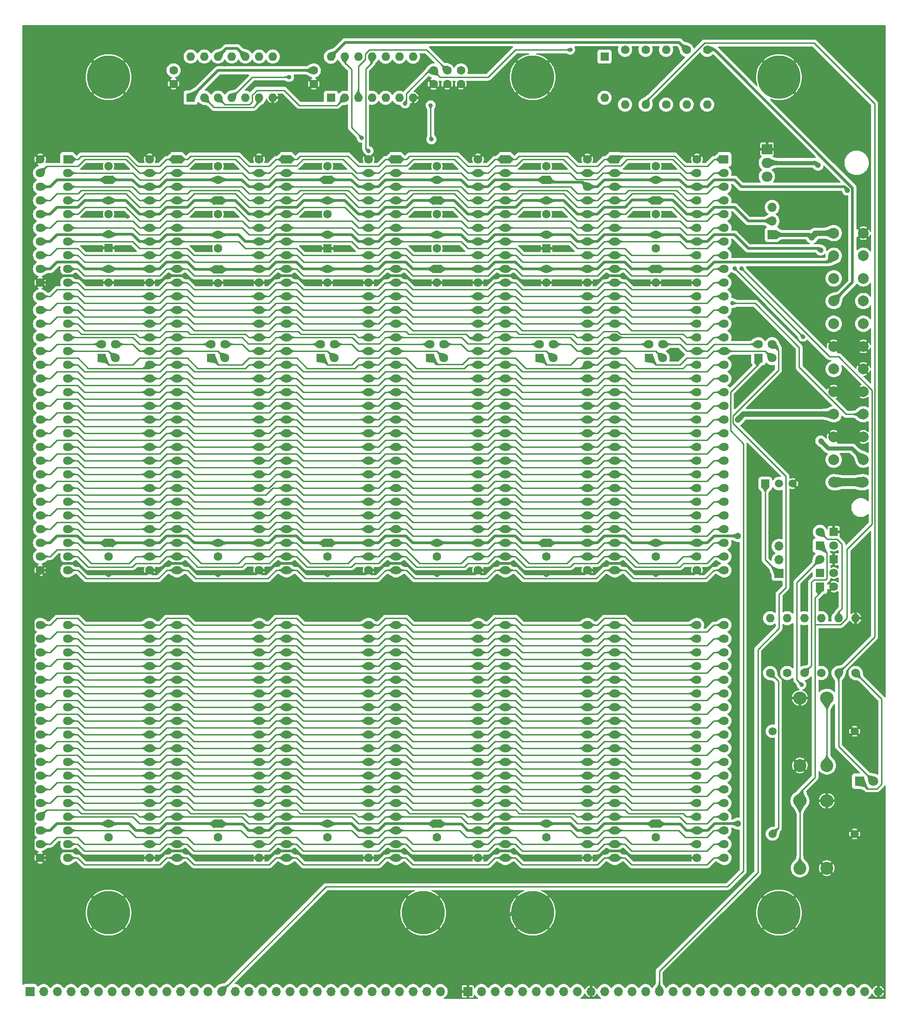
<source format=gbr>
G04 #@! TF.GenerationSoftware,KiCad,Pcbnew,7.0.7*
G04 #@! TF.CreationDate,2023-09-16T11:57:45-04:00*
G04 #@! TF.ProjectId,1 - ATX 16 bit ISA passive backplane,31202d20-4154-4582-9031-362062697420,2*
G04 #@! TF.SameCoordinates,Original*
G04 #@! TF.FileFunction,Copper,L1,Top*
G04 #@! TF.FilePolarity,Positive*
%FSLAX46Y46*%
G04 Gerber Fmt 4.6, Leading zero omitted, Abs format (unit mm)*
G04 Created by KiCad (PCBNEW 7.0.7) date 2023-09-16 11:57:45*
%MOMM*%
%LPD*%
G01*
G04 APERTURE LIST*
G04 #@! TA.AperFunction,ComponentPad*
%ADD10C,1.600000*%
G04 #@! TD*
G04 #@! TA.AperFunction,ComponentPad*
%ADD11O,1.600000X1.600000*%
G04 #@! TD*
G04 #@! TA.AperFunction,ComponentPad*
%ADD12R,1.600000X1.600000*%
G04 #@! TD*
G04 #@! TA.AperFunction,ComponentPad*
%ADD13R,1.635000X1.635000*%
G04 #@! TD*
G04 #@! TA.AperFunction,ComponentPad*
%ADD14C,1.635000*%
G04 #@! TD*
G04 #@! TA.AperFunction,ComponentPad*
%ADD15C,0.900000*%
G04 #@! TD*
G04 #@! TA.AperFunction,ComponentPad*
%ADD16C,8.000000*%
G04 #@! TD*
G04 #@! TA.AperFunction,ComponentPad*
%ADD17C,2.000000*%
G04 #@! TD*
G04 #@! TA.AperFunction,ComponentPad*
%ADD18R,1.800000X1.800000*%
G04 #@! TD*
G04 #@! TA.AperFunction,ComponentPad*
%ADD19C,1.800000*%
G04 #@! TD*
G04 #@! TA.AperFunction,ComponentPad*
%ADD20R,2.000000X1.905000*%
G04 #@! TD*
G04 #@! TA.AperFunction,ComponentPad*
%ADD21O,2.000000X1.905000*%
G04 #@! TD*
G04 #@! TA.AperFunction,ComponentPad*
%ADD22R,1.700000X1.700000*%
G04 #@! TD*
G04 #@! TA.AperFunction,ComponentPad*
%ADD23O,1.700000X1.700000*%
G04 #@! TD*
G04 #@! TA.AperFunction,ComponentPad*
%ADD24R,1.500000X1.500000*%
G04 #@! TD*
G04 #@! TA.AperFunction,ComponentPad*
%ADD25C,1.500000*%
G04 #@! TD*
G04 #@! TA.AperFunction,ComponentPad*
%ADD26O,2.500000X2.400000*%
G04 #@! TD*
G04 #@! TA.AperFunction,ComponentPad*
%ADD27C,2.400000*%
G04 #@! TD*
G04 #@! TA.AperFunction,ViaPad*
%ADD28C,0.800000*%
G04 #@! TD*
G04 #@! TA.AperFunction,ViaPad*
%ADD29C,1.200000*%
G04 #@! TD*
G04 #@! TA.AperFunction,ViaPad*
%ADD30C,1.000000*%
G04 #@! TD*
G04 #@! TA.AperFunction,Conductor*
%ADD31C,0.500000*%
G04 #@! TD*
G04 #@! TA.AperFunction,Conductor*
%ADD32C,1.500000*%
G04 #@! TD*
G04 #@! TA.AperFunction,Conductor*
%ADD33C,1.000000*%
G04 #@! TD*
G04 #@! TA.AperFunction,Conductor*
%ADD34C,0.250000*%
G04 #@! TD*
G04 #@! TA.AperFunction,Conductor*
%ADD35C,0.750000*%
G04 #@! TD*
G04 APERTURE END LIST*
D10*
X143510000Y-20320000D03*
D11*
X143510000Y-30480000D03*
D12*
X77470000Y-29210000D03*
D11*
X80010000Y-29210000D03*
X82550000Y-29210000D03*
X85090000Y-29210000D03*
X87630000Y-29210000D03*
X90170000Y-29210000D03*
X92710000Y-29210000D03*
X92710000Y-21590000D03*
X90170000Y-21590000D03*
X87630000Y-21590000D03*
X85090000Y-21590000D03*
X82550000Y-21590000D03*
X80010000Y-21590000D03*
X77470000Y-21590000D03*
D13*
X170815000Y-114808000D03*
D14*
X168275000Y-114808000D03*
D13*
X136520000Y-77475000D03*
D14*
X136520000Y-74935000D03*
X139060000Y-77475000D03*
X139060000Y-74935000D03*
D15*
X91383400Y-180340000D03*
X92327981Y-178059581D03*
X92327981Y-182620419D03*
X94608400Y-177115000D03*
D16*
X94608400Y-180340000D03*
D15*
X94608400Y-183565000D03*
X96888819Y-178059581D03*
X96888819Y-182620419D03*
X97833400Y-180340000D03*
D12*
X97155000Y-60960000D03*
D10*
X97155000Y-63460000D03*
D15*
X157430000Y-25400000D03*
X158374581Y-23119581D03*
X158374581Y-27680419D03*
X160655000Y-22175000D03*
D16*
X160655000Y-25400000D03*
D15*
X160655000Y-28625000D03*
X162935419Y-23119581D03*
X162935419Y-27680419D03*
X163880000Y-25400000D03*
D10*
X56515000Y-111780000D03*
X56515000Y-114280000D03*
D17*
X170815000Y-100520000D03*
X170815000Y-96320000D03*
X170815000Y-92120000D03*
X170815000Y-87920000D03*
X170815000Y-83720000D03*
X170815000Y-79520000D03*
X170815000Y-75320000D03*
X170815000Y-71120000D03*
X170815000Y-66920000D03*
X170815000Y-62720000D03*
X170815000Y-58520000D03*
X170815000Y-54320000D03*
X176315000Y-100520000D03*
X176315000Y-96320000D03*
X176315000Y-92120000D03*
X176315000Y-87920000D03*
X176315000Y-83720000D03*
X176315000Y-79520000D03*
X176315000Y-75320000D03*
X176315000Y-71120000D03*
X176315000Y-66920000D03*
X176315000Y-62720000D03*
X176315000Y-58520000D03*
X176315000Y-54320000D03*
D10*
X139700000Y-30480000D03*
D11*
X139700000Y-20320000D03*
D15*
X111703400Y-25400000D03*
X112647981Y-23119581D03*
X112647981Y-27680419D03*
X114928400Y-22175000D03*
D16*
X114928400Y-25400000D03*
D15*
X114928400Y-28625000D03*
X117208819Y-23119581D03*
X117208819Y-27680419D03*
X118153400Y-25400000D03*
D18*
X175636000Y-155956000D03*
D19*
X178176000Y-155956000D03*
D13*
X116200000Y-77475000D03*
D14*
X116200000Y-74935000D03*
X118740000Y-77475000D03*
X118740000Y-74935000D03*
D12*
X36195000Y-44410000D03*
D10*
X36195000Y-41910000D03*
D12*
X56515000Y-163870000D03*
D10*
X56515000Y-166370000D03*
D12*
X76835000Y-44410000D03*
D10*
X76835000Y-41910000D03*
X36195000Y-163850000D03*
X36195000Y-166350000D03*
D12*
X56515000Y-61047600D03*
D10*
X56515000Y-63547600D03*
D15*
X157423400Y-180340000D03*
X158367981Y-178059581D03*
X158367981Y-182620419D03*
X160648400Y-177115000D03*
D16*
X160648400Y-180340000D03*
D15*
X160648400Y-183565000D03*
X162928819Y-178059581D03*
X162928819Y-182620419D03*
X163873400Y-180340000D03*
D10*
X117475000Y-163830000D03*
X117475000Y-166330000D03*
X48260000Y-24130000D03*
X48260000Y-26630000D03*
D12*
X117475000Y-111800000D03*
D10*
X117475000Y-114300000D03*
D12*
X36195000Y-111800000D03*
D10*
X36195000Y-114300000D03*
X56515000Y-54630000D03*
X56515000Y-57130000D03*
D13*
X89535000Y-40640000D03*
D14*
X89535000Y-43180000D03*
X89535000Y-45720000D03*
X89535000Y-48260000D03*
X89535000Y-50800000D03*
X89535000Y-53340000D03*
X89535000Y-55880000D03*
X89535000Y-58420000D03*
X89535000Y-60960000D03*
X89535000Y-63500000D03*
X89535000Y-66040000D03*
X89535000Y-68580000D03*
X89535000Y-71120000D03*
X89535000Y-73660000D03*
X89535000Y-76200000D03*
X89535000Y-78740000D03*
X89535000Y-81280000D03*
X89535000Y-83820000D03*
X89535000Y-86360000D03*
X89535000Y-88900000D03*
X89535000Y-91440000D03*
X89535000Y-93980000D03*
X89535000Y-96520000D03*
X89535000Y-99060000D03*
X89535000Y-101600000D03*
X89535000Y-104140000D03*
X89535000Y-106680000D03*
X89535000Y-109220000D03*
X89535000Y-111760000D03*
X89535000Y-114300000D03*
X89535000Y-116840000D03*
X84455000Y-40640000D03*
X84455000Y-43180000D03*
X84455000Y-45720000D03*
X84455000Y-48260000D03*
X84455000Y-50800000D03*
X84455000Y-53340000D03*
X84455000Y-55880000D03*
X84455000Y-58420000D03*
X84455000Y-60960000D03*
X84455000Y-63500000D03*
X84455000Y-66040000D03*
X84455000Y-68580000D03*
X84455000Y-71120000D03*
X84455000Y-73660000D03*
X84455000Y-76200000D03*
X84455000Y-78740000D03*
X84455000Y-81280000D03*
X84455000Y-83820000D03*
X84455000Y-86360000D03*
X84455000Y-88900000D03*
X84455000Y-91440000D03*
X84455000Y-93980000D03*
X84455000Y-96520000D03*
X84455000Y-99060000D03*
X84455000Y-101600000D03*
X84455000Y-104140000D03*
X84455000Y-106680000D03*
X84455000Y-109220000D03*
X84455000Y-111760000D03*
X84455000Y-114300000D03*
X84455000Y-116840000D03*
X89535000Y-127000000D03*
X89535000Y-129540000D03*
X89535000Y-132080000D03*
X89535000Y-134620000D03*
X89535000Y-137160000D03*
X89535000Y-139700000D03*
X89535000Y-142240000D03*
X89535000Y-144780000D03*
X89535000Y-147320000D03*
X89535000Y-149860000D03*
X89535000Y-152400000D03*
X89535000Y-154940000D03*
X89535000Y-157480000D03*
X89535000Y-160020000D03*
X89535000Y-162560000D03*
X89535000Y-165100000D03*
X89535000Y-167640000D03*
X89535000Y-170180000D03*
X84455000Y-127000000D03*
X84455000Y-129540000D03*
X84455000Y-132080000D03*
X84455000Y-134620000D03*
X84455000Y-137160000D03*
X84455000Y-139700000D03*
X84455000Y-142240000D03*
X84455000Y-144780000D03*
X84455000Y-147320000D03*
X84455000Y-149860000D03*
X84455000Y-152400000D03*
X84455000Y-154940000D03*
X84455000Y-157480000D03*
X84455000Y-160020000D03*
X84455000Y-162560000D03*
X84455000Y-165100000D03*
X84455000Y-167640000D03*
X84455000Y-170180000D03*
D10*
X36195000Y-48280000D03*
X36195000Y-50780000D03*
X76835000Y-163850000D03*
X76835000Y-166350000D03*
X132080000Y-20320000D03*
D11*
X132080000Y-30480000D03*
D10*
X56515000Y-44410000D03*
X56515000Y-41910000D03*
D13*
X168275000Y-117348000D03*
D14*
X170815000Y-117348000D03*
D20*
X158410000Y-38735000D03*
D21*
X158410000Y-41275000D03*
X158410000Y-43815000D03*
D22*
X160655000Y-117460000D03*
D23*
X160655000Y-114920000D03*
X160655000Y-112380000D03*
D15*
X111703400Y-180340000D03*
X112647981Y-178059581D03*
X112647981Y-182620419D03*
X114928400Y-177115000D03*
D16*
X114928400Y-180340000D03*
D15*
X114928400Y-183565000D03*
X117208819Y-178059581D03*
X117208819Y-182620419D03*
X118153400Y-180340000D03*
D24*
X158105000Y-100780000D03*
D25*
X160645000Y-100780000D03*
X163185000Y-100780000D03*
D13*
X170815000Y-109728000D03*
D14*
X168275000Y-109728000D03*
D12*
X137795000Y-61000000D03*
D10*
X137795000Y-63500000D03*
D13*
X156845000Y-77470000D03*
D14*
X156845000Y-74930000D03*
X159385000Y-77470000D03*
X159385000Y-74930000D03*
D13*
X150495000Y-40640000D03*
D14*
X150495000Y-43180000D03*
X150495000Y-45720000D03*
X150495000Y-48260000D03*
X150495000Y-50800000D03*
X150495000Y-53340000D03*
X150495000Y-55880000D03*
X150495000Y-58420000D03*
X150495000Y-60960000D03*
X150495000Y-63500000D03*
X150495000Y-66040000D03*
X150495000Y-68580000D03*
X150495000Y-71120000D03*
X150495000Y-73660000D03*
X150495000Y-76200000D03*
X150495000Y-78740000D03*
X150495000Y-81280000D03*
X150495000Y-83820000D03*
X150495000Y-86360000D03*
X150495000Y-88900000D03*
X150495000Y-91440000D03*
X150495000Y-93980000D03*
X150495000Y-96520000D03*
X150495000Y-99060000D03*
X150495000Y-101600000D03*
X150495000Y-104140000D03*
X150495000Y-106680000D03*
X150495000Y-109220000D03*
X150495000Y-111760000D03*
X150495000Y-114300000D03*
X150495000Y-116840000D03*
X145415000Y-40640000D03*
X145415000Y-43180000D03*
X145415000Y-45720000D03*
X145415000Y-48260000D03*
X145415000Y-50800000D03*
X145415000Y-53340000D03*
X145415000Y-55880000D03*
X145415000Y-58420000D03*
X145415000Y-60960000D03*
X145415000Y-63500000D03*
X145415000Y-66040000D03*
X145415000Y-68580000D03*
X145415000Y-71120000D03*
X145415000Y-73660000D03*
X145415000Y-76200000D03*
X145415000Y-78740000D03*
X145415000Y-81280000D03*
X145415000Y-83820000D03*
X145415000Y-86360000D03*
X145415000Y-88900000D03*
X145415000Y-91440000D03*
X145415000Y-93980000D03*
X145415000Y-96520000D03*
X145415000Y-99060000D03*
X145415000Y-101600000D03*
X145415000Y-104140000D03*
X145415000Y-106680000D03*
X145415000Y-109220000D03*
X145415000Y-111760000D03*
X145415000Y-114300000D03*
X145415000Y-116840000D03*
X150495000Y-127000000D03*
X150495000Y-129540000D03*
X150495000Y-132080000D03*
X150495000Y-134620000D03*
X150495000Y-137160000D03*
X150495000Y-139700000D03*
X150495000Y-142240000D03*
X150495000Y-144780000D03*
X150495000Y-147320000D03*
X150495000Y-149860000D03*
X150495000Y-152400000D03*
X150495000Y-154940000D03*
X150495000Y-157480000D03*
X150495000Y-160020000D03*
X150495000Y-162560000D03*
X150495000Y-165100000D03*
X150495000Y-167640000D03*
X150495000Y-170180000D03*
X145415000Y-127000000D03*
X145415000Y-129540000D03*
X145415000Y-132080000D03*
X145415000Y-134620000D03*
X145415000Y-137160000D03*
X145415000Y-139700000D03*
X145415000Y-142240000D03*
X145415000Y-144780000D03*
X145415000Y-147320000D03*
X145415000Y-149860000D03*
X145415000Y-152400000D03*
X145415000Y-154940000D03*
X145415000Y-157480000D03*
X145415000Y-160020000D03*
X145415000Y-162560000D03*
X145415000Y-165100000D03*
X145415000Y-167640000D03*
X145415000Y-170180000D03*
D13*
X34920000Y-77475000D03*
D14*
X34920000Y-74935000D03*
X37460000Y-77475000D03*
X37460000Y-74935000D03*
D13*
X48895000Y-40640000D03*
D14*
X48895000Y-43180000D03*
X48895000Y-45720000D03*
X48895000Y-48260000D03*
X48895000Y-50800000D03*
X48895000Y-53340000D03*
X48895000Y-55880000D03*
X48895000Y-58420000D03*
X48895000Y-60960000D03*
X48895000Y-63500000D03*
X48895000Y-66040000D03*
X48895000Y-68580000D03*
X48895000Y-71120000D03*
X48895000Y-73660000D03*
X48895000Y-76200000D03*
X48895000Y-78740000D03*
X48895000Y-81280000D03*
X48895000Y-83820000D03*
X48895000Y-86360000D03*
X48895000Y-88900000D03*
X48895000Y-91440000D03*
X48895000Y-93980000D03*
X48895000Y-96520000D03*
X48895000Y-99060000D03*
X48895000Y-101600000D03*
X48895000Y-104140000D03*
X48895000Y-106680000D03*
X48895000Y-109220000D03*
X48895000Y-111760000D03*
X48895000Y-114300000D03*
X48895000Y-116840000D03*
X43815000Y-40640000D03*
X43815000Y-43180000D03*
X43815000Y-45720000D03*
X43815000Y-48260000D03*
X43815000Y-50800000D03*
X43815000Y-53340000D03*
X43815000Y-55880000D03*
X43815000Y-58420000D03*
X43815000Y-60960000D03*
X43815000Y-63500000D03*
X43815000Y-66040000D03*
X43815000Y-68580000D03*
X43815000Y-71120000D03*
X43815000Y-73660000D03*
X43815000Y-76200000D03*
X43815000Y-78740000D03*
X43815000Y-81280000D03*
X43815000Y-83820000D03*
X43815000Y-86360000D03*
X43815000Y-88900000D03*
X43815000Y-91440000D03*
X43815000Y-93980000D03*
X43815000Y-96520000D03*
X43815000Y-99060000D03*
X43815000Y-101600000D03*
X43815000Y-104140000D03*
X43815000Y-106680000D03*
X43815000Y-109220000D03*
X43815000Y-111760000D03*
X43815000Y-114300000D03*
X43815000Y-116840000D03*
X48895000Y-127000000D03*
X48895000Y-129540000D03*
X48895000Y-132080000D03*
X48895000Y-134620000D03*
X48895000Y-137160000D03*
X48895000Y-139700000D03*
X48895000Y-142240000D03*
X48895000Y-144780000D03*
X48895000Y-147320000D03*
X48895000Y-149860000D03*
X48895000Y-152400000D03*
X48895000Y-154940000D03*
X48895000Y-157480000D03*
X48895000Y-160020000D03*
X48895000Y-162560000D03*
X48895000Y-165100000D03*
X48895000Y-167640000D03*
X48895000Y-170180000D03*
X43815000Y-127000000D03*
X43815000Y-129540000D03*
X43815000Y-132080000D03*
X43815000Y-134620000D03*
X43815000Y-137160000D03*
X43815000Y-139700000D03*
X43815000Y-142240000D03*
X43815000Y-144780000D03*
X43815000Y-147320000D03*
X43815000Y-149860000D03*
X43815000Y-152400000D03*
X43815000Y-154940000D03*
X43815000Y-157480000D03*
X43815000Y-160020000D03*
X43815000Y-162560000D03*
X43815000Y-165100000D03*
X43815000Y-167640000D03*
X43815000Y-170180000D03*
D26*
X164545000Y-140535000D03*
D27*
X164545000Y-153035000D03*
D26*
X169545000Y-140535000D03*
D27*
X169545000Y-153035000D03*
D25*
X174705000Y-146685000D03*
X159465000Y-146685000D03*
D13*
X75560000Y-77475000D03*
D14*
X75560000Y-74935000D03*
X78100000Y-77475000D03*
X78100000Y-74935000D03*
D10*
X74295000Y-24150000D03*
X74295000Y-26650000D03*
D12*
X76835000Y-57110000D03*
D10*
X76835000Y-54610000D03*
D13*
X130168400Y-40640000D03*
D14*
X130168400Y-43180000D03*
X130168400Y-45720000D03*
X130168400Y-48260000D03*
X130168400Y-50800000D03*
X130168400Y-53340000D03*
X130168400Y-55880000D03*
X130168400Y-58420000D03*
X130168400Y-60960000D03*
X130168400Y-63500000D03*
X130168400Y-66040000D03*
X130168400Y-68580000D03*
X130168400Y-71120000D03*
X130168400Y-73660000D03*
X130168400Y-76200000D03*
X130168400Y-78740000D03*
X130168400Y-81280000D03*
X130168400Y-83820000D03*
X130168400Y-86360000D03*
X130168400Y-88900000D03*
X130168400Y-91440000D03*
X130168400Y-93980000D03*
X130168400Y-96520000D03*
X130168400Y-99060000D03*
X130168400Y-101600000D03*
X130168400Y-104140000D03*
X130168400Y-106680000D03*
X130168400Y-109220000D03*
X130168400Y-111760000D03*
X130168400Y-114300000D03*
X130168400Y-116840000D03*
X125088400Y-40640000D03*
X125088400Y-43180000D03*
X125088400Y-45720000D03*
X125088400Y-48260000D03*
X125088400Y-50800000D03*
X125088400Y-53340000D03*
X125088400Y-55880000D03*
X125088400Y-58420000D03*
X125088400Y-60960000D03*
X125088400Y-63500000D03*
X125088400Y-66040000D03*
X125088400Y-68580000D03*
X125088400Y-71120000D03*
X125088400Y-73660000D03*
X125088400Y-76200000D03*
X125088400Y-78740000D03*
X125088400Y-81280000D03*
X125088400Y-83820000D03*
X125088400Y-86360000D03*
X125088400Y-88900000D03*
X125088400Y-91440000D03*
X125088400Y-93980000D03*
X125088400Y-96520000D03*
X125088400Y-99060000D03*
X125088400Y-101600000D03*
X125088400Y-104140000D03*
X125088400Y-106680000D03*
X125088400Y-109220000D03*
X125088400Y-111760000D03*
X125088400Y-114300000D03*
X125088400Y-116840000D03*
X130168400Y-127000000D03*
X130168400Y-129540000D03*
X130168400Y-132080000D03*
X130168400Y-134620000D03*
X130168400Y-137160000D03*
X130168400Y-139700000D03*
X130168400Y-142240000D03*
X130168400Y-144780000D03*
X130168400Y-147320000D03*
X130168400Y-149860000D03*
X130168400Y-152400000D03*
X130168400Y-154940000D03*
X130168400Y-157480000D03*
X130168400Y-160020000D03*
X130168400Y-162560000D03*
X130168400Y-165100000D03*
X130168400Y-167640000D03*
X130168400Y-170180000D03*
X125088400Y-127000000D03*
X125088400Y-129540000D03*
X125088400Y-132080000D03*
X125088400Y-134620000D03*
X125088400Y-137160000D03*
X125088400Y-139700000D03*
X125088400Y-142240000D03*
X125088400Y-144780000D03*
X125088400Y-147320000D03*
X125088400Y-149860000D03*
X125088400Y-152400000D03*
X125088400Y-154940000D03*
X125088400Y-157480000D03*
X125088400Y-160020000D03*
X125088400Y-162560000D03*
X125088400Y-165100000D03*
X125088400Y-167640000D03*
X125088400Y-170180000D03*
D10*
X159004000Y-135890000D03*
D11*
X159004000Y-125730000D03*
D10*
X165354000Y-135890000D03*
D11*
X165354000Y-125730000D03*
D13*
X28575000Y-40640000D03*
D14*
X28575000Y-43180000D03*
X28575000Y-45720000D03*
X28575000Y-48260000D03*
X28575000Y-50800000D03*
X28575000Y-53340000D03*
X28575000Y-55880000D03*
X28575000Y-58420000D03*
X28575000Y-60960000D03*
X28575000Y-63500000D03*
X28575000Y-66040000D03*
X28575000Y-68580000D03*
X28575000Y-71120000D03*
X28575000Y-73660000D03*
X28575000Y-76200000D03*
X28575000Y-78740000D03*
X28575000Y-81280000D03*
X28575000Y-83820000D03*
X28575000Y-86360000D03*
X28575000Y-88900000D03*
X28575000Y-91440000D03*
X28575000Y-93980000D03*
X28575000Y-96520000D03*
X28575000Y-99060000D03*
X28575000Y-101600000D03*
X28575000Y-104140000D03*
X28575000Y-106680000D03*
X28575000Y-109220000D03*
X28575000Y-111760000D03*
X28575000Y-114300000D03*
X28575000Y-116840000D03*
X23495000Y-40640000D03*
X23495000Y-43180000D03*
X23495000Y-45720000D03*
X23495000Y-48260000D03*
X23495000Y-50800000D03*
X23495000Y-53340000D03*
X23495000Y-55880000D03*
X23495000Y-58420000D03*
X23495000Y-60960000D03*
X23495000Y-63500000D03*
X23495000Y-66040000D03*
X23495000Y-68580000D03*
X23495000Y-71120000D03*
X23495000Y-73660000D03*
X23495000Y-76200000D03*
X23495000Y-78740000D03*
X23495000Y-81280000D03*
X23495000Y-83820000D03*
X23495000Y-86360000D03*
X23495000Y-88900000D03*
X23495000Y-91440000D03*
X23495000Y-93980000D03*
X23495000Y-96520000D03*
X23495000Y-99060000D03*
X23495000Y-101600000D03*
X23495000Y-104140000D03*
X23495000Y-106680000D03*
X23495000Y-109220000D03*
X23495000Y-111760000D03*
X23495000Y-114300000D03*
X23495000Y-116840000D03*
X28575000Y-127000000D03*
X28575000Y-129540000D03*
X28575000Y-132080000D03*
X28575000Y-134620000D03*
X28575000Y-137160000D03*
X28575000Y-139700000D03*
X28575000Y-142240000D03*
X28575000Y-144780000D03*
X28575000Y-147320000D03*
X28575000Y-149860000D03*
X28575000Y-152400000D03*
X28575000Y-154940000D03*
X28575000Y-157480000D03*
X28575000Y-160020000D03*
X28575000Y-162560000D03*
X28575000Y-165100000D03*
X28575000Y-167640000D03*
X28575000Y-170180000D03*
X23495000Y-127000000D03*
X23495000Y-129540000D03*
X23495000Y-132080000D03*
X23495000Y-134620000D03*
X23495000Y-137160000D03*
X23495000Y-139700000D03*
X23495000Y-142240000D03*
X23495000Y-144780000D03*
X23495000Y-147320000D03*
X23495000Y-149860000D03*
X23495000Y-152400000D03*
X23495000Y-154940000D03*
X23495000Y-157480000D03*
X23495000Y-160020000D03*
X23495000Y-162560000D03*
X23495000Y-165100000D03*
X23495000Y-167640000D03*
X23495000Y-170180000D03*
D12*
X117475000Y-57110000D03*
D10*
X117475000Y-54610000D03*
D26*
X164545000Y-159585000D03*
D27*
X164545000Y-172085000D03*
D26*
X169545000Y-159585000D03*
D27*
X169545000Y-172085000D03*
D25*
X174705000Y-165735000D03*
X159465000Y-165735000D03*
D10*
X101600000Y-24150000D03*
X101600000Y-26650000D03*
X76835000Y-48300000D03*
X76835000Y-50800000D03*
X137795000Y-54630000D03*
X137795000Y-57130000D03*
D12*
X128270000Y-21590000D03*
D11*
X128270000Y-29210000D03*
D10*
X96520000Y-24170000D03*
X96520000Y-26670000D03*
D15*
X32963400Y-180340000D03*
X33907981Y-178059581D03*
X33907981Y-182620419D03*
X36188400Y-177115000D03*
D16*
X36188400Y-180340000D03*
D15*
X36188400Y-183565000D03*
X38468819Y-178059581D03*
X38468819Y-182620419D03*
X39413400Y-180340000D03*
D10*
X97155000Y-54630000D03*
X97155000Y-57130000D03*
X99060000Y-24150000D03*
X99060000Y-26650000D03*
X117475000Y-48300000D03*
X117475000Y-50800000D03*
D22*
X21590000Y-194945000D03*
D23*
X24130000Y-194945000D03*
X26670000Y-194945000D03*
X29210000Y-194945000D03*
X31750000Y-194945000D03*
X34290000Y-194945000D03*
X36830000Y-194945000D03*
X39370000Y-194945000D03*
X41910000Y-194945000D03*
X44450000Y-194945000D03*
X46990000Y-194945000D03*
X49530000Y-194945000D03*
X52070000Y-194945000D03*
X54610000Y-194945000D03*
X57150000Y-194945000D03*
X59690000Y-194945000D03*
X62230000Y-194945000D03*
X64770000Y-194945000D03*
X67310000Y-194945000D03*
X69850000Y-194945000D03*
X72390000Y-194945000D03*
X74930000Y-194945000D03*
X77470000Y-194945000D03*
X80010000Y-194945000D03*
X82550000Y-194945000D03*
X85090000Y-194945000D03*
X87630000Y-194945000D03*
X90170000Y-194945000D03*
X92710000Y-194945000D03*
X95250000Y-194945000D03*
X97790000Y-194945000D03*
D10*
X76835000Y-60980000D03*
X76835000Y-63480000D03*
X174879000Y-135890000D03*
D11*
X174879000Y-125730000D03*
D10*
X117475000Y-60980000D03*
X117475000Y-63480000D03*
D15*
X32963400Y-25400000D03*
X33907981Y-23119581D03*
X33907981Y-27680419D03*
X36188400Y-22175000D03*
D16*
X36188400Y-25400000D03*
D15*
X36188400Y-28625000D03*
X38468819Y-23119581D03*
X38468819Y-27680419D03*
X39413400Y-25400000D03*
D22*
X102870000Y-194945000D03*
D23*
X105410000Y-194945000D03*
X107950000Y-194945000D03*
X110490000Y-194945000D03*
X113030000Y-194945000D03*
X115570000Y-194945000D03*
X118110000Y-194945000D03*
X120650000Y-194945000D03*
X123190000Y-194945000D03*
X125730000Y-194945000D03*
X128270000Y-194945000D03*
X130810000Y-194945000D03*
X133350000Y-194945000D03*
X135890000Y-194945000D03*
X138430000Y-194945000D03*
X140970000Y-194945000D03*
X143510000Y-194945000D03*
X146050000Y-194945000D03*
X148590000Y-194945000D03*
X151130000Y-194945000D03*
X153670000Y-194945000D03*
X156210000Y-194945000D03*
X158750000Y-194945000D03*
X161290000Y-194945000D03*
X163830000Y-194945000D03*
X166370000Y-194945000D03*
X168910000Y-194945000D03*
X171450000Y-194945000D03*
X173990000Y-194945000D03*
X176530000Y-194945000D03*
X179070000Y-194945000D03*
D10*
X137795000Y-44430000D03*
X137795000Y-41930000D03*
X162179000Y-135890000D03*
D11*
X162179000Y-125730000D03*
D12*
X97155000Y-48300000D03*
D10*
X97155000Y-50800000D03*
D12*
X97155000Y-163870000D03*
D10*
X97155000Y-166370000D03*
D12*
X76835000Y-111800000D03*
D10*
X76835000Y-114300000D03*
D12*
X36195000Y-57062400D03*
D10*
X36195000Y-54562400D03*
D12*
X51435000Y-29190000D03*
D11*
X53975000Y-29190000D03*
X56515000Y-29190000D03*
X59055000Y-29190000D03*
X61595000Y-29190000D03*
X64135000Y-29190000D03*
X66675000Y-29190000D03*
X66675000Y-21570000D03*
X64135000Y-21570000D03*
X61595000Y-21570000D03*
X59055000Y-21570000D03*
X56515000Y-21570000D03*
X53975000Y-21570000D03*
X51435000Y-21570000D03*
D13*
X69215000Y-40640000D03*
D14*
X69215000Y-43180000D03*
X69215000Y-45720000D03*
X69215000Y-48260000D03*
X69215000Y-50800000D03*
X69215000Y-53340000D03*
X69215000Y-55880000D03*
X69215000Y-58420000D03*
X69215000Y-60960000D03*
X69215000Y-63500000D03*
X69215000Y-66040000D03*
X69215000Y-68580000D03*
X69215000Y-71120000D03*
X69215000Y-73660000D03*
X69215000Y-76200000D03*
X69215000Y-78740000D03*
X69215000Y-81280000D03*
X69215000Y-83820000D03*
X69215000Y-86360000D03*
X69215000Y-88900000D03*
X69215000Y-91440000D03*
X69215000Y-93980000D03*
X69215000Y-96520000D03*
X69215000Y-99060000D03*
X69215000Y-101600000D03*
X69215000Y-104140000D03*
X69215000Y-106680000D03*
X69215000Y-109220000D03*
X69215000Y-111760000D03*
X69215000Y-114300000D03*
X69215000Y-116840000D03*
X64135000Y-40640000D03*
X64135000Y-43180000D03*
X64135000Y-45720000D03*
X64135000Y-48260000D03*
X64135000Y-50800000D03*
X64135000Y-53340000D03*
X64135000Y-55880000D03*
X64135000Y-58420000D03*
X64135000Y-60960000D03*
X64135000Y-63500000D03*
X64135000Y-66040000D03*
X64135000Y-68580000D03*
X64135000Y-71120000D03*
X64135000Y-73660000D03*
X64135000Y-76200000D03*
X64135000Y-78740000D03*
X64135000Y-81280000D03*
X64135000Y-83820000D03*
X64135000Y-86360000D03*
X64135000Y-88900000D03*
X64135000Y-91440000D03*
X64135000Y-93980000D03*
X64135000Y-96520000D03*
X64135000Y-99060000D03*
X64135000Y-101600000D03*
X64135000Y-104140000D03*
X64135000Y-106680000D03*
X64135000Y-109220000D03*
X64135000Y-111760000D03*
X64135000Y-114300000D03*
X64135000Y-116840000D03*
X69215000Y-127000000D03*
X69215000Y-129540000D03*
X69215000Y-132080000D03*
X69215000Y-134620000D03*
X69215000Y-137160000D03*
X69215000Y-139700000D03*
X69215000Y-142240000D03*
X69215000Y-144780000D03*
X69215000Y-147320000D03*
X69215000Y-149860000D03*
X69215000Y-152400000D03*
X69215000Y-154940000D03*
X69215000Y-157480000D03*
X69215000Y-160020000D03*
X69215000Y-162560000D03*
X69215000Y-165100000D03*
X69215000Y-167640000D03*
X69215000Y-170180000D03*
X64135000Y-127000000D03*
X64135000Y-129540000D03*
X64135000Y-132080000D03*
X64135000Y-134620000D03*
X64135000Y-137160000D03*
X64135000Y-139700000D03*
X64135000Y-142240000D03*
X64135000Y-144780000D03*
X64135000Y-147320000D03*
X64135000Y-149860000D03*
X64135000Y-152400000D03*
X64135000Y-154940000D03*
X64135000Y-157480000D03*
X64135000Y-160020000D03*
X64135000Y-162560000D03*
X64135000Y-165100000D03*
X64135000Y-167640000D03*
X64135000Y-170180000D03*
D10*
X137795000Y-111780000D03*
X137795000Y-114280000D03*
X171704000Y-135890000D03*
D11*
X171704000Y-125730000D03*
D10*
X135890000Y-20320000D03*
D11*
X135890000Y-30480000D03*
D10*
X97155000Y-111780000D03*
X97155000Y-114280000D03*
X97155000Y-44450000D03*
X97155000Y-41950000D03*
D13*
X109855000Y-40640000D03*
D14*
X109855000Y-43180000D03*
X109855000Y-45720000D03*
X109855000Y-48260000D03*
X109855000Y-50800000D03*
X109855000Y-53340000D03*
X109855000Y-55880000D03*
X109855000Y-58420000D03*
X109855000Y-60960000D03*
X109855000Y-63500000D03*
X109855000Y-66040000D03*
X109855000Y-68580000D03*
X109855000Y-71120000D03*
X109855000Y-73660000D03*
X109855000Y-76200000D03*
X109855000Y-78740000D03*
X109855000Y-81280000D03*
X109855000Y-83820000D03*
X109855000Y-86360000D03*
X109855000Y-88900000D03*
X109855000Y-91440000D03*
X109855000Y-93980000D03*
X109855000Y-96520000D03*
X109855000Y-99060000D03*
X109855000Y-101600000D03*
X109855000Y-104140000D03*
X109855000Y-106680000D03*
X109855000Y-109220000D03*
X109855000Y-111760000D03*
X109855000Y-114300000D03*
X109855000Y-116840000D03*
X104775000Y-40640000D03*
X104775000Y-43180000D03*
X104775000Y-45720000D03*
X104775000Y-48260000D03*
X104775000Y-50800000D03*
X104775000Y-53340000D03*
X104775000Y-55880000D03*
X104775000Y-58420000D03*
X104775000Y-60960000D03*
X104775000Y-63500000D03*
X104775000Y-66040000D03*
X104775000Y-68580000D03*
X104775000Y-71120000D03*
X104775000Y-73660000D03*
X104775000Y-76200000D03*
X104775000Y-78740000D03*
X104775000Y-81280000D03*
X104775000Y-83820000D03*
X104775000Y-86360000D03*
X104775000Y-88900000D03*
X104775000Y-91440000D03*
X104775000Y-93980000D03*
X104775000Y-96520000D03*
X104775000Y-99060000D03*
X104775000Y-101600000D03*
X104775000Y-104140000D03*
X104775000Y-106680000D03*
X104775000Y-109220000D03*
X104775000Y-111760000D03*
X104775000Y-114300000D03*
X104775000Y-116840000D03*
X109855000Y-127000000D03*
X109855000Y-129540000D03*
X109855000Y-132080000D03*
X109855000Y-134620000D03*
X109855000Y-137160000D03*
X109855000Y-139700000D03*
X109855000Y-142240000D03*
X109855000Y-144780000D03*
X109855000Y-147320000D03*
X109855000Y-149860000D03*
X109855000Y-152400000D03*
X109855000Y-154940000D03*
X109855000Y-157480000D03*
X109855000Y-160020000D03*
X109855000Y-162560000D03*
X109855000Y-165100000D03*
X109855000Y-167640000D03*
X109855000Y-170180000D03*
X104775000Y-127000000D03*
X104775000Y-129540000D03*
X104775000Y-132080000D03*
X104775000Y-134620000D03*
X104775000Y-137160000D03*
X104775000Y-139700000D03*
X104775000Y-142240000D03*
X104775000Y-144780000D03*
X104775000Y-147320000D03*
X104775000Y-149860000D03*
X104775000Y-152400000D03*
X104775000Y-154940000D03*
X104775000Y-157480000D03*
X104775000Y-160020000D03*
X104775000Y-162560000D03*
X104775000Y-165100000D03*
X104775000Y-167640000D03*
X104775000Y-170180000D03*
D12*
X137795000Y-48300000D03*
D10*
X137795000Y-50800000D03*
D12*
X117475000Y-44410000D03*
D10*
X117475000Y-41910000D03*
X147320000Y-20320000D03*
D11*
X147320000Y-30480000D03*
D10*
X36195000Y-60980000D03*
X36195000Y-63480000D03*
D22*
X159385000Y-54610000D03*
D23*
X159385000Y-52070000D03*
X159385000Y-49530000D03*
D12*
X137795000Y-163870000D03*
D10*
X137795000Y-166370000D03*
D13*
X168275000Y-112268000D03*
D14*
X170815000Y-112268000D03*
D13*
X55245000Y-77470000D03*
D14*
X55245000Y-74930000D03*
X57785000Y-77470000D03*
X57785000Y-74930000D03*
D13*
X168275000Y-119888000D03*
D14*
X170815000Y-119888000D03*
D12*
X56515000Y-48300000D03*
D10*
X56515000Y-50800000D03*
X168529000Y-135890000D03*
D11*
X168529000Y-125730000D03*
D13*
X95880000Y-77475000D03*
D14*
X95880000Y-74935000D03*
X98420000Y-77475000D03*
X98420000Y-74935000D03*
D28*
X155829000Y-97282000D03*
D29*
X36195000Y-170180000D03*
D28*
X31877000Y-42164000D03*
D29*
X78740000Y-38735000D03*
X56508400Y-170180000D03*
D28*
X160020000Y-119761000D03*
X130175000Y-121666000D03*
X76200000Y-36068000D03*
X114554000Y-36576000D03*
X25654000Y-20828000D03*
X99060000Y-50673000D03*
X165354000Y-114935000D03*
X71501000Y-21717000D03*
X28448000Y-121666000D03*
X152019000Y-46990000D03*
D29*
X36195000Y-117475000D03*
X117475000Y-117475000D03*
D28*
X78994000Y-42037000D03*
X134112000Y-63500000D03*
X143256000Y-27813000D03*
X170434000Y-37719000D03*
X155829000Y-105664000D03*
X23368000Y-121666000D03*
D29*
X56515000Y-117475000D03*
X119380000Y-38735000D03*
D28*
X74168000Y-50800000D03*
X152019000Y-52070000D03*
X165354000Y-121793000D03*
X89535000Y-26289000D03*
X152019000Y-57150000D03*
X155067000Y-54610000D03*
D29*
X58420000Y-38735000D03*
D28*
X60325000Y-182245000D03*
X39624000Y-51181000D03*
X162179000Y-64643000D03*
X155829000Y-90805000D03*
X169291000Y-105918000D03*
X154305000Y-70104000D03*
X153797000Y-78613000D03*
X33528000Y-50800000D03*
X57785000Y-26797000D03*
X165608000Y-49657000D03*
X134874000Y-41910000D03*
X106045000Y-22098000D03*
X57658000Y-22987000D03*
D29*
X99060000Y-38735000D03*
D28*
X141605000Y-76708000D03*
X159766000Y-104394000D03*
D29*
X137795000Y-117475000D03*
X137788000Y-170180000D03*
X97148400Y-170180000D03*
D28*
X155067000Y-58420000D03*
X152527000Y-30480000D03*
X94107000Y-57023000D03*
X141097000Y-42164000D03*
X157226000Y-80772000D03*
D29*
X76835000Y-117475000D03*
D28*
X125222000Y-121666000D03*
X119888000Y-41910000D03*
X84455000Y-121666000D03*
X53721000Y-57023000D03*
X165608000Y-43434000D03*
X60325000Y-186055000D03*
X138049000Y-34798000D03*
X95377000Y-50800000D03*
D29*
X139700000Y-38735000D03*
D28*
X104775000Y-121666000D03*
X52959000Y-41910000D03*
X169291000Y-28575000D03*
X135890000Y-50673000D03*
X168656000Y-123190000D03*
X159004000Y-109855000D03*
X92710000Y-24257000D03*
X54737000Y-50927000D03*
X163449000Y-105664000D03*
X132207000Y-27813000D03*
X43815000Y-121666000D03*
X113538000Y-42037000D03*
X76835000Y-170180000D03*
X43815000Y-30226000D03*
X58420000Y-50927000D03*
X38100000Y-41910000D03*
X175006000Y-21082000D03*
X119380000Y-50800000D03*
D29*
X97155000Y-117475000D03*
D28*
X22987000Y-37846000D03*
X161544000Y-83566000D03*
X53467000Y-24003000D03*
X114554000Y-50800000D03*
X58420000Y-41910000D03*
X139700000Y-50673000D03*
X155067000Y-48260000D03*
X93980000Y-42037000D03*
X125730000Y-29591000D03*
X100076000Y-42164000D03*
X49022000Y-121666000D03*
X152146000Y-42164000D03*
X73025000Y-41910000D03*
X162306000Y-122555000D03*
X154305000Y-65405000D03*
X99060000Y-57023000D03*
D29*
X38100000Y-38735000D03*
D28*
X165481000Y-128651000D03*
X160020000Y-94234000D03*
X85471000Y-26924000D03*
X121793000Y-25654000D03*
X117475000Y-170180000D03*
X155829000Y-124079000D03*
D29*
X153035000Y-88900000D03*
X153035000Y-163830000D03*
X153035000Y-110490000D03*
D30*
X173355000Y-46355000D03*
X168402000Y-57454800D03*
X168402000Y-92837000D03*
X167894000Y-41757600D03*
D28*
X121920000Y-20320000D03*
X91245924Y-30285924D03*
X153670000Y-60833000D03*
X84455000Y-39097700D03*
X152400000Y-60833000D03*
X165100000Y-73533000D03*
D29*
X166765000Y-55129400D03*
D28*
X152019000Y-67310000D03*
X83200300Y-36672000D03*
X164846000Y-138049000D03*
X95984600Y-30607000D03*
X96135900Y-36942400D03*
X69709500Y-25373800D03*
D31*
X31743400Y-63500000D02*
X31763400Y-63480000D01*
X104775000Y-40640000D02*
X102870000Y-38735000D01*
X25393400Y-116840000D02*
X24116200Y-116840000D01*
X76835000Y-170180000D02*
X84455000Y-170180000D01*
X87616800Y-62230000D02*
X91426800Y-62230000D01*
X92210600Y-181167000D02*
X91383400Y-180340000D01*
X102870000Y-38735000D02*
X99060000Y-38735000D01*
X50793400Y-62230000D02*
X52111000Y-63547600D01*
X36188400Y-180340000D02*
X35485500Y-179637000D01*
X52063400Y-170180000D02*
X56508400Y-170180000D01*
X84455000Y-170180000D02*
X86353400Y-170180000D01*
X92696800Y-63500000D02*
X92736800Y-63460000D01*
X133972000Y-117475000D02*
X137795000Y-117475000D01*
X26663400Y-168910000D02*
X30473400Y-168910000D01*
X97008400Y-180340000D02*
X97008400Y-179843000D01*
X72383400Y-170180000D02*
X76835000Y-170180000D01*
X64135000Y-170180000D02*
X66033400Y-170180000D01*
X72376800Y-63500000D02*
X72396800Y-63480000D01*
X107943000Y-168910000D02*
X111753000Y-168910000D01*
X72396800Y-63480000D02*
X76835000Y-63480000D01*
X24116200Y-116840000D02*
X22222900Y-118733000D01*
X76835000Y-63480000D02*
X84435000Y-63480000D01*
X37885500Y-178643000D02*
X38588400Y-179346000D01*
X56508400Y-170180000D02*
X64135000Y-170180000D01*
X145368000Y-63460000D02*
X145408000Y-63500000D01*
X106667000Y-116840000D02*
X104775000Y-116840000D01*
X26663400Y-62230000D02*
X30473400Y-62230000D01*
X92911300Y-181043000D02*
X92911300Y-181167000D01*
X117475000Y-63480000D02*
X125068000Y-63480000D01*
X104768000Y-63500000D02*
X104775000Y-63500000D01*
X26663400Y-115570000D02*
X25393400Y-116840000D01*
X37885500Y-181043000D02*
X37885500Y-182037000D01*
X125068000Y-63480000D02*
X125088000Y-63500000D01*
X35485500Y-178643000D02*
X34491400Y-178643000D01*
X126987000Y-63500000D02*
X128257000Y-62230000D01*
X134072000Y-63460000D02*
X134112000Y-63500000D01*
X32378400Y-117475000D02*
X30473400Y-115570000D01*
X112648000Y-180460000D02*
X112648000Y-182620000D01*
X64135000Y-63500000D02*
X56562600Y-63500000D01*
X33788400Y-180340000D02*
X33788400Y-182501000D01*
X91426800Y-115570000D02*
X87616800Y-115570000D01*
X38588400Y-179346000D02*
X38588400Y-179843000D01*
X38588400Y-179843000D02*
X38588400Y-180340000D01*
X92911300Y-181167000D02*
X92911300Y-181292000D01*
X67303400Y-168910000D02*
X71113400Y-168910000D01*
X93656900Y-181292000D02*
X94608400Y-180340000D01*
X96305500Y-181540000D02*
X96305500Y-181043000D01*
D32*
X170815000Y-83720000D02*
X176315000Y-83720000D01*
D31*
X95808400Y-181540000D02*
X94608400Y-180340000D01*
X43815000Y-170180000D02*
X45713400Y-170180000D01*
X84435000Y-63480000D02*
X84455000Y-63500000D01*
X67296800Y-115570000D02*
X66026800Y-116840000D01*
X128257000Y-62230000D02*
X132067000Y-62230000D01*
X45713400Y-170180000D02*
X46983400Y-168910000D01*
X143510000Y-38735000D02*
X139700000Y-38735000D01*
X112768000Y-180340000D02*
X112648000Y-180220000D01*
X87623400Y-168910000D02*
X91433400Y-168910000D01*
X134112000Y-63500000D02*
X134152000Y-63460000D01*
X82550000Y-38735000D02*
X78740000Y-38735000D01*
X112648000Y-180220000D02*
X112648000Y-178060000D01*
X71106800Y-115570000D02*
X67296800Y-115570000D01*
X106667000Y-63500000D02*
X107937000Y-62230000D01*
X125088000Y-40640000D02*
X123183000Y-38735000D01*
X106673000Y-170180000D02*
X107943000Y-168910000D01*
X52698400Y-117475000D02*
X50793400Y-115570000D01*
X66033400Y-170180000D02*
X67303400Y-168910000D01*
X126993000Y-38735000D02*
X126040000Y-39687400D01*
X107937000Y-115570000D02*
X106667000Y-116840000D01*
X38588400Y-179843000D02*
X38468800Y-179723000D01*
X132067000Y-62230000D02*
X133337000Y-63500000D01*
X22222900Y-118733000D02*
X22222900Y-168908000D01*
X73011800Y-117475000D02*
X71106800Y-115570000D01*
X66026800Y-63500000D02*
X67296800Y-62230000D01*
X86353400Y-170180000D02*
X87623400Y-168910000D01*
X33788400Y-180340000D02*
X32963400Y-180340000D01*
X43815000Y-63500000D02*
X36215000Y-63500000D01*
X94608400Y-183565000D02*
X94777500Y-183565000D01*
X96888800Y-182620000D02*
X102870000Y-188602000D01*
X92736800Y-63460000D02*
X97155000Y-63460000D01*
X92911300Y-181167000D02*
X92210600Y-181167000D01*
X23495000Y-170180000D02*
X25393400Y-170180000D01*
X30473400Y-168910000D02*
X31743400Y-170180000D01*
X119380000Y-38735000D02*
X106680000Y-38735000D01*
X96888800Y-179723000D02*
X96888800Y-178060000D01*
X36195000Y-117475000D02*
X32378400Y-117475000D01*
X133337000Y-63500000D02*
X133377000Y-63460000D01*
X132073000Y-168910000D02*
X133343000Y-170180000D01*
X45720000Y-38735000D02*
X58420000Y-38735000D01*
X71106800Y-62230000D02*
X72376800Y-63500000D01*
X99060000Y-38735000D02*
X86360000Y-38735000D01*
X56515000Y-117475000D02*
X52698400Y-117475000D01*
X128263000Y-168910000D02*
X132073000Y-168910000D01*
X125088000Y-40639800D02*
X125088000Y-40640000D01*
X38100000Y-38735000D02*
X25400000Y-38735000D01*
X133377000Y-63460000D02*
X134072000Y-63460000D01*
X62230000Y-38735000D02*
X64135000Y-40640000D01*
X137795000Y-117475000D02*
X144780000Y-117475000D01*
X96305500Y-182037000D02*
X96305500Y-181540000D01*
X77612600Y-38735000D02*
X66040000Y-38735000D01*
X56562600Y-63500000D02*
X56515000Y-63547600D01*
X23495000Y-63500000D02*
X25393400Y-63500000D01*
X123183000Y-38735000D02*
X119380000Y-38735000D01*
X50793400Y-168910000D02*
X52063400Y-170180000D01*
X25400000Y-38735000D02*
X23495000Y-40640000D01*
X83820000Y-117475000D02*
X84455000Y-116840000D01*
X37885500Y-182037000D02*
X38468800Y-182620000D01*
X126040000Y-39687400D02*
X125088000Y-40639500D01*
X92911300Y-181292000D02*
X92911300Y-182037000D01*
X111747000Y-62230000D02*
X113017000Y-63500000D01*
X46983400Y-168910000D02*
X50793400Y-168910000D01*
D32*
X170815000Y-75320000D02*
X176315000Y-75320000D01*
D31*
X104140000Y-117475000D02*
X104775000Y-116840000D01*
X36188400Y-177115000D02*
X36188400Y-177940000D01*
X43815000Y-63500000D02*
X45713400Y-63500000D01*
X134152000Y-63460000D02*
X145368000Y-63460000D01*
X117475000Y-117475000D02*
X124453000Y-117475000D01*
X113037000Y-63480000D02*
X117475000Y-63480000D01*
X50793400Y-115570000D02*
X46983400Y-115570000D01*
X84455000Y-63500000D02*
X86346800Y-63500000D01*
X22222900Y-168908000D02*
X23495000Y-170180000D01*
D32*
X170815000Y-92120000D02*
X176315000Y-92120000D01*
D31*
X78740000Y-38735000D02*
X77612600Y-38735000D01*
X91433400Y-168910000D02*
X92703400Y-170180000D01*
X31743400Y-170180000D02*
X36195000Y-170180000D01*
X97148400Y-170180000D02*
X104775000Y-170180000D01*
X43180000Y-117475000D02*
X43815000Y-116840000D01*
X96305500Y-181043000D02*
X97008400Y-180340000D01*
X125088000Y-63500000D02*
X126987000Y-63500000D01*
X36215000Y-63500000D02*
X36195000Y-63480000D01*
X84455000Y-40640000D02*
X82550000Y-38735000D01*
X106680000Y-38735000D02*
X104775000Y-40640000D01*
X36195000Y-117475000D02*
X43180000Y-117475000D01*
X94777500Y-183565000D02*
X96305500Y-182037000D01*
X43815000Y-40640000D02*
X45720000Y-38735000D01*
X31763400Y-63480000D02*
X36195000Y-63480000D01*
X38100000Y-38735000D02*
X41910000Y-38735000D01*
X126987000Y-116840000D02*
X128257000Y-115570000D01*
X39413400Y-180340000D02*
X38588400Y-180340000D01*
X137788000Y-170180000D02*
X145415000Y-170180000D01*
X46983400Y-115570000D02*
X45713400Y-116840000D01*
X117475000Y-117475000D02*
X113652000Y-117475000D01*
X45713400Y-63500000D02*
X46983400Y-62230000D01*
X96305500Y-182037000D02*
X96888800Y-182620000D01*
X45713400Y-116840000D02*
X43815000Y-116840000D01*
X97008400Y-179843000D02*
X96888800Y-179723000D01*
X36188400Y-177940000D02*
X35485500Y-178643000D01*
X145415000Y-40640000D02*
X143510000Y-38735000D01*
X111753000Y-168910000D02*
X113023000Y-170180000D01*
X111747000Y-115570000D02*
X107937000Y-115570000D01*
X34491300Y-178643000D02*
X34491300Y-179637000D01*
X38588400Y-180340000D02*
X37885500Y-181043000D01*
X97155000Y-117475000D02*
X93331800Y-117475000D01*
X93331800Y-117475000D02*
X91426800Y-115570000D01*
X112528000Y-180340000D02*
X112648000Y-180460000D01*
X41910000Y-38735000D02*
X43815000Y-40640000D01*
X77612600Y-38735000D02*
X78085000Y-38262600D01*
X34491300Y-179637000D02*
X33788400Y-180340000D01*
X112528000Y-180340000D02*
X112648000Y-180220000D01*
X86346800Y-63500000D02*
X87616800Y-62230000D01*
X72376800Y-63500000D02*
X72390000Y-63500000D01*
X117475000Y-170180000D02*
X126993000Y-170180000D01*
X92703400Y-170180000D02*
X97148400Y-170180000D01*
X91744600Y-182037000D02*
X92328000Y-182620000D01*
X30473400Y-115570000D02*
X26663400Y-115570000D01*
X46983400Y-62230000D02*
X50793400Y-62230000D01*
X64135000Y-63500000D02*
X66026800Y-63500000D01*
X112528000Y-180340000D02*
X111132000Y-180340000D01*
X25393400Y-63500000D02*
X26663400Y-62230000D01*
X66026800Y-116840000D02*
X64135000Y-116840000D01*
X124453000Y-117475000D02*
X125088000Y-116840000D01*
X126993000Y-170180000D02*
X128263000Y-168910000D01*
X145408000Y-63500000D02*
X145415000Y-63500000D01*
X87616800Y-115570000D02*
X86346800Y-116840000D01*
X92911300Y-182037000D02*
X91744600Y-182037000D01*
X76835000Y-117475000D02*
X83820000Y-117475000D01*
X71113400Y-168910000D02*
X72383400Y-170180000D01*
X132067000Y-115570000D02*
X133972000Y-117475000D01*
X113017000Y-63500000D02*
X113037000Y-63480000D01*
X24116200Y-116840000D02*
X23495000Y-116840000D01*
X25393400Y-170180000D02*
X26663400Y-168910000D01*
X34199700Y-178351000D02*
X34199700Y-178352000D01*
X104775000Y-63500000D02*
X106667000Y-63500000D01*
X107937000Y-62230000D02*
X111747000Y-62230000D01*
X30473400Y-62230000D02*
X31743400Y-63500000D01*
X34491400Y-178643000D02*
X34491300Y-178643000D01*
X144780000Y-117475000D02*
X145415000Y-116840000D01*
X91426800Y-62230000D02*
X92696800Y-63500000D01*
X92911300Y-181292000D02*
X93656900Y-181292000D01*
X97008400Y-180340000D02*
X97833400Y-180340000D01*
X36195000Y-170180000D02*
X43815000Y-170180000D01*
X96305500Y-181540000D02*
X95808400Y-181540000D01*
X128257000Y-115570000D02*
X132067000Y-115570000D01*
X67296800Y-62230000D02*
X71106800Y-62230000D01*
X52111000Y-63547600D02*
X56515000Y-63547600D01*
X133343000Y-170180000D02*
X137788000Y-170180000D01*
X63500000Y-117475000D02*
X64135000Y-116840000D01*
X86360000Y-38735000D02*
X84455000Y-40640000D01*
X34199700Y-178352000D02*
X34491400Y-178643000D01*
X86346800Y-116840000D02*
X84455000Y-116840000D01*
X76835000Y-117475000D02*
X73011800Y-117475000D01*
X97155000Y-63460000D02*
X104728000Y-63460000D01*
X113652000Y-117475000D02*
X111747000Y-115570000D01*
X97155000Y-117475000D02*
X104140000Y-117475000D01*
X33788400Y-182501000D02*
X33848200Y-182560000D01*
X102870000Y-188602000D02*
X102870000Y-194945000D01*
X126040000Y-39687400D02*
X125088000Y-40639800D01*
X139700000Y-38735000D02*
X126993000Y-38735000D01*
X38468800Y-179723000D02*
X38468800Y-178060000D01*
X125088000Y-116840000D02*
X126987000Y-116840000D01*
X58420000Y-38735000D02*
X62230000Y-38735000D01*
X33908000Y-178060000D02*
X34199700Y-178351000D01*
X66040000Y-38735000D02*
X64135000Y-40640000D01*
X113023000Y-170180000D02*
X117475000Y-170180000D01*
X35485500Y-179637000D02*
X35485500Y-178643000D01*
X125088000Y-40639500D02*
X125088000Y-40640000D01*
X111132000Y-180340000D02*
X102870000Y-188602000D01*
X56515000Y-117475000D02*
X63500000Y-117475000D01*
X104775000Y-170180000D02*
X106673000Y-170180000D01*
X114928000Y-180340000D02*
X112768000Y-180340000D01*
X104728000Y-63460000D02*
X104768000Y-63500000D01*
X60920000Y-44410000D02*
X62230000Y-45720000D01*
X71113400Y-163830000D02*
X71133400Y-163850000D01*
X102863000Y-165100000D02*
X104775000Y-165100000D01*
X23495000Y-45720000D02*
X25393400Y-45720000D01*
X147320000Y-45720000D02*
X148590000Y-44450000D01*
X86346800Y-111760000D02*
X87616800Y-110490000D01*
X50800000Y-44450000D02*
X50840000Y-44410000D01*
X81240000Y-44410000D02*
X82550000Y-45720000D01*
X126987000Y-45720000D02*
X128257000Y-44450000D01*
X137785000Y-163873000D02*
X137786000Y-163872000D01*
X40600000Y-44410000D02*
X41910000Y-45720000D01*
X82550000Y-165100000D02*
X84455000Y-165100000D01*
X36195000Y-163850000D02*
X40025000Y-163850000D01*
X97148400Y-163918000D02*
X97060800Y-163830000D01*
X36155000Y-44450000D02*
X36195000Y-44410000D01*
X46983400Y-110490000D02*
X50793400Y-110490000D01*
X137701000Y-163830000D02*
X137744000Y-163874000D01*
X87616800Y-44450000D02*
X97155000Y-44450000D01*
X145395000Y-111780000D02*
X145415000Y-111760000D01*
X102870000Y-45720000D02*
X104775000Y-45720000D01*
X125088400Y-165100000D02*
X126993000Y-165100000D01*
X72376800Y-111760000D02*
X76875000Y-111760000D01*
X46983400Y-44450000D02*
X50800000Y-44450000D01*
X25393400Y-165100000D02*
X26663400Y-163830000D01*
X56515000Y-21570000D02*
X56535000Y-21570000D01*
X36235000Y-111760000D02*
X43815000Y-111760000D01*
X61041000Y-163918000D02*
X56508400Y-163918000D01*
X41275000Y-165100000D02*
X43815000Y-165100000D01*
X137795000Y-111780000D02*
X145395000Y-111780000D01*
X71106800Y-110490000D02*
X72376800Y-111760000D01*
X133357000Y-111780000D02*
X137795000Y-111780000D01*
X56464600Y-163874000D02*
X56511000Y-163874000D01*
X137744000Y-163874000D02*
X137784000Y-163874000D01*
X143503000Y-165100000D02*
X145415000Y-165100000D01*
X71106800Y-44450000D02*
X71146800Y-44410000D01*
X45713400Y-165100000D02*
X43815000Y-165100000D01*
X106667000Y-45720000D02*
X107937000Y-44450000D01*
X125088400Y-111760000D02*
X126987000Y-111760000D01*
X132080000Y-44450000D02*
X132100000Y-44430000D01*
X104775000Y-165100000D02*
X106673000Y-165100000D01*
X137788000Y-163918000D02*
X142321000Y-163918000D01*
X60071000Y-20066000D02*
X61575000Y-21570000D01*
X25393400Y-45720000D02*
X26663400Y-44450000D01*
X137744000Y-163874000D02*
X137788000Y-163918000D01*
X137785000Y-163873000D02*
X137792000Y-163873000D01*
X142220000Y-44430000D02*
X143510000Y-45720000D01*
X56508400Y-163918000D02*
X56464600Y-163874000D01*
X52083400Y-111780000D02*
X56515000Y-111780000D01*
X87616800Y-110490000D02*
X91426800Y-110490000D01*
X76835000Y-44410000D02*
X81240000Y-44410000D01*
X64135000Y-165100000D02*
X66033400Y-165100000D01*
X64135000Y-165100000D02*
X62223400Y-165100000D01*
X97148800Y-163918000D02*
X101681000Y-163918000D01*
X64115000Y-111780000D02*
X64135000Y-111760000D01*
X123190000Y-165100000D02*
X125088400Y-165100000D01*
X107937000Y-110490000D02*
X111747000Y-110490000D01*
X106673000Y-165100000D02*
X107943000Y-163830000D01*
X91426800Y-110490000D02*
X92696800Y-111760000D01*
X143510000Y-45720000D02*
X145415000Y-45720000D01*
X26663400Y-110490000D02*
X30473400Y-110490000D01*
X30473400Y-110490000D02*
X31743400Y-111760000D01*
X117515000Y-111760000D02*
X125088400Y-111760000D01*
X117475000Y-163830000D02*
X121920000Y-163830000D01*
X104775000Y-111760000D02*
X106667000Y-111760000D01*
X66033400Y-165100000D02*
X67303400Y-163830000D01*
X145415000Y-111760000D02*
X147320000Y-111760000D01*
X128257000Y-110490000D02*
X132067000Y-110490000D01*
X76875000Y-111760000D02*
X76835000Y-111800000D01*
X67296800Y-44450000D02*
X71106800Y-44450000D01*
X117515000Y-111760000D02*
X117475000Y-111800000D01*
X126993000Y-165100000D02*
X128263000Y-163830000D01*
X26663400Y-163830000D02*
X30473400Y-163830000D01*
X148699000Y-163830000D02*
X153035000Y-163830000D01*
X58039000Y-20066000D02*
X60071000Y-20066000D01*
X101681000Y-163918000D02*
X102863000Y-165100000D01*
X50840000Y-44410000D02*
X56515000Y-44410000D01*
X148590000Y-110490000D02*
X153035000Y-110490000D01*
X45713400Y-111760000D02*
X46983400Y-110490000D01*
X46983400Y-163830000D02*
X45713400Y-165100000D01*
X82550000Y-45720000D02*
X84455000Y-45720000D01*
X84455000Y-111760000D02*
X86346800Y-111760000D01*
X30473400Y-163830000D02*
X30493400Y-163850000D01*
X62223400Y-165100000D02*
X61041000Y-163918000D01*
X107937000Y-44450000D02*
X117435000Y-44450000D01*
X152400000Y-44450000D02*
X153670000Y-45720000D01*
X76875000Y-111760000D02*
X84455000Y-111760000D01*
X50793400Y-110490000D02*
X52083400Y-111780000D01*
X97060800Y-163830000D02*
X87623400Y-163830000D01*
X111747000Y-110490000D02*
X113017000Y-111760000D01*
X81300000Y-163850000D02*
X82550000Y-165100000D01*
X117455000Y-44430000D02*
X117923000Y-44897900D01*
X26663400Y-44450000D02*
X36155000Y-44450000D01*
X43815000Y-111760000D02*
X45713400Y-111760000D01*
X145415000Y-165100000D02*
X147429000Y-165100000D01*
X62230000Y-45720000D02*
X64135000Y-45720000D01*
X23495000Y-165100000D02*
X25393400Y-165100000D01*
X124266000Y-44897900D02*
X125088000Y-45720000D01*
X101600000Y-44450000D02*
X102870000Y-45720000D01*
X64135000Y-45720000D02*
X66026800Y-45720000D01*
X97155000Y-111760000D02*
X104775000Y-111760000D01*
X97155000Y-44450000D02*
X101600000Y-44450000D01*
X23495000Y-111760000D02*
X25393400Y-111760000D01*
X132100000Y-44430000D02*
X137795000Y-44430000D01*
X41910000Y-45720000D02*
X43815000Y-45720000D01*
X64135000Y-111760000D02*
X66026800Y-111760000D01*
X147429000Y-165100000D02*
X148699000Y-163830000D01*
X142321000Y-163918000D02*
X143503000Y-165100000D01*
X86346800Y-45720000D02*
X87616800Y-44450000D01*
X40025000Y-163850000D02*
X41275000Y-165100000D01*
X137784000Y-163874000D02*
X137785000Y-163873000D01*
D33*
X154015000Y-87920000D02*
X153035000Y-88900000D01*
D31*
X128263000Y-163830000D02*
X137701000Y-163830000D01*
X113017000Y-111760000D02*
X117515000Y-111760000D01*
X56515000Y-111780000D02*
X64115000Y-111780000D01*
X97155000Y-163870000D02*
X97155000Y-163912000D01*
X56515000Y-44410000D02*
X60920000Y-44410000D01*
X31743400Y-111760000D02*
X36235000Y-111760000D01*
X25393400Y-111760000D02*
X26663400Y-110490000D01*
X36195000Y-44410000D02*
X40600000Y-44410000D01*
X128257000Y-44450000D02*
X132080000Y-44450000D01*
X66026800Y-45720000D02*
X67296800Y-44450000D01*
X106667000Y-111760000D02*
X107937000Y-110490000D01*
X137792000Y-163873000D02*
X137795000Y-163870000D01*
X67296800Y-110490000D02*
X71106800Y-110490000D01*
X97148800Y-163918000D02*
X97148400Y-163918000D01*
X145415000Y-45720000D02*
X147320000Y-45720000D01*
X86353400Y-165100000D02*
X84455000Y-165100000D01*
X67303400Y-163830000D02*
X71113400Y-163830000D01*
X36235000Y-111760000D02*
X36195000Y-111800000D01*
X117435000Y-44450000D02*
X117455000Y-44430000D01*
X121920000Y-163830000D02*
X123190000Y-165100000D01*
X117923000Y-44897900D02*
X124266000Y-44897900D01*
X117455000Y-44430000D02*
X117475000Y-44410000D01*
X125088400Y-45720000D02*
X126987000Y-45720000D01*
X71133400Y-163850000D02*
X76835000Y-163850000D01*
X148590000Y-44450000D02*
X152400000Y-44450000D01*
X66026800Y-111760000D02*
X67296800Y-110490000D01*
X137795000Y-44430000D02*
X142220000Y-44430000D01*
X56420800Y-163830000D02*
X46983400Y-163830000D01*
X56464600Y-163874000D02*
X56420800Y-163830000D01*
X172720000Y-45720000D02*
X173355000Y-46355000D01*
X56535000Y-21570000D02*
X58039000Y-20066000D01*
X132067000Y-110490000D02*
X133357000Y-111780000D01*
X87623400Y-163830000D02*
X86353400Y-165100000D01*
X45713400Y-45720000D02*
X46983400Y-44450000D01*
X92696800Y-111760000D02*
X97155000Y-111760000D01*
X76835000Y-163850000D02*
X81300000Y-163850000D01*
X56511000Y-163874000D02*
X56515000Y-163870000D01*
X97155000Y-163912000D02*
X97148800Y-163918000D01*
X153670000Y-45720000D02*
X172720000Y-45720000D01*
X104775000Y-45720000D02*
X106667000Y-45720000D01*
X43815000Y-45720000D02*
X45713400Y-45720000D01*
D33*
X170815000Y-87920000D02*
X154015000Y-87920000D01*
D31*
X71146800Y-44410000D02*
X76835000Y-44410000D01*
X30493400Y-163850000D02*
X36195000Y-163850000D01*
X84455000Y-45720000D02*
X86346800Y-45720000D01*
X97155000Y-111780000D02*
X97155000Y-111760000D01*
X125088000Y-45720000D02*
X125088400Y-45720000D01*
X147320000Y-111760000D02*
X148590000Y-110490000D01*
X126987000Y-111760000D02*
X128257000Y-110490000D01*
X61575000Y-21570000D02*
X61595000Y-21570000D01*
X107943000Y-163830000D02*
X117475000Y-163830000D01*
D34*
X83820000Y-21082000D02*
X83820000Y-22086000D01*
X84582000Y-20320000D02*
X83820000Y-21082000D01*
X83820000Y-22086000D02*
X82550000Y-23356000D01*
X95230000Y-20320000D02*
X84582000Y-20320000D01*
X82550000Y-23356000D02*
X82550000Y-29210000D01*
X99060000Y-24150000D02*
X95230000Y-20320000D01*
D31*
X97155000Y-60960000D02*
X104775000Y-60960000D01*
X148590000Y-59690000D02*
X169645000Y-59690000D01*
X72410000Y-60980000D02*
X76835000Y-60980000D01*
X52157600Y-61047600D02*
X56515000Y-61047600D01*
X43815000Y-60960000D02*
X36215000Y-60960000D01*
X132067000Y-59690000D02*
X133337000Y-60960000D01*
X107937000Y-59690000D02*
X111747000Y-59690000D01*
X145415000Y-60960000D02*
X147320000Y-60960000D01*
X71106800Y-59690000D02*
X72376800Y-60960000D01*
X137835000Y-60960000D02*
X145415000Y-60960000D01*
X36215000Y-60960000D02*
X36195000Y-60980000D01*
X46983400Y-59690000D02*
X50800000Y-59690000D01*
X66026800Y-60960000D02*
X67296800Y-59690000D01*
X125068000Y-60980000D02*
X125088000Y-60960000D01*
X92696800Y-60960000D02*
X97155000Y-60960000D01*
X126987000Y-60960000D02*
X128257000Y-59690000D01*
X113037000Y-60980000D02*
X117475000Y-60980000D01*
X147320000Y-60960000D02*
X148590000Y-59690000D01*
X87616800Y-59690000D02*
X91426800Y-59690000D01*
X106667000Y-60960000D02*
X107937000Y-59690000D01*
X128257000Y-59690000D02*
X132067000Y-59690000D01*
X25393400Y-60960000D02*
X26663400Y-59690000D01*
X45713400Y-60960000D02*
X46983400Y-59690000D01*
X117475000Y-60980000D02*
X125068000Y-60980000D01*
X76835000Y-60980000D02*
X84435000Y-60980000D01*
X43815000Y-60960000D02*
X45713400Y-60960000D01*
X84455000Y-60960000D02*
X86346800Y-60960000D01*
X64128400Y-60960000D02*
X64135000Y-60960000D01*
X31763400Y-60980000D02*
X36195000Y-60980000D01*
X137835000Y-60960000D02*
X137795000Y-61000000D01*
X64047400Y-61047600D02*
X64135000Y-60960000D01*
X67296800Y-59690000D02*
X71106800Y-59690000D01*
X72390000Y-60960000D02*
X72410000Y-60980000D01*
X111747000Y-59690000D02*
X113037000Y-60980000D01*
X125088000Y-60960000D02*
X125088400Y-60960000D01*
X26663400Y-59690000D02*
X30473400Y-59690000D01*
X72376800Y-60960000D02*
X72390000Y-60960000D01*
X104775000Y-60960000D02*
X106667000Y-60960000D01*
X125088400Y-60960000D02*
X126987000Y-60960000D01*
X133337000Y-60960000D02*
X137835000Y-60960000D01*
X30473400Y-59690000D02*
X31763400Y-60980000D01*
X64135000Y-60960000D02*
X66026800Y-60960000D01*
X56515000Y-61047600D02*
X64047400Y-61047600D01*
X169645000Y-59690000D02*
X170815000Y-58520000D01*
X23495000Y-60960000D02*
X25393400Y-60960000D01*
X50800000Y-59690000D02*
X52157600Y-61047600D01*
X91426800Y-59690000D02*
X92696800Y-60960000D01*
X84435000Y-60980000D02*
X84455000Y-60960000D01*
X86346800Y-60960000D02*
X87616800Y-59690000D01*
X25393400Y-55880000D02*
X26663400Y-54610000D01*
X106667000Y-55880000D02*
X107937000Y-54610000D01*
X128257000Y-54610000D02*
X132067000Y-54610000D01*
X50793400Y-54610000D02*
X50813400Y-54630000D01*
X97155000Y-54630000D02*
X101620000Y-54630000D01*
X148590000Y-54610000D02*
X147320000Y-55880000D01*
X126987000Y-55880000D02*
X128257000Y-54610000D01*
X36147400Y-54610000D02*
X36195000Y-54562400D01*
X137795000Y-54630000D02*
X142260000Y-54630000D01*
X143510000Y-55880000D02*
X145415000Y-55880000D01*
X50813400Y-54630000D02*
X56515000Y-54630000D01*
X104775000Y-55880000D02*
X106667000Y-55880000D01*
X91446800Y-54630000D02*
X97155000Y-54630000D01*
X91426800Y-54610000D02*
X91446800Y-54630000D01*
X36195000Y-54562400D02*
X40592400Y-54562400D01*
D35*
X167894000Y-41757600D02*
X167411000Y-41275000D01*
D31*
X132087000Y-54630000D02*
X137795000Y-54630000D01*
X66026800Y-55880000D02*
X67296800Y-54610000D01*
X64135000Y-55880000D02*
X66026800Y-55880000D01*
D35*
X174229000Y-94234000D02*
X169799000Y-94234000D01*
D31*
X152400000Y-54610000D02*
X148590000Y-54610000D01*
X123190000Y-55880000D02*
X125088400Y-55880000D01*
X81280000Y-54610000D02*
X82550000Y-55880000D01*
X67296800Y-54610000D02*
X76835000Y-54610000D01*
X45713400Y-55880000D02*
X46983400Y-54610000D01*
X121920000Y-54610000D02*
X123190000Y-55880000D01*
D35*
X167411000Y-41275000D02*
X158410000Y-41275000D01*
D31*
X168402000Y-57454800D02*
X168097000Y-57150000D01*
X87616800Y-54610000D02*
X91426800Y-54610000D01*
X82550000Y-55880000D02*
X84455000Y-55880000D01*
X76835000Y-54610000D02*
X81280000Y-54610000D01*
X43815000Y-55880000D02*
X45713400Y-55880000D01*
X60345000Y-54630000D02*
X61595000Y-55880000D01*
X117475000Y-54610000D02*
X121920000Y-54610000D01*
D35*
X169799000Y-94234000D02*
X168592000Y-93027500D01*
D31*
X142260000Y-54630000D02*
X143510000Y-55880000D01*
X86346800Y-55880000D02*
X87616800Y-54610000D01*
X132067000Y-54610000D02*
X132087000Y-54630000D01*
X61595000Y-55880000D02*
X64135000Y-55880000D01*
X56515000Y-54630000D02*
X60345000Y-54630000D01*
D35*
X176315000Y-96320000D02*
X174229000Y-94234000D01*
D31*
X23495000Y-55880000D02*
X25393400Y-55880000D01*
X40592400Y-54562400D02*
X41910000Y-55880000D01*
X168097000Y-57150000D02*
X154940000Y-57150000D01*
X26663400Y-54610000D02*
X36147400Y-54610000D01*
X41910000Y-55880000D02*
X43815000Y-55880000D01*
X147320000Y-55880000D02*
X145415000Y-55880000D01*
X154940000Y-57150000D02*
X152400000Y-54610000D01*
X102870000Y-55880000D02*
X104775000Y-55880000D01*
X168592000Y-93027500D02*
X168402000Y-92837000D01*
X101620000Y-54630000D02*
X102870000Y-55880000D01*
X125088400Y-55880000D02*
X126987000Y-55880000D01*
X46983400Y-54610000D02*
X50793400Y-54610000D01*
X107937000Y-54610000D02*
X117475000Y-54610000D01*
X84455000Y-55880000D02*
X86346800Y-55880000D01*
X52070000Y-48260000D02*
X56475000Y-48260000D01*
X46983400Y-49530000D02*
X50800000Y-49530000D01*
X64135000Y-50800000D02*
X66026800Y-50800000D01*
X84455000Y-50800000D02*
X86346800Y-50800000D01*
X106667000Y-50800000D02*
X107937000Y-49530000D01*
X76815000Y-48280000D02*
X76835000Y-48300000D01*
X120670000Y-48280000D02*
X123190000Y-50800000D01*
X26663400Y-49530000D02*
X30480000Y-49530000D01*
X86346800Y-50800000D02*
X87616800Y-49530000D01*
X154940000Y-52070000D02*
X152400000Y-49530000D01*
X59690000Y-48260000D02*
X62230000Y-50800000D01*
X25393400Y-50800000D02*
X26663400Y-49530000D01*
X31750000Y-48260000D02*
X36175000Y-48260000D01*
X97115000Y-48260000D02*
X100330000Y-48260000D01*
X41910000Y-50800000D02*
X43815000Y-50800000D01*
X43815000Y-50800000D02*
X45713400Y-50800000D01*
X82550000Y-50800000D02*
X84455000Y-50800000D01*
X72390000Y-48260000D02*
X72410000Y-48280000D01*
X102870000Y-50800000D02*
X104775000Y-50800000D01*
X117455000Y-48280000D02*
X120670000Y-48280000D01*
X30480000Y-49530000D02*
X31750000Y-48260000D01*
X62230000Y-50800000D02*
X64135000Y-50800000D01*
X133398000Y-48212400D02*
X137795000Y-48212400D01*
X137795000Y-48212400D02*
X140922000Y-48212400D01*
X23495000Y-50800000D02*
X25393400Y-50800000D01*
X147320000Y-50800000D02*
X145415000Y-50800000D01*
X56475000Y-48260000D02*
X59690000Y-48260000D01*
X80030000Y-48280000D02*
X82550000Y-50800000D01*
X87616800Y-49530000D02*
X91440000Y-49530000D01*
X140922000Y-48212400D02*
X143510000Y-50800000D01*
X39370000Y-48260000D02*
X41910000Y-50800000D01*
X71120000Y-49530000D02*
X72390000Y-48260000D01*
X152400000Y-49530000D02*
X148590000Y-49530000D01*
X56475000Y-48260000D02*
X56515000Y-48300000D01*
X107937000Y-49530000D02*
X111760000Y-49530000D01*
X113030000Y-48260000D02*
X113050000Y-48280000D01*
X72410000Y-48280000D02*
X76815000Y-48280000D01*
X125088400Y-50800000D02*
X126987000Y-50800000D01*
X91440000Y-49530000D02*
X92710000Y-48260000D01*
X97115000Y-48260000D02*
X97155000Y-48300000D01*
X36175000Y-48260000D02*
X39370000Y-48260000D01*
X111760000Y-49530000D02*
X113030000Y-48260000D01*
X76815000Y-48280000D02*
X80030000Y-48280000D01*
X45713400Y-50800000D02*
X46983400Y-49530000D01*
X128257000Y-49530000D02*
X132080000Y-49530000D01*
X113050000Y-48280000D02*
X117455000Y-48280000D01*
X137795000Y-48300000D02*
X137795000Y-48212400D01*
X50800000Y-49530000D02*
X52070000Y-48260000D01*
X92710000Y-48260000D02*
X97115000Y-48260000D01*
X143510000Y-50800000D02*
X145415000Y-50800000D01*
X117455000Y-48280000D02*
X117475000Y-48300000D01*
X67296800Y-49530000D02*
X71120000Y-49530000D01*
X104775000Y-50800000D02*
X106667000Y-50800000D01*
X66026800Y-50800000D02*
X67296800Y-49530000D01*
X132080000Y-49530000D02*
X133398000Y-48212400D01*
X123190000Y-50800000D02*
X125088400Y-50800000D01*
X148590000Y-49530000D02*
X147320000Y-50800000D01*
X126987000Y-50800000D02*
X128257000Y-49530000D01*
X159385000Y-52070000D02*
X154940000Y-52070000D01*
X100330000Y-48260000D02*
X102870000Y-50800000D01*
X36175000Y-48260000D02*
X36195000Y-48280000D01*
X77470000Y-21590000D02*
X80137000Y-18923000D01*
X142113000Y-18923000D02*
X143510000Y-20320000D01*
X174312600Y-45941100D02*
X148691500Y-20320000D01*
X170815000Y-66920000D02*
X174312600Y-63422400D01*
X51455000Y-29190000D02*
X56495000Y-24150000D01*
X51435000Y-29190000D02*
X51455000Y-29190000D01*
X174312600Y-63422400D02*
X174312600Y-45941100D01*
X80137000Y-18923000D02*
X142113000Y-18923000D01*
X56495000Y-24150000D02*
X74295000Y-24150000D01*
X148691500Y-20320000D02*
X147320000Y-20320000D01*
D34*
X121920000Y-20320000D02*
X121909800Y-20330200D01*
X91245924Y-30285924D02*
X91440000Y-30091848D01*
X95718000Y-24170000D02*
X96520000Y-24170000D01*
X91440000Y-30091848D02*
X91440000Y-28448000D01*
X91440000Y-28448000D02*
X95718000Y-24170000D01*
X111717800Y-20330200D02*
X106648000Y-25400000D01*
X121909800Y-20330200D02*
X111717800Y-20330200D01*
X106648000Y-25400000D02*
X97750000Y-25400000D01*
X97750000Y-25400000D02*
X96520000Y-24170000D01*
X167349600Y-155253500D02*
X167349600Y-126915800D01*
X167349600Y-126915800D02*
X167349600Y-121957800D01*
X167349600Y-121957800D02*
X168275000Y-121032400D01*
X164545000Y-159585000D02*
X164545000Y-158058100D01*
X171725400Y-77224100D02*
X177946100Y-83444800D01*
X164545000Y-172085000D02*
X164545000Y-159585000D01*
X177946100Y-83444800D02*
X177946100Y-108299100D01*
X173303900Y-125725900D02*
X172114000Y-126915800D01*
X177946100Y-108299100D02*
X173303900Y-112941300D01*
X173303900Y-112941300D02*
X173303900Y-125725900D01*
X170061100Y-77224100D02*
X171725400Y-77224100D01*
X172114000Y-126915800D02*
X167349600Y-126915800D01*
X153670000Y-60833000D02*
X170061100Y-77224100D01*
X164545000Y-158058100D02*
X167349600Y-155253500D01*
X168275000Y-119888000D02*
X168275000Y-121032400D01*
X60960000Y-43180000D02*
X62230000Y-44450000D01*
X143510000Y-44450000D02*
X147307000Y-44450000D01*
X87616800Y-43180000D02*
X89535000Y-43180000D01*
X102870000Y-44450000D02*
X106667000Y-44450000D01*
X89535000Y-43180000D02*
X101600000Y-43180000D01*
X101600000Y-43180000D02*
X102870000Y-44450000D01*
X69215000Y-43180000D02*
X81280000Y-43180000D01*
X148577000Y-43180000D02*
X150495000Y-43180000D01*
X48895000Y-43180000D02*
X60960000Y-43180000D01*
X45713400Y-44450000D02*
X46983400Y-43180000D01*
X41910000Y-44450000D02*
X45713400Y-44450000D01*
X123048000Y-44322500D02*
X126804000Y-44322500D01*
X81280000Y-43180000D02*
X82550000Y-44450000D01*
X82550000Y-44450000D02*
X86346800Y-44450000D01*
X121906000Y-43180000D02*
X123048000Y-44322500D01*
X67303400Y-43180000D02*
X69215000Y-43180000D01*
X126804000Y-44322500D02*
X127947000Y-43180000D01*
X127947000Y-43180000D02*
X130168400Y-43180000D01*
X62230000Y-44450000D02*
X66033400Y-44450000D01*
X66033400Y-44450000D02*
X67303400Y-43180000D01*
X142240000Y-43180000D02*
X143510000Y-44450000D01*
X147307000Y-44450000D02*
X148577000Y-43180000D01*
X107937000Y-43180000D02*
X109855000Y-43180000D01*
X40640000Y-43180000D02*
X41910000Y-44450000D01*
X86346800Y-44450000D02*
X87616800Y-43180000D01*
X106667000Y-44450000D02*
X107937000Y-43180000D01*
X46983400Y-43180000D02*
X48895000Y-43180000D01*
X109855000Y-43180000D02*
X121906000Y-43180000D01*
X130168400Y-43180000D02*
X142240000Y-43180000D01*
X28575000Y-43180000D02*
X40640000Y-43180000D01*
X41910000Y-46990000D02*
X45713400Y-46990000D01*
X148577000Y-45720000D02*
X150495000Y-45720000D01*
X46983400Y-45720000D02*
X48895000Y-45720000D01*
X67303400Y-45720000D02*
X69215000Y-45720000D01*
X82550000Y-46990000D02*
X86346800Y-46990000D01*
X86346800Y-46990000D02*
X87616800Y-45720000D01*
X121920000Y-45720000D02*
X123190000Y-46990000D01*
X28575000Y-45720000D02*
X40640000Y-45720000D01*
X87616800Y-45720000D02*
X89535000Y-45720000D01*
X60960000Y-45720000D02*
X62230000Y-46990000D01*
X40640000Y-45720000D02*
X41910000Y-46990000D01*
X126987000Y-46990000D02*
X128257000Y-45720000D01*
X128257000Y-45720000D02*
X130168400Y-45720000D01*
X81280000Y-45720000D02*
X82550000Y-46990000D01*
X101600000Y-45720000D02*
X102870000Y-46990000D01*
X106667000Y-46990000D02*
X107937000Y-45720000D01*
X109855000Y-45720000D02*
X121920000Y-45720000D01*
X130168400Y-45720000D02*
X142240000Y-45720000D01*
X48895000Y-45720000D02*
X60960000Y-45720000D01*
X89535000Y-45720000D02*
X101600000Y-45720000D01*
X147307000Y-46990000D02*
X148577000Y-45720000D01*
X107937000Y-45720000D02*
X109855000Y-45720000D01*
X142240000Y-45720000D02*
X143510000Y-46990000D01*
X45713400Y-46990000D02*
X46983400Y-45720000D01*
X143510000Y-46990000D02*
X147307000Y-46990000D01*
X62230000Y-46990000D02*
X66033400Y-46990000D01*
X69215000Y-45720000D02*
X81280000Y-45720000D01*
X66033400Y-46990000D02*
X67303400Y-45720000D01*
X102870000Y-46990000D02*
X106667000Y-46990000D01*
X123190000Y-46990000D02*
X126987000Y-46990000D01*
X82550000Y-49530000D02*
X86346800Y-49530000D01*
X86346800Y-49530000D02*
X87616800Y-48260000D01*
X67303400Y-48260000D02*
X69215000Y-48260000D01*
X100330000Y-46990000D02*
X102870000Y-49530000D01*
X71113400Y-48266600D02*
X72390000Y-46990000D01*
X133350000Y-46990000D02*
X140970000Y-46990000D01*
X147307000Y-49530000D02*
X148577000Y-48260000D01*
X39370000Y-46990000D02*
X41910000Y-49530000D01*
X132080000Y-48260000D02*
X133350000Y-46990000D01*
X62230000Y-49530000D02*
X66033400Y-49530000D01*
X91440000Y-48260000D02*
X92710000Y-46990000D01*
X113030000Y-46990000D02*
X120650000Y-46990000D01*
X143510000Y-49530000D02*
X147307000Y-49530000D01*
X109855000Y-48260000D02*
X111760000Y-48260000D01*
X72390000Y-46990000D02*
X80010000Y-46990000D01*
X28575000Y-48260000D02*
X30480000Y-48260000D01*
X80010000Y-46990000D02*
X82550000Y-49530000D01*
X41910000Y-49530000D02*
X45713400Y-49530000D01*
X59690000Y-46990000D02*
X62230000Y-49530000D01*
X46983400Y-48260000D02*
X48895000Y-48260000D01*
X120650000Y-46990000D02*
X123190000Y-49530000D01*
X87616800Y-48260000D02*
X89535000Y-48260000D01*
X52070000Y-46990000D02*
X59690000Y-46990000D01*
X130168400Y-48260000D02*
X132080000Y-48260000D01*
X89535000Y-48260000D02*
X91440000Y-48260000D01*
X128257000Y-48260000D02*
X130168400Y-48260000D01*
X111760000Y-48260000D02*
X113030000Y-46990000D01*
X50800000Y-48260000D02*
X52070000Y-46990000D01*
X107937000Y-48260000D02*
X109855000Y-48260000D01*
X140970000Y-46990000D02*
X143510000Y-49530000D01*
X31750000Y-46990000D02*
X39370000Y-46990000D01*
X66033400Y-49530000D02*
X67303400Y-48260000D01*
X69215000Y-48260000D02*
X71106800Y-48260000D01*
X123190000Y-49530000D02*
X126987000Y-49530000D01*
X126987000Y-49530000D02*
X128257000Y-48260000D01*
X48895000Y-48260000D02*
X50800000Y-48260000D01*
X106667000Y-49530000D02*
X107937000Y-48260000D01*
X30480000Y-48260000D02*
X31750000Y-46990000D01*
X45713400Y-49530000D02*
X46983400Y-48260000D01*
X102870000Y-49530000D02*
X106667000Y-49530000D01*
X71106800Y-48260000D02*
X71113400Y-48266600D01*
X92710000Y-46990000D02*
X100330000Y-46990000D01*
X148577000Y-48260000D02*
X150495000Y-48260000D01*
X123190000Y-52070000D02*
X126987000Y-52070000D01*
X72390000Y-49530000D02*
X80010000Y-49530000D01*
X126987000Y-52070000D02*
X128257000Y-50800000D01*
X143510000Y-52070000D02*
X147307000Y-52070000D01*
X66033400Y-52070000D02*
X67303400Y-50800000D01*
X120650000Y-49530000D02*
X123190000Y-52070000D01*
X140970000Y-49530000D02*
X143510000Y-52070000D01*
X86346800Y-52070000D02*
X87616800Y-50800000D01*
X31750000Y-49530000D02*
X39370000Y-49530000D01*
X69215000Y-50800000D02*
X71120000Y-50800000D01*
X107937000Y-50800000D02*
X109855000Y-50800000D01*
X100330000Y-49530000D02*
X102870000Y-52070000D01*
X48895000Y-50800000D02*
X50800000Y-50800000D01*
X113030000Y-49530000D02*
X120650000Y-49530000D01*
X133350000Y-49530000D02*
X140970000Y-49530000D01*
X102870000Y-52070000D02*
X106667000Y-52070000D01*
X89535000Y-50800000D02*
X91440000Y-50800000D01*
X111760000Y-50800000D02*
X113030000Y-49530000D01*
X109855000Y-50800000D02*
X111760000Y-50800000D01*
X41910000Y-52070000D02*
X45713400Y-52070000D01*
X91440000Y-50800000D02*
X92710000Y-49530000D01*
X39370000Y-49530000D02*
X41910000Y-52070000D01*
X30480000Y-50800000D02*
X31750000Y-49530000D01*
X130168400Y-50800000D02*
X132080000Y-50800000D01*
X46983400Y-50800000D02*
X48895000Y-50800000D01*
X28575000Y-50800000D02*
X30480000Y-50800000D01*
X62230000Y-52070000D02*
X66033400Y-52070000D01*
X67303400Y-50800000D02*
X69215000Y-50800000D01*
X87616800Y-50800000D02*
X89535000Y-50800000D01*
X128257000Y-50800000D02*
X130168400Y-50800000D01*
X132080000Y-50800000D02*
X133350000Y-49530000D01*
X45713400Y-52070000D02*
X46983400Y-50800000D01*
X50800000Y-50800000D02*
X52070000Y-49530000D01*
X52070000Y-49530000D02*
X59690000Y-49530000D01*
X59690000Y-49530000D02*
X62230000Y-52070000D01*
X147307000Y-52070000D02*
X148577000Y-50800000D01*
X71120000Y-50800000D02*
X72390000Y-49530000D01*
X82550000Y-52070000D02*
X86346800Y-52070000D01*
X80010000Y-49530000D02*
X82550000Y-52070000D01*
X148577000Y-50800000D02*
X150495000Y-50800000D01*
X92710000Y-49530000D02*
X100330000Y-49530000D01*
X106667000Y-52070000D02*
X107937000Y-50800000D01*
X87616800Y-53340000D02*
X89535000Y-53340000D01*
X81280000Y-53340000D02*
X82550000Y-54610000D01*
X45713400Y-54610000D02*
X46983400Y-53340000D01*
X69215000Y-53340000D02*
X81280000Y-53340000D01*
X101600000Y-53340000D02*
X102870000Y-54610000D01*
X102870000Y-54610000D02*
X106667000Y-54610000D01*
X130168400Y-53340000D02*
X142240000Y-53340000D01*
X147307000Y-54610000D02*
X148577000Y-53340000D01*
X82550000Y-54610000D02*
X86346800Y-54610000D01*
X109855000Y-53340000D02*
X121920000Y-53340000D01*
X48895000Y-53340000D02*
X60960000Y-53340000D01*
X148577000Y-53340000D02*
X150495000Y-53340000D01*
X89535000Y-53340000D02*
X101600000Y-53340000D01*
X66033400Y-54610000D02*
X67303400Y-53340000D01*
X86346800Y-54610000D02*
X87616800Y-53340000D01*
X126987000Y-54610000D02*
X128257000Y-53340000D01*
X143510000Y-54610000D02*
X147307000Y-54610000D01*
X28575000Y-53340000D02*
X40640000Y-53340000D01*
X60960000Y-53340000D02*
X62230000Y-54610000D01*
X128257000Y-53340000D02*
X130168400Y-53340000D01*
X40640000Y-53340000D02*
X41910000Y-54610000D01*
X123190000Y-54610000D02*
X126987000Y-54610000D01*
X41910000Y-54610000D02*
X45713400Y-54610000D01*
X62230000Y-54610000D02*
X66033400Y-54610000D01*
X106667000Y-54610000D02*
X107937000Y-53340000D01*
X121920000Y-53340000D02*
X123190000Y-54610000D01*
X142240000Y-53340000D02*
X143510000Y-54610000D01*
X67303400Y-53340000D02*
X69215000Y-53340000D01*
X46983400Y-53340000D02*
X48895000Y-53340000D01*
X107937000Y-53340000D02*
X109855000Y-53340000D01*
X82550000Y-57150000D02*
X86346800Y-57150000D01*
X107937000Y-55880000D02*
X109855000Y-55880000D01*
X147307000Y-57150000D02*
X148577000Y-55880000D01*
X109855000Y-55880000D02*
X121920000Y-55880000D01*
X69215000Y-55880000D02*
X81280000Y-55880000D01*
X102870000Y-57150000D02*
X106667000Y-57150000D01*
X46983400Y-55880000D02*
X48895000Y-55880000D01*
X41910000Y-57150000D02*
X45713400Y-57150000D01*
X142240000Y-55880000D02*
X143510000Y-57150000D01*
X61595000Y-57150000D02*
X66033400Y-57150000D01*
X89535000Y-55880000D02*
X101600000Y-55880000D01*
X128257000Y-55880000D02*
X130168400Y-55880000D01*
X48895000Y-55880000D02*
X60325000Y-55880000D01*
X123190000Y-57150000D02*
X126987000Y-57150000D01*
X81280000Y-55880000D02*
X82550000Y-57150000D01*
X40640000Y-55880000D02*
X41910000Y-57150000D01*
X121920000Y-55880000D02*
X123190000Y-57150000D01*
X101600000Y-55880000D02*
X102870000Y-57150000D01*
X143510000Y-57150000D02*
X147307000Y-57150000D01*
X28575000Y-55880000D02*
X40640000Y-55880000D01*
X130168400Y-55880000D02*
X142240000Y-55880000D01*
X106667000Y-57150000D02*
X107937000Y-55880000D01*
X45713400Y-57150000D02*
X46983400Y-55880000D01*
X60325000Y-55880000D02*
X61595000Y-57150000D01*
X86346800Y-57150000D02*
X87616800Y-55880000D01*
X87616800Y-55880000D02*
X89535000Y-55880000D01*
X126987000Y-57150000D02*
X128257000Y-55880000D01*
X66033400Y-57150000D02*
X67303400Y-55880000D01*
X67303400Y-55880000D02*
X69215000Y-55880000D01*
X148577000Y-55880000D02*
X150495000Y-55880000D01*
X66033400Y-59690000D02*
X67303400Y-58420000D01*
X48895000Y-58420000D02*
X50800000Y-58420000D01*
X133337000Y-59690000D02*
X147307000Y-59690000D01*
X46983400Y-58420000D02*
X45713400Y-59690000D01*
X86346800Y-59690000D02*
X87616800Y-58420000D01*
X92696800Y-59690000D02*
X106667000Y-59690000D01*
X50800000Y-58420000D02*
X52070000Y-59690000D01*
X67303400Y-58420000D02*
X69215000Y-58420000D01*
X45713400Y-59690000D02*
X31750000Y-59690000D01*
X106667000Y-59690000D02*
X107937000Y-58420000D01*
X30473400Y-58420000D02*
X28575000Y-58420000D01*
X107937000Y-58420000D02*
X109855000Y-58420000D01*
X130168400Y-58420000D02*
X132067000Y-58420000D01*
X109855000Y-58420000D02*
X111760000Y-58420000D01*
X147307000Y-59690000D02*
X148577000Y-58420000D01*
X48895000Y-58420000D02*
X46983400Y-58420000D01*
X31750000Y-59690000D02*
X31746700Y-59693300D01*
X71120000Y-58420000D02*
X72390000Y-59690000D01*
X31746700Y-59693300D02*
X30473400Y-58420000D01*
X52070000Y-59690000D02*
X66033400Y-59690000D01*
X89535000Y-58420000D02*
X91426800Y-58420000D01*
X113030000Y-59690000D02*
X126987000Y-59690000D01*
X132067000Y-58420000D02*
X133337000Y-59690000D01*
X72390000Y-59690000D02*
X86346800Y-59690000D01*
X91426800Y-58420000D02*
X92696800Y-59690000D01*
X87616800Y-58420000D02*
X89535000Y-58420000D01*
X126987000Y-59690000D02*
X128257000Y-58420000D01*
X69215000Y-58420000D02*
X71120000Y-58420000D01*
X128257000Y-58420000D02*
X130168400Y-58420000D01*
X148577000Y-58420000D02*
X150495000Y-58420000D01*
X111760000Y-58420000D02*
X113030000Y-59690000D01*
X52070000Y-62230000D02*
X66033400Y-62230000D01*
X109855000Y-60960000D02*
X111747000Y-60960000D01*
X107937000Y-60960000D02*
X109855000Y-60960000D01*
X87616800Y-60960000D02*
X89535000Y-60960000D01*
X50800000Y-60960000D02*
X52070000Y-62230000D01*
X45713400Y-62230000D02*
X46983400Y-60960000D01*
X147307000Y-62230000D02*
X148577000Y-60960000D01*
X106667000Y-62230000D02*
X107937000Y-60960000D01*
X111747000Y-60960000D02*
X113017000Y-62230000D01*
X148577000Y-60960000D02*
X150495000Y-60960000D01*
X133337000Y-62230000D02*
X147307000Y-62230000D01*
X91426800Y-60960000D02*
X92696800Y-62230000D01*
X89535000Y-60960000D02*
X91426800Y-60960000D01*
X128257000Y-60960000D02*
X130168400Y-60960000D01*
X113017000Y-62230000D02*
X126987000Y-62230000D01*
X66033400Y-62230000D02*
X67303400Y-60960000D01*
X71106800Y-60960000D02*
X72376800Y-62230000D01*
X48895000Y-60960000D02*
X50800000Y-60960000D01*
X31743400Y-62230000D02*
X45713400Y-62230000D01*
X28575000Y-60960000D02*
X30473400Y-60960000D01*
X132067000Y-60960000D02*
X133337000Y-62230000D01*
X92696800Y-62230000D02*
X106667000Y-62230000D01*
X30473400Y-60960000D02*
X31743400Y-62230000D01*
X69215000Y-60960000D02*
X71106800Y-60960000D01*
X126987000Y-62230000D02*
X128257000Y-60960000D01*
X72376800Y-62230000D02*
X86346800Y-62230000D01*
X46983400Y-60960000D02*
X48895000Y-60960000D01*
X67303400Y-60960000D02*
X69215000Y-60960000D01*
X130168400Y-60960000D02*
X132067000Y-60960000D01*
X86346800Y-62230000D02*
X87616800Y-60960000D01*
X60325000Y-40005000D02*
X62230000Y-41910000D01*
X30480000Y-40640000D02*
X31115000Y-40005000D01*
X128257000Y-40640000D02*
X130168000Y-40640000D01*
X130803000Y-40005000D02*
X141281000Y-40005000D01*
X121285000Y-40005000D02*
X123190000Y-41910000D01*
X130168400Y-40639500D02*
X130168400Y-40640000D01*
X48895000Y-40640000D02*
X50800000Y-40640000D01*
X67303400Y-40640000D02*
X69215000Y-40640000D01*
X87616800Y-40640000D02*
X89535000Y-40640000D01*
X100965000Y-40005000D02*
X102870000Y-41910000D01*
X143186000Y-41910000D02*
X147320000Y-41910000D01*
X130168000Y-40639500D02*
X130168000Y-40639700D01*
X82550000Y-41910000D02*
X86346800Y-41910000D01*
X50800000Y-40640000D02*
X51435000Y-40005000D01*
X130247500Y-40560400D02*
X130168400Y-40639500D01*
X91440000Y-40640000D02*
X92075000Y-40005000D01*
X141281000Y-40005000D02*
X143186000Y-41910000D01*
X130486000Y-40322400D02*
X130803000Y-40005000D01*
X92075000Y-40005000D02*
X100965000Y-40005000D01*
X147320000Y-41910000D02*
X148590000Y-40640000D01*
X148590000Y-40640000D02*
X150495000Y-40640000D01*
X112395000Y-40005000D02*
X121285000Y-40005000D01*
X130168000Y-40639700D02*
X130168000Y-40639800D01*
X39684200Y-40005000D02*
X41589200Y-41910000D01*
X41589200Y-41910000D02*
X45713400Y-41910000D01*
X107937000Y-40640000D02*
X109855000Y-40640000D01*
X71120000Y-40640000D02*
X71755000Y-40005000D01*
X130327000Y-40481100D02*
X130247500Y-40560400D01*
X51435000Y-40005000D02*
X60325000Y-40005000D01*
X46983400Y-40640000D02*
X48895000Y-40640000D01*
X69215000Y-40640000D02*
X71120000Y-40640000D01*
X89535000Y-40640000D02*
X91440000Y-40640000D01*
X130168000Y-40639800D02*
X130327000Y-40481100D01*
X109855000Y-40640000D02*
X111760000Y-40640000D01*
X102870000Y-41910000D02*
X106667000Y-41910000D01*
X106667000Y-41910000D02*
X107937000Y-40640000D01*
X123190000Y-41910000D02*
X126987000Y-41910000D01*
X130247500Y-40560400D02*
X130168000Y-40639700D01*
X71755000Y-40005000D02*
X80645000Y-40005000D01*
X31115000Y-40005000D02*
X39684200Y-40005000D01*
X62230000Y-41910000D02*
X66033400Y-41910000D01*
X126987000Y-41910000D02*
X128257000Y-40640000D01*
X130486000Y-40322400D02*
X130168000Y-40639500D01*
X66033400Y-41910000D02*
X67303400Y-40640000D01*
X111760000Y-40640000D02*
X112395000Y-40005000D01*
X130327000Y-40481100D02*
X130486000Y-40322400D01*
X130168000Y-40639800D02*
X130168000Y-40640000D01*
X45713400Y-41910000D02*
X46983400Y-40640000D01*
X80645000Y-40005000D02*
X82550000Y-41910000D01*
X86346800Y-41910000D02*
X87616800Y-40640000D01*
X28575000Y-40640000D02*
X30480000Y-40640000D01*
X132067000Y-63500000D02*
X133337000Y-64770000D01*
X113017000Y-64770000D02*
X126987000Y-64770000D01*
X133337000Y-64770000D02*
X147307000Y-64770000D01*
X45713400Y-64770000D02*
X46983400Y-63500000D01*
X72376800Y-64770000D02*
X71106800Y-63500000D01*
X106667000Y-64770000D02*
X107937000Y-63500000D01*
X147307000Y-64770000D02*
X148577000Y-63500000D01*
X87616800Y-63500000D02*
X86346800Y-64770000D01*
X86346800Y-64770000D02*
X72376800Y-64770000D01*
X66033400Y-64770000D02*
X67303400Y-63500000D01*
X111747000Y-63500000D02*
X113017000Y-64770000D01*
X91426800Y-63500000D02*
X92696800Y-64770000D01*
X148577000Y-63500000D02*
X150495000Y-63500000D01*
X48895000Y-63500000D02*
X50793400Y-63500000D01*
X62865000Y-64770000D02*
X66033400Y-64770000D01*
X46983400Y-63500000D02*
X48895000Y-63500000D01*
X71106800Y-63500000D02*
X69215000Y-63500000D01*
X126987000Y-64770000D02*
X128257000Y-63500000D01*
X107937000Y-63500000D02*
X109855000Y-63500000D01*
X50793400Y-63500000D02*
X52066700Y-64773300D01*
X89535000Y-63500000D02*
X87616800Y-63500000D01*
X28575000Y-63500000D02*
X30473400Y-63500000D01*
X128257000Y-63500000D02*
X130168400Y-63500000D01*
X67303400Y-63500000D02*
X69215000Y-63500000D01*
X92696800Y-64770000D02*
X106667000Y-64770000D01*
X130168400Y-63500000D02*
X132067000Y-63500000D01*
X30473400Y-63500000D02*
X31743400Y-64770000D01*
X109855000Y-63500000D02*
X111747000Y-63500000D01*
X31743400Y-64770000D02*
X45713400Y-64770000D01*
X89535000Y-63500000D02*
X91426800Y-63500000D01*
X62861700Y-64773300D02*
X62865000Y-64770000D01*
X52066700Y-64773300D02*
X62861700Y-64773300D01*
X23495000Y-152400000D02*
X25386800Y-152400000D01*
X67296800Y-151130000D02*
X71106800Y-151130000D01*
X125088400Y-152400000D02*
X126987000Y-152400000D01*
X31736800Y-152400000D02*
X43815000Y-152400000D01*
X72376800Y-152400000D02*
X84455000Y-152400000D01*
X26656800Y-151130000D02*
X30466800Y-151130000D01*
X30466800Y-151130000D02*
X31736800Y-152400000D01*
X91426800Y-151130000D02*
X92696800Y-152400000D01*
X43815000Y-152400000D02*
X45706800Y-152400000D01*
X132067000Y-151130000D02*
X133337000Y-152400000D01*
X64135000Y-152400000D02*
X66026800Y-152400000D01*
X113017000Y-152400000D02*
X125088400Y-152400000D01*
X126987000Y-152400000D02*
X128257000Y-151130000D01*
X25386800Y-152400000D02*
X26656800Y-151130000D01*
X45706800Y-152400000D02*
X46976800Y-151130000D01*
X111747000Y-151130000D02*
X113017000Y-152400000D01*
X84455000Y-152400000D02*
X86346800Y-152400000D01*
X107937000Y-151130000D02*
X111747000Y-151130000D01*
X66026800Y-152400000D02*
X67296800Y-151130000D01*
X106667000Y-152400000D02*
X107937000Y-151130000D01*
X104775000Y-152400000D02*
X106667000Y-152400000D01*
X128257000Y-151130000D02*
X132067000Y-151130000D01*
X86346800Y-152400000D02*
X87616800Y-151130000D01*
X133337000Y-152400000D02*
X145415000Y-152400000D01*
X52056800Y-152400000D02*
X64135000Y-152400000D01*
X46976800Y-151130000D02*
X50786800Y-151130000D01*
X87616800Y-151130000D02*
X91426800Y-151130000D01*
X50786800Y-151130000D02*
X52056800Y-152400000D01*
X71106800Y-151130000D02*
X72376800Y-152400000D01*
X92696800Y-152400000D02*
X104775000Y-152400000D01*
X128257000Y-148590000D02*
X132067000Y-148590000D01*
X132067000Y-148590000D02*
X133337000Y-149860000D01*
X66026800Y-149860000D02*
X67296800Y-148590000D01*
X133337000Y-149860000D02*
X145415000Y-149860000D01*
X86346800Y-149860000D02*
X87616800Y-148590000D01*
X52056800Y-149860000D02*
X64135000Y-149860000D01*
X25386800Y-149860000D02*
X26656800Y-148590000D01*
X87616800Y-148590000D02*
X91426800Y-148590000D01*
X71106800Y-148590000D02*
X72376800Y-149860000D01*
X126987000Y-149860000D02*
X128257000Y-148590000D01*
X92696800Y-149860000D02*
X104775000Y-149860000D01*
X104775000Y-149860000D02*
X106667000Y-149860000D01*
X107937000Y-148590000D02*
X111747000Y-148590000D01*
X106667000Y-149860000D02*
X107937000Y-148590000D01*
X43815000Y-149860000D02*
X45706800Y-149860000D01*
X125088400Y-149860000D02*
X126987000Y-149860000D01*
X30466800Y-148590000D02*
X31736800Y-149860000D01*
X46976800Y-148590000D02*
X50786800Y-148590000D01*
X31736800Y-149860000D02*
X43815000Y-149860000D01*
X26656800Y-148590000D02*
X30466800Y-148590000D01*
X111747000Y-148590000D02*
X113017000Y-149860000D01*
X84455000Y-149860000D02*
X86346800Y-149860000D01*
X113017000Y-149860000D02*
X125088400Y-149860000D01*
X64135000Y-149860000D02*
X66026800Y-149860000D01*
X91426800Y-148590000D02*
X92696800Y-149860000D01*
X67296800Y-148590000D02*
X71106800Y-148590000D01*
X50786800Y-148590000D02*
X52056800Y-149860000D01*
X45706800Y-149860000D02*
X46976800Y-148590000D01*
X23495000Y-149860000D02*
X25386800Y-149860000D01*
X72376800Y-149860000D02*
X84455000Y-149860000D01*
X26656800Y-146050000D02*
X30466800Y-146050000D01*
X125088400Y-147320000D02*
X126987000Y-147320000D01*
X43815000Y-147320000D02*
X45706800Y-147320000D01*
X87616800Y-146050000D02*
X91426800Y-146050000D01*
X84455000Y-147320000D02*
X86346800Y-147320000D01*
X30466800Y-146050000D02*
X31736800Y-147320000D01*
X66026800Y-147320000D02*
X67296800Y-146050000D01*
X111747000Y-146050000D02*
X113017000Y-147320000D01*
X71106800Y-146050000D02*
X72376800Y-147320000D01*
X86346800Y-147320000D02*
X87616800Y-146050000D01*
X91426800Y-146050000D02*
X92696800Y-147320000D01*
X50786800Y-146050000D02*
X52056800Y-147320000D01*
X132067000Y-146050000D02*
X133337000Y-147320000D01*
X107937000Y-146050000D02*
X111747000Y-146050000D01*
X67296800Y-146050000D02*
X71106800Y-146050000D01*
X106667000Y-147320000D02*
X107937000Y-146050000D01*
X92696800Y-147320000D02*
X104775000Y-147320000D01*
X72376800Y-147320000D02*
X84455000Y-147320000D01*
X52056800Y-147320000D02*
X64135000Y-147320000D01*
X46976800Y-146050000D02*
X50786800Y-146050000D01*
X104775000Y-147320000D02*
X106667000Y-147320000D01*
X64135000Y-147320000D02*
X66026800Y-147320000D01*
X45706800Y-147320000D02*
X46976800Y-146050000D01*
X31736800Y-147320000D02*
X43815000Y-147320000D01*
X126987000Y-147320000D02*
X128257000Y-146050000D01*
X23495000Y-147320000D02*
X25386800Y-147320000D01*
X25386800Y-147320000D02*
X26656800Y-146050000D01*
X128257000Y-146050000D02*
X132067000Y-146050000D01*
X133337000Y-147320000D02*
X145415000Y-147320000D01*
X113017000Y-147320000D02*
X125088400Y-147320000D01*
X146812000Y-19050000D02*
X135890000Y-29972000D01*
X167132000Y-19050000D02*
X146812000Y-19050000D01*
X135890000Y-29972000D02*
X135890000Y-30480000D01*
X178176000Y-155956000D02*
X171704000Y-149484000D01*
X171704000Y-135890000D02*
X178412300Y-129181700D01*
X178412300Y-129181700D02*
X178412300Y-30330300D01*
X178412300Y-30330300D02*
X167132000Y-19050000D01*
X171704000Y-149484000D02*
X171704000Y-135890000D01*
X46986700Y-78740000D02*
X48895000Y-78740000D01*
X147307000Y-80010000D02*
X148577000Y-78740000D01*
X87616800Y-78740000D02*
X89535000Y-78740000D01*
X133350000Y-80010000D02*
X147307000Y-80010000D01*
X132080000Y-78740000D02*
X133350000Y-80010000D01*
X69215000Y-78740000D02*
X71106800Y-78740000D01*
X89535000Y-78740000D02*
X91426800Y-78740000D01*
X107950000Y-78740000D02*
X109855000Y-78740000D01*
X148577000Y-78740000D02*
X150495000Y-78740000D01*
X30473400Y-78740000D02*
X31743400Y-80010000D01*
X128270000Y-78740000D02*
X130168400Y-78740000D01*
X71106800Y-78740000D02*
X72376800Y-80010000D01*
X106680000Y-80010000D02*
X107950000Y-78740000D01*
X45716700Y-80010000D02*
X46986700Y-78740000D01*
X86346800Y-80010000D02*
X87616800Y-78740000D01*
X67310000Y-78740000D02*
X69215000Y-78740000D01*
X92696800Y-80010000D02*
X106680000Y-80010000D01*
X113017000Y-80010000D02*
X127000000Y-80010000D01*
X72376800Y-80010000D02*
X86346800Y-80010000D01*
X91426800Y-78740000D02*
X92696800Y-80010000D01*
X111747000Y-78740000D02*
X113017000Y-80010000D01*
X127000000Y-80010000D02*
X128270000Y-78740000D01*
X130168400Y-78740000D02*
X132080000Y-78740000D01*
X31743400Y-80010000D02*
X45716700Y-80010000D01*
X52070000Y-80010000D02*
X66040000Y-80010000D01*
X66040000Y-80010000D02*
X67310000Y-78740000D01*
X109855000Y-78740000D02*
X111747000Y-78740000D01*
X28575000Y-78740000D02*
X30473400Y-78740000D01*
X48895000Y-78740000D02*
X50800000Y-78740000D01*
X50800000Y-78740000D02*
X52070000Y-80010000D01*
X107937000Y-81280000D02*
X109855000Y-81280000D01*
X92696800Y-82550000D02*
X106667000Y-82550000D01*
X66033400Y-82550000D02*
X67303400Y-81280000D01*
X72376800Y-82550000D02*
X86346800Y-82550000D01*
X109855000Y-81280000D02*
X111747000Y-81280000D01*
X28575000Y-81280000D02*
X30473400Y-81280000D01*
X46983400Y-81280000D02*
X48895000Y-81280000D01*
X52063400Y-82550000D02*
X66033400Y-82550000D01*
X128257000Y-81280000D02*
X130168400Y-81280000D01*
X132067000Y-81280000D02*
X133337000Y-82550000D01*
X71106800Y-81280000D02*
X72376800Y-82550000D01*
X86346800Y-82550000D02*
X87616800Y-81280000D01*
X31743400Y-82550000D02*
X45713400Y-82550000D01*
X45713400Y-82550000D02*
X46983400Y-81280000D01*
X133337000Y-82550000D02*
X147307000Y-82550000D01*
X111747000Y-81280000D02*
X113017000Y-82550000D01*
X106667000Y-82550000D02*
X107937000Y-81280000D01*
X67303400Y-81280000D02*
X69215000Y-81280000D01*
X147307000Y-82550000D02*
X148577000Y-81280000D01*
X48895000Y-81280000D02*
X50793400Y-81280000D01*
X126987000Y-82550000D02*
X128257000Y-81280000D01*
X148577000Y-81280000D02*
X150495000Y-81280000D01*
X91426800Y-81280000D02*
X92696800Y-82550000D01*
X130168400Y-81280000D02*
X132067000Y-81280000D01*
X50793400Y-81280000D02*
X52063400Y-82550000D01*
X87616800Y-81280000D02*
X89535000Y-81280000D01*
X89535000Y-81280000D02*
X91426800Y-81280000D01*
X30473400Y-81280000D02*
X31743400Y-82550000D01*
X113017000Y-82550000D02*
X126987000Y-82550000D01*
X69215000Y-81280000D02*
X71106800Y-81280000D01*
X87616800Y-83820000D02*
X89535000Y-83820000D01*
X107937000Y-83820000D02*
X109855000Y-83820000D01*
X71106800Y-83820000D02*
X72376800Y-85090000D01*
X46983400Y-83820000D02*
X48895000Y-83820000D01*
X50793400Y-83820000D02*
X52063400Y-85090000D01*
X109855000Y-83820000D02*
X111747000Y-83820000D01*
X67303400Y-83820000D02*
X69215000Y-83820000D01*
X126987000Y-85090000D02*
X128257000Y-83820000D01*
X133337000Y-85090000D02*
X147307000Y-85090000D01*
X147307000Y-85090000D02*
X148577000Y-83820000D01*
X89535000Y-83820000D02*
X91426800Y-83820000D01*
X132067000Y-83820000D02*
X133337000Y-85090000D01*
X106667000Y-85090000D02*
X107937000Y-83820000D01*
X92696800Y-85090000D02*
X106667000Y-85090000D01*
X113017000Y-85090000D02*
X126987000Y-85090000D01*
X72376800Y-85090000D02*
X86346800Y-85090000D01*
X69215000Y-83820000D02*
X71106800Y-83820000D01*
X45713400Y-85090000D02*
X46983400Y-83820000D01*
X148577000Y-83820000D02*
X150495000Y-83820000D01*
X28575000Y-83820000D02*
X30473400Y-83820000D01*
X30473400Y-83820000D02*
X31743400Y-85090000D01*
X86346800Y-85090000D02*
X87616800Y-83820000D01*
X91426800Y-83820000D02*
X92696800Y-85090000D01*
X66033400Y-85090000D02*
X67303400Y-83820000D01*
X130168400Y-83820000D02*
X132067000Y-83820000D01*
X128257000Y-83820000D02*
X130168400Y-83820000D01*
X31743400Y-85090000D02*
X45713400Y-85090000D01*
X48895000Y-83820000D02*
X50793400Y-83820000D01*
X111747000Y-83820000D02*
X113017000Y-85090000D01*
X52063400Y-85090000D02*
X66033400Y-85090000D01*
X48895000Y-86360000D02*
X50793400Y-86360000D01*
X107937000Y-86360000D02*
X109855000Y-86360000D01*
X132067000Y-86360000D02*
X133337000Y-87630000D01*
X106667000Y-87630000D02*
X107937000Y-86360000D01*
X52063400Y-87630000D02*
X66033400Y-87630000D01*
X66033400Y-87630000D02*
X67303400Y-86360000D01*
X71106800Y-86360000D02*
X72376800Y-87630000D01*
X111747000Y-86360000D02*
X113017000Y-87630000D01*
X67303400Y-86360000D02*
X69215000Y-86360000D01*
X46983400Y-86360000D02*
X48895000Y-86360000D01*
X45713400Y-87630000D02*
X46983400Y-86360000D01*
X130168400Y-86360000D02*
X132067000Y-86360000D01*
X92696800Y-87630000D02*
X106667000Y-87630000D01*
X69215000Y-86360000D02*
X71106800Y-86360000D01*
X148577000Y-86360000D02*
X150495000Y-86360000D01*
X28575000Y-86360000D02*
X30473400Y-86360000D01*
X91426800Y-86360000D02*
X92696800Y-87630000D01*
X31743400Y-87630000D02*
X45713400Y-87630000D01*
X128257000Y-86360000D02*
X130168400Y-86360000D01*
X86346800Y-87630000D02*
X87616800Y-86360000D01*
X113017000Y-87630000D02*
X126987000Y-87630000D01*
X147307000Y-87630000D02*
X148577000Y-86360000D01*
X126987000Y-87630000D02*
X128257000Y-86360000D01*
X30473400Y-86360000D02*
X31743400Y-87630000D01*
X50793400Y-86360000D02*
X52063400Y-87630000D01*
X89535000Y-86360000D02*
X91426800Y-86360000D01*
X109855000Y-86360000D02*
X111747000Y-86360000D01*
X72376800Y-87630000D02*
X86346800Y-87630000D01*
X87616800Y-86360000D02*
X89535000Y-86360000D01*
X133337000Y-87630000D02*
X147307000Y-87630000D01*
X130168400Y-88900000D02*
X132067000Y-88900000D01*
X67303400Y-88900000D02*
X69215000Y-88900000D01*
X50793400Y-88900000D02*
X52063400Y-90170000D01*
X69215000Y-88900000D02*
X71106800Y-88900000D01*
X133337000Y-90170000D02*
X147307000Y-90170000D01*
X92696800Y-90170000D02*
X106667000Y-90170000D01*
X71106800Y-88900000D02*
X72376800Y-90170000D01*
X89535000Y-88900000D02*
X91426800Y-88900000D01*
X109855000Y-88900000D02*
X111747000Y-88900000D01*
X30473400Y-88900000D02*
X31743400Y-90170000D01*
X48895000Y-88900000D02*
X50793400Y-88900000D01*
X126987000Y-90170000D02*
X128257000Y-88900000D01*
X106667000Y-90170000D02*
X107937000Y-88900000D01*
X52063400Y-90170000D02*
X66033400Y-90170000D01*
X107937000Y-88900000D02*
X109855000Y-88900000D01*
X87616800Y-88900000D02*
X89535000Y-88900000D01*
X128257000Y-88900000D02*
X130168400Y-88900000D01*
X147307000Y-90170000D02*
X148577000Y-88900000D01*
X86346800Y-90170000D02*
X87616800Y-88900000D01*
X46983400Y-88900000D02*
X48895000Y-88900000D01*
X111747000Y-88900000D02*
X113017000Y-90170000D01*
X72376800Y-90170000D02*
X86346800Y-90170000D01*
X91426800Y-88900000D02*
X92696800Y-90170000D01*
X28575000Y-88900000D02*
X30473400Y-88900000D01*
X45713400Y-90170000D02*
X46983400Y-88900000D01*
X132067000Y-88900000D02*
X133337000Y-90170000D01*
X66033400Y-90170000D02*
X67303400Y-88900000D01*
X113017000Y-90170000D02*
X126987000Y-90170000D01*
X31743400Y-90170000D02*
X45713400Y-90170000D01*
X148577000Y-88900000D02*
X150495000Y-88900000D01*
X48895000Y-91440000D02*
X50793400Y-91440000D01*
X92696800Y-92710000D02*
X106667000Y-92710000D01*
X133337000Y-92710000D02*
X147307000Y-92710000D01*
X71755000Y-92075000D02*
X72390000Y-92710000D01*
X147307000Y-92710000D02*
X148577000Y-91440000D01*
X69215000Y-91440000D02*
X71100200Y-91440000D01*
X106667000Y-92710000D02*
X107937000Y-91440000D01*
X67303400Y-91440000D02*
X69215000Y-91440000D01*
X52063400Y-92710000D02*
X66033400Y-92710000D01*
X87610200Y-91440000D02*
X89535000Y-91440000D01*
X91426800Y-91440000D02*
X92696800Y-92710000D01*
X50793400Y-91440000D02*
X52063400Y-92710000D01*
X109855000Y-91440000D02*
X111740000Y-91440000D01*
X71100200Y-91440000D02*
X71735200Y-92075000D01*
X130168400Y-91440000D02*
X132067000Y-91440000D01*
X46976800Y-91440000D02*
X48895000Y-91440000D01*
X111740000Y-91440000D02*
X113010000Y-92710000D01*
X107937000Y-91440000D02*
X109855000Y-91440000D01*
X28575000Y-91440000D02*
X30466800Y-91440000D01*
X30466800Y-91440000D02*
X31736800Y-92710000D01*
X66033400Y-92710000D02*
X67303400Y-91440000D01*
X71735200Y-92075000D02*
X71755000Y-92075000D01*
X89535000Y-91440000D02*
X91426800Y-91440000D01*
X86340200Y-92710000D02*
X87610200Y-91440000D01*
X45706800Y-92710000D02*
X46976800Y-91440000D01*
X128250000Y-91440000D02*
X130168400Y-91440000D01*
X148577000Y-91440000D02*
X150495000Y-91440000D01*
X132067000Y-91440000D02*
X133337000Y-92710000D01*
X31736800Y-92710000D02*
X45706800Y-92710000D01*
X72390000Y-92710000D02*
X86340200Y-92710000D01*
X126980000Y-92710000D02*
X128250000Y-91440000D01*
X113010000Y-92710000D02*
X126980000Y-92710000D01*
X147307000Y-95250000D02*
X148577000Y-93980000D01*
X86474300Y-95122500D02*
X87616800Y-93980000D01*
X91426800Y-93980000D02*
X92696800Y-95250000D01*
X92696800Y-95250000D02*
X106667000Y-95250000D01*
X87616800Y-93980000D02*
X89535000Y-93980000D01*
X111747000Y-93980000D02*
X113017000Y-95250000D01*
X106667000Y-95250000D02*
X107937000Y-93980000D01*
X69215000Y-93980000D02*
X67303400Y-93980000D01*
X66033400Y-95250000D02*
X52070000Y-95250000D01*
X46983400Y-93980000D02*
X48895000Y-93980000D01*
X52070000Y-95250000D02*
X50800000Y-93980000D01*
X28575000Y-93980000D02*
X30473400Y-93980000D01*
X113017000Y-95250000D02*
X126987000Y-95250000D01*
X133337000Y-95250000D02*
X147307000Y-95250000D01*
X69215000Y-93980000D02*
X71106800Y-93980000D01*
X72249300Y-95122500D02*
X86474300Y-95122500D01*
X109855000Y-93980000D02*
X111747000Y-93980000D01*
X50800000Y-93980000D02*
X48895000Y-93980000D01*
X31743400Y-95250000D02*
X45713400Y-95250000D01*
X30473400Y-93980000D02*
X31743400Y-95250000D01*
X71106800Y-93980000D02*
X72249300Y-95122500D01*
X132067000Y-93980000D02*
X133337000Y-95250000D01*
X107937000Y-93980000D02*
X109855000Y-93980000D01*
X67303400Y-93980000D02*
X66033400Y-95250000D01*
X128257000Y-93980000D02*
X130168400Y-93980000D01*
X130168400Y-93980000D02*
X132067000Y-93980000D01*
X148577000Y-93980000D02*
X150495000Y-93980000D01*
X45713400Y-95250000D02*
X46983400Y-93980000D01*
X126987000Y-95250000D02*
X128257000Y-93980000D01*
X89535000Y-93980000D02*
X91426800Y-93980000D01*
X128257000Y-96520000D02*
X130168400Y-96520000D01*
X107937000Y-96520000D02*
X109855000Y-96520000D01*
X147307000Y-97790000D02*
X148577000Y-96520000D01*
X92696800Y-97790000D02*
X106667000Y-97790000D01*
X111747000Y-96520000D02*
X113017000Y-97790000D01*
X48895000Y-96520000D02*
X50800000Y-96520000D01*
X50800000Y-96520000D02*
X52070000Y-97790000D01*
X109855000Y-96520000D02*
X111747000Y-96520000D01*
X31743400Y-97790000D02*
X45713400Y-97790000D01*
X148577000Y-96520000D02*
X150495000Y-96520000D01*
X86346800Y-97790000D02*
X87616800Y-96520000D01*
X126987000Y-97790000D02*
X128257000Y-96520000D01*
X132067000Y-96520000D02*
X133337000Y-97790000D01*
X69215000Y-96520000D02*
X71120000Y-96520000D01*
X30473400Y-96520000D02*
X31743400Y-97790000D01*
X91426800Y-96520000D02*
X92696800Y-97790000D01*
X71120000Y-96520000D02*
X72390000Y-97790000D01*
X133337000Y-97790000D02*
X147307000Y-97790000D01*
X106667000Y-97790000D02*
X107937000Y-96520000D01*
X72390000Y-97790000D02*
X86346800Y-97790000D01*
X67303400Y-96520000D02*
X69215000Y-96520000D01*
X66033400Y-97790000D02*
X67303400Y-96520000D01*
X113017000Y-97790000D02*
X126987000Y-97790000D01*
X28575000Y-96520000D02*
X30473400Y-96520000D01*
X46983400Y-96520000D02*
X48895000Y-96520000D01*
X130168400Y-96520000D02*
X132067000Y-96520000D01*
X87616800Y-96520000D02*
X89535000Y-96520000D01*
X89535000Y-96520000D02*
X91426800Y-96520000D01*
X45713400Y-97790000D02*
X46983400Y-96520000D01*
X52070000Y-97790000D02*
X66033400Y-97790000D01*
X111747000Y-99060000D02*
X113017000Y-100330000D01*
X48895000Y-99060000D02*
X50793400Y-99060000D01*
X132067000Y-99060000D02*
X133337000Y-100330000D01*
X45713400Y-100330000D02*
X46983400Y-99060000D01*
X66033400Y-100330000D02*
X66033700Y-100330000D01*
X148577000Y-99060000D02*
X150495000Y-99060000D01*
X113017000Y-100330000D02*
X126987000Y-100330000D01*
X89535000Y-99060000D02*
X91426800Y-99060000D01*
X91426800Y-99060000D02*
X92696800Y-100330000D01*
X52063400Y-100330000D02*
X66033400Y-100330000D01*
X130168400Y-99060000D02*
X132067000Y-99060000D01*
X30473400Y-99060000D02*
X31743400Y-100330000D01*
X106667000Y-100330000D02*
X107937000Y-99060000D01*
X46983400Y-99060000D02*
X48895000Y-99060000D01*
X126987000Y-100330000D02*
X128257000Y-99060000D01*
X31743400Y-100330000D02*
X45713400Y-100330000D01*
X107937000Y-99060000D02*
X109855000Y-99060000D01*
X109855000Y-99060000D02*
X111747000Y-99060000D01*
X147307000Y-100330000D02*
X148577000Y-99060000D01*
X128257000Y-99060000D02*
X130168400Y-99060000D01*
X72376800Y-100330000D02*
X86346800Y-100330000D01*
X28575000Y-99060000D02*
X30473400Y-99060000D01*
X87616800Y-99060000D02*
X89535000Y-99060000D01*
X69215000Y-99060000D02*
X71106800Y-99060000D01*
X133337000Y-100330000D02*
X147307000Y-100330000D01*
X71106800Y-99060000D02*
X72376800Y-100330000D01*
X66033700Y-100330000D02*
X66036700Y-100327000D01*
X67303400Y-99060000D02*
X69215000Y-99060000D01*
X66036700Y-100327000D02*
X67303400Y-99060000D01*
X92696800Y-100330000D02*
X106667000Y-100330000D01*
X86346800Y-100330000D02*
X87616800Y-99060000D01*
X50793400Y-99060000D02*
X52063400Y-100330000D01*
X31743400Y-102870000D02*
X45713400Y-102870000D01*
X46983400Y-101600000D02*
X48895000Y-101600000D01*
X86346800Y-102870000D02*
X87616800Y-101600000D01*
X107937000Y-101600000D02*
X109855000Y-101600000D01*
X126987000Y-102870000D02*
X128257000Y-101600000D01*
X128257000Y-101600000D02*
X130168400Y-101600000D01*
X30473400Y-101600000D02*
X31743400Y-102870000D01*
X52070000Y-102870000D02*
X65398400Y-102870000D01*
X111747000Y-101600000D02*
X113017000Y-102870000D01*
X45713400Y-102870000D02*
X46983400Y-101600000D01*
X109855000Y-101600000D02*
X111747000Y-101600000D01*
X130168400Y-101600000D02*
X132067000Y-101600000D01*
X106667000Y-102870000D02*
X107937000Y-101600000D01*
X65398400Y-102870000D02*
X66668400Y-101600000D01*
X89535000Y-101600000D02*
X91426800Y-101600000D01*
X148577000Y-101600000D02*
X150495000Y-101600000D01*
X50800000Y-101600000D02*
X52070000Y-102870000D01*
X28575000Y-101600000D02*
X30473400Y-101600000D01*
X72376800Y-102870000D02*
X86346800Y-102870000D01*
X91426800Y-101600000D02*
X92696800Y-102870000D01*
X48895000Y-101600000D02*
X50800000Y-101600000D01*
X69215000Y-101600000D02*
X71106800Y-101600000D01*
X66668400Y-101600000D02*
X69215000Y-101600000D01*
X133337000Y-102870000D02*
X147307000Y-102870000D01*
X92696800Y-102870000D02*
X106667000Y-102870000D01*
X71106800Y-101600000D02*
X72376800Y-102870000D01*
X113017000Y-102870000D02*
X126987000Y-102870000D01*
X87616800Y-101600000D02*
X89535000Y-101600000D01*
X132067000Y-101600000D02*
X133337000Y-102870000D01*
X147307000Y-102870000D02*
X148577000Y-101600000D01*
X91426800Y-104140000D02*
X92696800Y-105410000D01*
X111747000Y-104140000D02*
X113017000Y-105410000D01*
X31743400Y-105410000D02*
X45713400Y-105410000D01*
X132067000Y-104140000D02*
X133337000Y-105410000D01*
X126987000Y-105410000D02*
X128257000Y-104140000D01*
X128257000Y-104140000D02*
X130168400Y-104140000D01*
X87616800Y-104140000D02*
X89535000Y-104140000D01*
X106667000Y-105410000D02*
X107937000Y-104140000D01*
X147307000Y-105410000D02*
X148577000Y-104140000D01*
X130168400Y-104140000D02*
X132067000Y-104140000D01*
X52070000Y-105410000D02*
X66033400Y-105410000D01*
X133337000Y-105410000D02*
X147307000Y-105410000D01*
X66033400Y-105410000D02*
X66036700Y-105407000D01*
X113017000Y-105410000D02*
X126987000Y-105410000D01*
X67303400Y-104140000D02*
X69215000Y-104140000D01*
X71106800Y-104140000D02*
X72376800Y-105410000D01*
X45713400Y-105410000D02*
X46983400Y-104140000D01*
X86346800Y-105410000D02*
X87616800Y-104140000D01*
X89535000Y-104140000D02*
X91426800Y-104140000D01*
X109855000Y-104140000D02*
X111747000Y-104140000D01*
X107937000Y-104140000D02*
X109855000Y-104140000D01*
X66036700Y-105407000D02*
X67303400Y-104140000D01*
X30473400Y-104140000D02*
X31743400Y-105410000D01*
X92696800Y-105410000D02*
X106667000Y-105410000D01*
X48895000Y-104140000D02*
X50800000Y-104140000D01*
X69215000Y-104140000D02*
X71106800Y-104140000D01*
X148577000Y-104140000D02*
X150495000Y-104140000D01*
X72376800Y-105410000D02*
X86346800Y-105410000D01*
X28575000Y-104140000D02*
X30473400Y-104140000D01*
X46983400Y-104140000D02*
X48895000Y-104140000D01*
X50800000Y-104140000D02*
X52070000Y-105410000D01*
X113017000Y-107950000D02*
X126987000Y-107950000D01*
X92696800Y-107950000D02*
X106667000Y-107950000D01*
X130168400Y-106680000D02*
X132067000Y-106680000D01*
X147307000Y-107950000D02*
X148577000Y-106680000D01*
X30473400Y-106680000D02*
X31743400Y-107950000D01*
X50793400Y-106680000D02*
X52063400Y-107950000D01*
X133337000Y-107950000D02*
X147307000Y-107950000D01*
X126987000Y-107950000D02*
X128257000Y-106680000D01*
X91426800Y-106680000D02*
X92696800Y-107950000D01*
X89535000Y-106680000D02*
X91426800Y-106680000D01*
X132067000Y-106680000D02*
X133337000Y-107950000D01*
X148577000Y-106680000D02*
X150495000Y-106680000D01*
X109855000Y-106680000D02*
X111747000Y-106680000D01*
X111747000Y-106680000D02*
X113017000Y-107950000D01*
X52063400Y-107950000D02*
X66033400Y-107950000D01*
X106667000Y-107950000D02*
X107937000Y-106680000D01*
X67303400Y-106680000D02*
X69215000Y-106680000D01*
X45713400Y-107950000D02*
X46983400Y-106680000D01*
X48895000Y-106680000D02*
X50793400Y-106680000D01*
X71106800Y-106680000D02*
X72376800Y-107950000D01*
X69215000Y-106680000D02*
X71106800Y-106680000D01*
X107937000Y-106680000D02*
X109855000Y-106680000D01*
X128257000Y-106680000D02*
X130168400Y-106680000D01*
X72376800Y-107950000D02*
X86346800Y-107950000D01*
X86346800Y-107950000D02*
X87616800Y-106680000D01*
X28575000Y-106680000D02*
X30473400Y-106680000D01*
X87616800Y-106680000D02*
X89535000Y-106680000D01*
X46983400Y-106680000D02*
X48895000Y-106680000D01*
X31743400Y-107950000D02*
X45713400Y-107950000D01*
X66033400Y-107950000D02*
X67303400Y-106680000D01*
X132067000Y-109220000D02*
X133337000Y-110490000D01*
X133337000Y-110490000D02*
X147307000Y-110490000D01*
X71106800Y-109220000D02*
X72376800Y-110490000D01*
X46983400Y-109220000D02*
X48895000Y-109220000D01*
X107937000Y-109220000D02*
X109855000Y-109220000D01*
X66033400Y-110490000D02*
X67303400Y-109220000D01*
X28575000Y-109220000D02*
X30473400Y-109220000D01*
X31743400Y-110490000D02*
X45713400Y-110490000D01*
X30473400Y-109220000D02*
X31743400Y-110490000D01*
X45713400Y-110490000D02*
X46983400Y-109220000D01*
X52063400Y-110490000D02*
X66033400Y-110490000D01*
X50793400Y-109220000D02*
X52063400Y-110490000D01*
X92696800Y-110490000D02*
X106667000Y-110490000D01*
X89535000Y-109220000D02*
X91426800Y-109220000D01*
X67303400Y-109220000D02*
X69215000Y-109220000D01*
X91426800Y-109220000D02*
X92696800Y-110490000D01*
X148577000Y-109220000D02*
X150495000Y-109220000D01*
X128257000Y-109220000D02*
X130168400Y-109220000D01*
X111747000Y-109220000D02*
X113017000Y-110490000D01*
X86346800Y-110490000D02*
X87616800Y-109220000D01*
X126987000Y-110490000D02*
X128257000Y-109220000D01*
X69215000Y-109220000D02*
X71106800Y-109220000D01*
X106667000Y-110490000D02*
X107937000Y-109220000D01*
X48895000Y-109220000D02*
X50793400Y-109220000D01*
X130168400Y-109220000D02*
X132067000Y-109220000D01*
X109855000Y-109220000D02*
X111747000Y-109220000D01*
X147307000Y-110490000D02*
X148577000Y-109220000D01*
X87616800Y-109220000D02*
X89535000Y-109220000D01*
X113017000Y-110490000D02*
X126987000Y-110490000D01*
X72376800Y-110490000D02*
X86346800Y-110490000D01*
X52060100Y-113027000D02*
X66036700Y-113027000D01*
X69215000Y-111760000D02*
X71106800Y-111760000D01*
X89535000Y-111760000D02*
X91426800Y-111760000D01*
X48895000Y-111760000D02*
X50793400Y-111760000D01*
X71106800Y-111760000D02*
X72376800Y-113030000D01*
X148577000Y-111760000D02*
X150495000Y-111760000D01*
X113017000Y-113030000D02*
X126987000Y-113030000D01*
X130168400Y-111760000D02*
X132067000Y-111760000D01*
X31743400Y-113030000D02*
X45713400Y-113030000D01*
X45713400Y-113030000D02*
X46983400Y-111760000D01*
X111747000Y-111760000D02*
X113017000Y-113030000D01*
X106667000Y-113030000D02*
X107937000Y-111760000D01*
X132067000Y-111760000D02*
X133337000Y-113030000D01*
X67303400Y-111760000D02*
X69215000Y-111760000D01*
X50793400Y-111760000D02*
X52060100Y-113027000D01*
X66036700Y-113027000D02*
X67303400Y-111760000D01*
X30473400Y-111760000D02*
X31743400Y-113030000D01*
X72376800Y-113030000D02*
X86346800Y-113030000D01*
X87616800Y-111760000D02*
X89535000Y-111760000D01*
X128257000Y-111760000D02*
X130168400Y-111760000D01*
X126987000Y-113030000D02*
X128257000Y-111760000D01*
X107937000Y-111760000D02*
X109855000Y-111760000D01*
X86346800Y-113030000D02*
X87616800Y-111760000D01*
X147307000Y-113030000D02*
X148577000Y-111760000D01*
X28575000Y-111760000D02*
X30473400Y-111760000D01*
X91426800Y-111760000D02*
X92696800Y-113030000D01*
X92696800Y-113030000D02*
X106667000Y-113030000D01*
X133337000Y-113030000D02*
X147307000Y-113030000D01*
X109855000Y-111760000D02*
X111747000Y-111760000D01*
X46983400Y-111760000D02*
X48895000Y-111760000D01*
X107937000Y-114300000D02*
X106667000Y-115570000D01*
X113652000Y-116205000D02*
X121907000Y-116205000D01*
X45713400Y-115570000D02*
X46983400Y-114300000D01*
X93331800Y-116205000D02*
X91426800Y-114300000D01*
X87616800Y-114300000D02*
X89535000Y-114300000D01*
X46983400Y-114300000D02*
X48895000Y-114300000D01*
X109855000Y-114300000D02*
X107937000Y-114300000D01*
X52705000Y-116205000D02*
X60960000Y-116205000D01*
X67303400Y-114300000D02*
X69215000Y-114300000D01*
X142875000Y-115570000D02*
X147307000Y-115570000D01*
X66036700Y-115567000D02*
X67303400Y-114300000D01*
X148577000Y-114300000D02*
X150495000Y-114300000D01*
X61598300Y-115567000D02*
X66036700Y-115567000D01*
X130168400Y-114300000D02*
X132067000Y-114300000D01*
X73011800Y-116205000D02*
X81266800Y-116205000D01*
X121907000Y-116205000D02*
X122542000Y-115570000D01*
X69215000Y-114300000D02*
X71106800Y-114300000D01*
X132067000Y-114300000D02*
X133972000Y-116205000D01*
X91426800Y-114300000D02*
X89535000Y-114300000D01*
X40633400Y-116205000D02*
X41268400Y-115570000D01*
X60960000Y-116205000D02*
X61598300Y-115567000D01*
X50800000Y-114300000D02*
X52705000Y-116205000D01*
X48895000Y-114300000D02*
X50800000Y-114300000D01*
X142240000Y-116205000D02*
X142875000Y-115570000D01*
X122542000Y-115570000D02*
X126987000Y-115570000D01*
X81901800Y-115570000D02*
X86346800Y-115570000D01*
X30473400Y-114300000D02*
X32378400Y-116205000D01*
X102870000Y-115570000D02*
X102235000Y-116205000D01*
X32378400Y-116205000D02*
X40633400Y-116205000D01*
X28575000Y-114300000D02*
X30473400Y-114300000D01*
X109855000Y-114300000D02*
X111747000Y-114300000D01*
X106667000Y-115570000D02*
X102870000Y-115570000D01*
X102235000Y-116205000D02*
X93331800Y-116205000D01*
X126987000Y-115570000D02*
X128257000Y-114300000D01*
X111747000Y-114300000D02*
X113652000Y-116205000D01*
X41268400Y-115570000D02*
X45713400Y-115570000D01*
X147307000Y-115570000D02*
X148577000Y-114300000D01*
X81266800Y-116205000D02*
X81901800Y-115570000D01*
X86346800Y-115570000D02*
X87616800Y-114300000D01*
X71106800Y-114300000D02*
X73011800Y-116205000D01*
X128257000Y-114300000D02*
X130168400Y-114300000D01*
X133972000Y-116205000D02*
X142240000Y-116205000D01*
X113320000Y-118400000D02*
X126710000Y-118400000D01*
X46990000Y-116840000D02*
X48895000Y-116840000D01*
X93000000Y-118400000D02*
X106390000Y-118400000D01*
X89535000Y-116840000D02*
X91440000Y-116840000D01*
X69215000Y-116840000D02*
X71120000Y-116840000D01*
X148590000Y-116840000D02*
X150495000Y-116840000D01*
X109855000Y-116840000D02*
X111760000Y-116840000D01*
X107950000Y-116840000D02*
X109855000Y-116840000D01*
X91440000Y-116840000D02*
X93000000Y-118400000D01*
X130168400Y-116840000D02*
X132077000Y-116840000D01*
X30480000Y-116840000D02*
X32040000Y-118400000D01*
X48895000Y-116840000D02*
X50800000Y-116840000D01*
X86070000Y-118400000D02*
X87630000Y-116840000D01*
X50800000Y-116840000D02*
X52360000Y-118400000D01*
X126710000Y-118400000D02*
X128270000Y-116840000D01*
X45430000Y-118400000D02*
X46990000Y-116840000D01*
X111760000Y-116840000D02*
X113320000Y-118400000D01*
X147030000Y-118400000D02*
X148590000Y-116840000D01*
X67310000Y-116840000D02*
X69215000Y-116840000D01*
X32040000Y-118400000D02*
X45430000Y-118400000D01*
X133636000Y-118400000D02*
X147030000Y-118400000D01*
X71120000Y-116840000D02*
X72680000Y-118400000D01*
X87630000Y-116840000D02*
X89535000Y-116840000D01*
X72680000Y-118400000D02*
X86070000Y-118400000D01*
X28575000Y-116840000D02*
X30480000Y-116840000D01*
X128270000Y-116840000D02*
X130168400Y-116840000D01*
X52360000Y-118400000D02*
X65750000Y-118400000D01*
X106390000Y-118400000D02*
X107950000Y-116840000D01*
X65750000Y-118400000D02*
X67310000Y-116840000D01*
X132077000Y-116840000D02*
X133636000Y-118400000D01*
X87744300Y-41782500D02*
X91567500Y-41782500D01*
X84455000Y-43180000D02*
X86346800Y-43180000D01*
X62230000Y-43180000D02*
X64135000Y-43180000D01*
X111888000Y-41782500D02*
X113030000Y-40640000D01*
X59690000Y-40640000D02*
X62230000Y-43180000D01*
X128384000Y-41782500D02*
X131311000Y-41782500D01*
X131311000Y-41782500D02*
X132453000Y-40640000D01*
X104775000Y-43180000D02*
X106667000Y-43180000D01*
X64135000Y-43180000D02*
X66026800Y-43180000D01*
X123184000Y-43180000D02*
X125088400Y-43180000D01*
X23495000Y-43180000D02*
X24765000Y-41910000D01*
X72262500Y-40640000D02*
X79685900Y-40640000D01*
X79685900Y-40640000D02*
X82225900Y-43180000D01*
X67424300Y-41782500D02*
X71120000Y-41782500D01*
X66026800Y-43180000D02*
X67424300Y-41782500D01*
X140964000Y-40640000D02*
X143504000Y-43180000D01*
X24765000Y-41910000D02*
X30480000Y-41910000D01*
X126987000Y-43180000D02*
X128384000Y-41782500D01*
X86346800Y-43180000D02*
X87744300Y-41782500D01*
X43815000Y-43180000D02*
X45713400Y-43180000D01*
X144634000Y-43180000D02*
X145415000Y-43180000D01*
X132453000Y-40640000D02*
X140964000Y-40640000D01*
X82225900Y-43180000D02*
X84455000Y-43180000D01*
X113030000Y-40640000D02*
X120644000Y-40640000D01*
X46983400Y-41910000D02*
X50800000Y-41910000D01*
X143504000Y-43180000D02*
X144634000Y-43180000D01*
X39370000Y-40640000D02*
X41910000Y-43180000D01*
X125088400Y-43180000D02*
X126987000Y-43180000D01*
X83927200Y-38569900D02*
X83927200Y-23879700D01*
X91567500Y-41782500D02*
X92710000Y-40640000D01*
X165100000Y-73533000D02*
X152400000Y-60833000D01*
X102870000Y-43180000D02*
X104775000Y-43180000D01*
X100330000Y-40640000D02*
X102870000Y-43180000D01*
X120644000Y-40640000D02*
X123184000Y-43180000D01*
X31750000Y-40640000D02*
X39370000Y-40640000D01*
X52070000Y-40640000D02*
X59690000Y-40640000D01*
X92710000Y-40640000D02*
X100330000Y-40640000D01*
X106667000Y-43180000D02*
X108064000Y-41782500D01*
X50800000Y-41910000D02*
X52070000Y-40640000D01*
X144634000Y-43180000D02*
X145084000Y-42729600D01*
X108064000Y-41782500D02*
X111888000Y-41782500D01*
X30480000Y-41910000D02*
X31750000Y-40640000D01*
X41910000Y-43180000D02*
X43815000Y-43180000D01*
X71120000Y-41782500D02*
X72262500Y-40640000D01*
X85090000Y-21590000D02*
X85090000Y-22716900D01*
X45713400Y-43180000D02*
X46983400Y-41910000D01*
X83927200Y-23879700D02*
X85090000Y-22716900D01*
X84455000Y-39097700D02*
X83927200Y-38569900D01*
X26656800Y-153670000D02*
X30466800Y-153670000D01*
X133337000Y-154940000D02*
X145415000Y-154940000D01*
X66026800Y-154940000D02*
X67296800Y-153670000D01*
X92696800Y-154940000D02*
X104775000Y-154940000D01*
X71106800Y-153670000D02*
X72376800Y-154940000D01*
X72376800Y-154940000D02*
X84455000Y-154940000D01*
X46976800Y-153670000D02*
X50786800Y-153670000D01*
X52056800Y-154940000D02*
X64135000Y-154940000D01*
X31736800Y-154940000D02*
X43815000Y-154940000D01*
X111747000Y-153670000D02*
X113017000Y-154940000D01*
X30466800Y-153670000D02*
X31736800Y-154940000D01*
X84455000Y-154940000D02*
X86346800Y-154940000D01*
X104775000Y-154940000D02*
X106667000Y-154940000D01*
X25386800Y-154940000D02*
X26656800Y-153670000D01*
X128257000Y-153670000D02*
X132067000Y-153670000D01*
X107937000Y-153670000D02*
X111747000Y-153670000D01*
X126987000Y-154940000D02*
X128257000Y-153670000D01*
X64135000Y-154940000D02*
X66026800Y-154940000D01*
X50786800Y-153670000D02*
X52056800Y-154940000D01*
X43815000Y-154940000D02*
X45706800Y-154940000D01*
X125088400Y-154940000D02*
X126987000Y-154940000D01*
X87616800Y-153670000D02*
X91426800Y-153670000D01*
X45706800Y-154940000D02*
X46976800Y-153670000D01*
X106667000Y-154940000D02*
X107937000Y-153670000D01*
X67296800Y-153670000D02*
X71106800Y-153670000D01*
X23495000Y-154940000D02*
X25386800Y-154940000D01*
X86346800Y-154940000D02*
X87616800Y-153670000D01*
X132067000Y-153670000D02*
X133337000Y-154940000D01*
X91426800Y-153670000D02*
X92696800Y-154940000D01*
X113017000Y-154940000D02*
X125088400Y-154940000D01*
X72376800Y-104140000D02*
X84455000Y-104140000D01*
X132067000Y-102870000D02*
X128257000Y-102870000D01*
X113017000Y-104140000D02*
X125088400Y-104140000D01*
X64135000Y-104140000D02*
X66026800Y-104140000D01*
X91426800Y-102870000D02*
X92696800Y-104140000D01*
X45713400Y-104140000D02*
X46983400Y-102870000D01*
X92696800Y-104140000D02*
X104775000Y-104140000D01*
X46983400Y-102870000D02*
X50800000Y-102870000D01*
X43815000Y-104140000D02*
X45713400Y-104140000D01*
X107937000Y-102870000D02*
X111747000Y-102870000D01*
X50800000Y-102870000D02*
X52070000Y-104140000D01*
X128257000Y-102870000D02*
X126987000Y-104140000D01*
X31743400Y-104140000D02*
X43815000Y-104140000D01*
X126987000Y-104140000D02*
X125088400Y-104140000D01*
X86346800Y-104140000D02*
X87616800Y-102870000D01*
X71106800Y-102870000D02*
X72376800Y-104140000D01*
X25393400Y-104140000D02*
X26663400Y-102870000D01*
X106667000Y-104140000D02*
X107937000Y-102870000D01*
X84455000Y-104140000D02*
X86346800Y-104140000D01*
X111747000Y-102870000D02*
X113017000Y-104140000D01*
X26663400Y-102870000D02*
X30473400Y-102870000D01*
X104775000Y-104140000D02*
X106667000Y-104140000D01*
X67296800Y-102870000D02*
X71106800Y-102870000D01*
X87616800Y-102870000D02*
X91426800Y-102870000D01*
X133337000Y-104140000D02*
X132067000Y-102870000D01*
X66026800Y-104140000D02*
X67296800Y-102870000D01*
X30473400Y-102870000D02*
X31743400Y-104140000D01*
X145415000Y-104140000D02*
X133337000Y-104140000D01*
X23495000Y-104140000D02*
X25393400Y-104140000D01*
X52070000Y-104140000D02*
X64135000Y-104140000D01*
X66026800Y-83820000D02*
X67296800Y-82550000D01*
X87616800Y-82550000D02*
X91426800Y-82550000D01*
X133337000Y-83820000D02*
X145415000Y-83820000D01*
X52063400Y-83820000D02*
X64135000Y-83820000D01*
X91426800Y-82550000D02*
X92696800Y-83820000D01*
X26663400Y-82550000D02*
X30473400Y-82550000D01*
X126990000Y-83816700D02*
X127083000Y-83816700D01*
X126987000Y-83820000D02*
X126990000Y-83816700D01*
X92696800Y-83820000D02*
X104775000Y-83820000D01*
X84455000Y-83820000D02*
X86346800Y-83820000D01*
X111747000Y-82550000D02*
X113017000Y-83820000D01*
X71106800Y-82550000D02*
X72376800Y-83820000D01*
X72376800Y-83820000D02*
X84455000Y-83820000D01*
X43815000Y-83820000D02*
X45713400Y-83820000D01*
X127083000Y-83816700D02*
X127083000Y-83723900D01*
X113017000Y-83820000D02*
X125088400Y-83820000D01*
X45713400Y-83820000D02*
X46983400Y-82550000D01*
X64135000Y-83820000D02*
X66026800Y-83820000D01*
X127083000Y-83723900D02*
X128257000Y-82550000D01*
X30473400Y-82550000D02*
X31743400Y-83820000D01*
X107937000Y-82550000D02*
X111747000Y-82550000D01*
X86346800Y-83820000D02*
X87616800Y-82550000D01*
X104775000Y-83820000D02*
X106667000Y-83820000D01*
X25393400Y-83820000D02*
X26663400Y-82550000D01*
X125088400Y-83820000D02*
X126987000Y-83820000D01*
X23495000Y-83820000D02*
X25393400Y-83820000D01*
X31743400Y-83820000D02*
X43815000Y-83820000D01*
X46983400Y-82550000D02*
X50793400Y-82550000D01*
X132067000Y-82550000D02*
X133337000Y-83820000D01*
X128257000Y-82550000D02*
X132067000Y-82550000D01*
X106667000Y-83820000D02*
X107937000Y-82550000D01*
X67296800Y-82550000D02*
X71106800Y-82550000D01*
X50793400Y-82550000D02*
X52063400Y-83820000D01*
X111747000Y-64770000D02*
X113017000Y-66040000D01*
X64135000Y-66040000D02*
X52063400Y-66040000D01*
X104775000Y-66040000D02*
X106667000Y-66040000D01*
X64135000Y-66040000D02*
X66026800Y-66040000D01*
X113017000Y-66040000D02*
X125088400Y-66040000D01*
X50793400Y-64770000D02*
X46983400Y-64770000D01*
X66026800Y-66040000D02*
X67296800Y-64770000D01*
X92696800Y-66040000D02*
X104775000Y-66040000D01*
X52063400Y-66040000D02*
X50793400Y-64770000D01*
X133337000Y-66040000D02*
X145415000Y-66040000D01*
X126987000Y-66040000D02*
X128257000Y-64770000D01*
X132067000Y-64770000D02*
X133337000Y-66040000D01*
X25393400Y-66040000D02*
X26663400Y-64770000D01*
X67296800Y-64770000D02*
X71106800Y-64770000D01*
X23495000Y-66040000D02*
X25393400Y-66040000D01*
X87616800Y-64770000D02*
X91426800Y-64770000D01*
X30473400Y-64770000D02*
X31743400Y-66040000D01*
X72376800Y-66040000D02*
X84455000Y-66040000D01*
X45713400Y-66040000D02*
X43815000Y-66040000D01*
X26663400Y-64770000D02*
X30473400Y-64770000D01*
X128257000Y-64770000D02*
X132067000Y-64770000D01*
X86346800Y-66040000D02*
X87616800Y-64770000D01*
X31743400Y-66040000D02*
X43815000Y-66040000D01*
X106667000Y-66040000D02*
X107937000Y-64770000D01*
X91426800Y-64770000D02*
X92696800Y-66040000D01*
X84455000Y-66040000D02*
X86346800Y-66040000D01*
X107937000Y-64770000D02*
X111747000Y-64770000D01*
X71106800Y-64770000D02*
X72376800Y-66040000D01*
X46983400Y-64770000D02*
X45713400Y-66040000D01*
X125088400Y-66040000D02*
X126987000Y-66040000D01*
X86346800Y-68580000D02*
X87616800Y-67310000D01*
X104775000Y-68580000D02*
X106667000Y-68580000D01*
X132067000Y-67310000D02*
X133337000Y-68580000D01*
X50793400Y-67310000D02*
X52063400Y-68580000D01*
X107937000Y-67310000D02*
X111747000Y-67310000D01*
X87616800Y-67310000D02*
X91426800Y-67310000D01*
X45713400Y-68580000D02*
X46983400Y-67310000D01*
X133337000Y-68580000D02*
X145415000Y-68580000D01*
X128257000Y-67310000D02*
X132067000Y-67310000D01*
X43815000Y-68580000D02*
X45713400Y-68580000D01*
X31743400Y-68580000D02*
X43815000Y-68580000D01*
X92696800Y-68580000D02*
X104775000Y-68580000D01*
X126987000Y-68580000D02*
X128257000Y-67310000D01*
X84455000Y-68580000D02*
X86346800Y-68580000D01*
X125088400Y-68580000D02*
X126987000Y-68580000D01*
X67296800Y-67310000D02*
X71106800Y-67310000D01*
X64135000Y-68580000D02*
X66026800Y-68580000D01*
X91426800Y-67310000D02*
X92696800Y-68580000D01*
X26663400Y-67310000D02*
X30473400Y-67310000D01*
X30473400Y-67310000D02*
X31743400Y-68580000D01*
X113017000Y-68580000D02*
X125088400Y-68580000D01*
X66026800Y-68580000D02*
X67296800Y-67310000D01*
X25393400Y-68580000D02*
X26663400Y-67310000D01*
X111747000Y-67310000D02*
X113017000Y-68580000D01*
X46983400Y-67310000D02*
X50793400Y-67310000D01*
X52063400Y-68580000D02*
X64135000Y-68580000D01*
X72376800Y-68580000D02*
X84455000Y-68580000D01*
X106667000Y-68580000D02*
X107937000Y-67310000D01*
X71106800Y-67310000D02*
X72376800Y-68580000D01*
X23495000Y-68580000D02*
X25393400Y-68580000D01*
X126987000Y-71120000D02*
X128257000Y-69850000D01*
X64135000Y-71120000D02*
X66026800Y-71120000D01*
X50793400Y-69850000D02*
X52063400Y-71120000D01*
X46983400Y-69850000D02*
X50793400Y-69850000D01*
X66026800Y-71120000D02*
X67296800Y-69850000D01*
X92696800Y-71120000D02*
X104775000Y-71120000D01*
X87616800Y-69850000D02*
X91426800Y-69850000D01*
X67296800Y-69850000D02*
X71106800Y-69850000D01*
X106667000Y-71120000D02*
X107937000Y-69850000D01*
X45713400Y-71120000D02*
X46983400Y-69850000D01*
X71106800Y-69850000D02*
X72376800Y-71120000D01*
X104775000Y-71120000D02*
X106667000Y-71120000D01*
X84455000Y-71120000D02*
X86346800Y-71120000D01*
X113017000Y-71120000D02*
X125088400Y-71120000D01*
X26663400Y-69850000D02*
X30473400Y-69850000D01*
X23495000Y-71120000D02*
X25393400Y-71120000D01*
X86346800Y-71120000D02*
X87616800Y-69850000D01*
X133337000Y-71120000D02*
X145415000Y-71120000D01*
X111747000Y-69850000D02*
X113017000Y-71120000D01*
X125088400Y-71120000D02*
X126987000Y-71120000D01*
X72376800Y-71120000D02*
X84455000Y-71120000D01*
X25393400Y-71120000D02*
X26663400Y-69850000D01*
X107937000Y-69850000D02*
X111747000Y-69850000D01*
X132067000Y-69850000D02*
X133337000Y-71120000D01*
X30473400Y-69850000D02*
X31743400Y-71120000D01*
X43815000Y-71120000D02*
X45713400Y-71120000D01*
X52063400Y-71120000D02*
X64135000Y-71120000D01*
X31743400Y-71120000D02*
X43815000Y-71120000D01*
X128257000Y-69850000D02*
X132067000Y-69850000D01*
X91426800Y-69850000D02*
X92696800Y-71120000D01*
X43815000Y-73660000D02*
X45713400Y-73660000D01*
X26663400Y-72390000D02*
X30480000Y-72390000D01*
X67169300Y-72517500D02*
X71420400Y-72517500D01*
X61595000Y-73025000D02*
X62230000Y-73660000D01*
X51307500Y-73025000D02*
X61595000Y-73025000D01*
X103188000Y-73660000D02*
X102552000Y-73025000D01*
X23495000Y-73660000D02*
X25393400Y-73660000D01*
X82550000Y-73660000D02*
X84455000Y-73660000D01*
X112395000Y-73025000D02*
X122542000Y-73025000D01*
X66026800Y-73660000D02*
X67169300Y-72517500D01*
X45713400Y-73660000D02*
X46855900Y-72517500D01*
X41910000Y-73660000D02*
X43815000Y-73660000D01*
X130642000Y-72517500D02*
X131149000Y-73025000D01*
X104775000Y-73660000D02*
X106667000Y-73660000D01*
X64135000Y-73660000D02*
X66026800Y-73660000D01*
X128130000Y-72517500D02*
X130642000Y-72517500D01*
X41275000Y-73025000D02*
X41910000Y-73660000D01*
X91422900Y-72517500D02*
X87489300Y-72517500D01*
X142875000Y-73025000D02*
X143510000Y-73660000D01*
X125088400Y-73660000D02*
X126987000Y-73660000D01*
X122542000Y-73025000D02*
X123177000Y-73660000D01*
X91930400Y-73025000D02*
X91422900Y-72517500D01*
X71927900Y-73025000D02*
X81915000Y-73025000D01*
X143510000Y-73660000D02*
X145415000Y-73660000D01*
X107810000Y-72517500D02*
X111888000Y-72517500D01*
X50800000Y-72517500D02*
X51307500Y-73025000D01*
X62230000Y-73660000D02*
X64135000Y-73660000D01*
X86346800Y-73660000D02*
X84455000Y-73660000D01*
X31115000Y-73025000D02*
X41275000Y-73025000D01*
X106667000Y-73660000D02*
X107810000Y-72517500D01*
X102552000Y-73025000D02*
X91930400Y-73025000D01*
X104775000Y-73660000D02*
X103188000Y-73660000D01*
X71420400Y-72517500D02*
X71927900Y-73025000D01*
X30480000Y-72390000D02*
X31115000Y-73025000D01*
X87489300Y-72517500D02*
X86346800Y-73660000D01*
X81915000Y-73025000D02*
X82550000Y-73660000D01*
X126987000Y-73660000D02*
X128130000Y-72517500D01*
X131149000Y-73025000D02*
X142875000Y-73025000D01*
X123177000Y-73660000D02*
X125088400Y-73660000D01*
X25393400Y-73660000D02*
X26663400Y-72390000D01*
X111888000Y-72517500D02*
X112395000Y-73025000D01*
X46855900Y-72517500D02*
X50800000Y-72517500D01*
X62102500Y-74802500D02*
X66160900Y-74802500D01*
X121907000Y-73660000D02*
X123177000Y-74930000D01*
X130168400Y-73660000D02*
X142227000Y-73660000D01*
X126987000Y-74930000D02*
X128257000Y-73660000D01*
X40640000Y-73660000D02*
X41910000Y-74930000D01*
X46983400Y-73660000D02*
X48895000Y-73660000D01*
X147307000Y-74930000D02*
X148577000Y-73660000D01*
X106794000Y-74802500D02*
X107937000Y-73660000D01*
X45713400Y-74930000D02*
X46983400Y-73660000D01*
X69215000Y-73660000D02*
X81424600Y-73660000D01*
X86474300Y-74802500D02*
X87616800Y-73660000D01*
X101745000Y-73660000D02*
X102887000Y-74802500D01*
X89535000Y-73660000D02*
X101745000Y-73660000D01*
X28575000Y-73660000D02*
X40640000Y-73660000D01*
X81424600Y-73660000D02*
X82567100Y-74802500D01*
X123177000Y-74930000D02*
X126987000Y-74930000D01*
X60960000Y-73660000D02*
X62102500Y-74802500D01*
X107937000Y-73660000D02*
X109855000Y-73660000D01*
X128257000Y-73660000D02*
X130168400Y-73660000D01*
X148577000Y-73660000D02*
X150495000Y-73660000D01*
X143497000Y-74930000D02*
X147307000Y-74930000D01*
X102887000Y-74802500D02*
X106794000Y-74802500D01*
X109855000Y-73660000D02*
X121907000Y-73660000D01*
X48895000Y-73660000D02*
X60960000Y-73660000D01*
X82567100Y-74802500D02*
X86474300Y-74802500D01*
X67303400Y-73660000D02*
X69215000Y-73660000D01*
X142227000Y-73660000D02*
X143497000Y-74930000D01*
X41910000Y-74930000D02*
X45713400Y-74930000D01*
X66160900Y-74802500D02*
X67303400Y-73660000D01*
X87616800Y-73660000D02*
X89535000Y-73660000D01*
X125088400Y-48260000D02*
X126987000Y-48260000D01*
X141605000Y-46355000D02*
X143510000Y-48260000D01*
X25393400Y-48260000D02*
X26663400Y-46990000D01*
X60325000Y-46355000D02*
X62230000Y-48260000D01*
X80645000Y-46355000D02*
X82550000Y-48260000D01*
X30480000Y-46990000D02*
X31115000Y-46355000D01*
X91440000Y-46990000D02*
X92075000Y-46355000D01*
X50800000Y-46990000D02*
X51435000Y-46355000D01*
X31115000Y-46355000D02*
X40005000Y-46355000D01*
X92075000Y-46355000D02*
X100965000Y-46355000D01*
X126987000Y-48260000D02*
X128257000Y-46990000D01*
X67296800Y-46990000D02*
X71120000Y-46990000D01*
X132080000Y-46990000D02*
X132715000Y-46355000D01*
X84455000Y-48260000D02*
X86346800Y-48260000D01*
X102870000Y-48260000D02*
X104775000Y-48260000D01*
X132715000Y-46355000D02*
X141605000Y-46355000D01*
X121285000Y-46355000D02*
X123190000Y-48260000D01*
X43815000Y-48260000D02*
X45713400Y-48260000D01*
X71120000Y-46990000D02*
X71755000Y-46355000D01*
X111760000Y-46990000D02*
X112395000Y-46355000D01*
X112395000Y-46355000D02*
X121285000Y-46355000D01*
X40005000Y-46355000D02*
X41910000Y-48260000D01*
X46983400Y-46990000D02*
X50800000Y-46990000D01*
X86346800Y-48260000D02*
X87616800Y-46990000D01*
X128257000Y-46990000D02*
X132080000Y-46990000D01*
X123190000Y-48260000D02*
X125088400Y-48260000D01*
X82550000Y-48260000D02*
X84455000Y-48260000D01*
X100965000Y-46355000D02*
X102870000Y-48260000D01*
X62230000Y-48260000D02*
X64135000Y-48260000D01*
X51435000Y-46355000D02*
X60325000Y-46355000D01*
X64135000Y-48260000D02*
X66026800Y-48260000D01*
X106667000Y-48260000D02*
X107937000Y-46990000D01*
X143510000Y-48260000D02*
X145415000Y-48260000D01*
X71755000Y-46355000D02*
X80645000Y-46355000D01*
X41910000Y-48260000D02*
X43815000Y-48260000D01*
X26663400Y-46990000D02*
X30480000Y-46990000D01*
X66026800Y-48260000D02*
X67296800Y-46990000D01*
X45713400Y-48260000D02*
X46983400Y-46990000D01*
X87616800Y-46990000D02*
X91440000Y-46990000D01*
X104775000Y-48260000D02*
X106667000Y-48260000D01*
X23495000Y-48260000D02*
X25393400Y-48260000D01*
X107937000Y-46990000D02*
X111760000Y-46990000D01*
X67296800Y-80010000D02*
X71106800Y-80010000D01*
X52063400Y-81280000D02*
X64135000Y-81280000D01*
X71106800Y-80010000D02*
X72376800Y-81280000D01*
X43815000Y-81280000D02*
X45713400Y-81280000D01*
X106667000Y-81280000D02*
X107937000Y-80010000D01*
X111747000Y-80010000D02*
X113017000Y-81280000D01*
X23495000Y-81280000D02*
X25393400Y-81280000D01*
X113017000Y-81280000D02*
X125088400Y-81280000D01*
X84455000Y-81280000D02*
X86346800Y-81280000D01*
X107937000Y-80010000D02*
X111747000Y-80010000D01*
X128257000Y-80010000D02*
X132067000Y-80010000D01*
X126987000Y-81280000D02*
X128257000Y-80010000D01*
X30473400Y-80010000D02*
X31743400Y-81280000D01*
X91426800Y-80010000D02*
X92696800Y-81280000D01*
X86346800Y-81280000D02*
X87616800Y-80010000D01*
X132067000Y-80010000D02*
X133337000Y-81280000D01*
X133337000Y-81280000D02*
X145415000Y-81280000D01*
X46983400Y-80010000D02*
X50793400Y-80010000D01*
X104775000Y-81280000D02*
X106667000Y-81280000D01*
X64135000Y-81280000D02*
X66026800Y-81280000D01*
X72376800Y-81280000D02*
X84455000Y-81280000D01*
X66026800Y-81280000D02*
X67296800Y-80010000D01*
X45713400Y-81280000D02*
X46983400Y-80010000D01*
X125088400Y-81280000D02*
X126987000Y-81280000D01*
X26663400Y-80010000D02*
X30473400Y-80010000D01*
X87616800Y-80010000D02*
X91426800Y-80010000D01*
X25393400Y-81280000D02*
X26663400Y-80010000D01*
X31743400Y-81280000D02*
X43815000Y-81280000D01*
X92696800Y-81280000D02*
X104775000Y-81280000D01*
X50793400Y-80010000D02*
X52063400Y-81280000D01*
X126987000Y-78740000D02*
X128257000Y-77470000D01*
X107937000Y-77470000D02*
X111747000Y-77470000D01*
X26663400Y-77470000D02*
X30480000Y-77470000D01*
X73025000Y-79375000D02*
X81915000Y-79375000D01*
X142862000Y-79375000D02*
X143497000Y-78740000D01*
X93331800Y-79375000D02*
X102235000Y-79375000D01*
X91426800Y-77470000D02*
X93331800Y-79375000D01*
X82550000Y-78740000D02*
X84455000Y-78740000D01*
X64135000Y-78740000D02*
X66026800Y-78740000D01*
X84455000Y-78740000D02*
X86346800Y-78740000D01*
X143497000Y-78740000D02*
X145415000Y-78740000D01*
X113652000Y-79375000D02*
X124453000Y-79375000D01*
X43815000Y-78740000D02*
X45713400Y-78740000D01*
X71120000Y-77470000D02*
X73025000Y-79375000D01*
X45713400Y-78740000D02*
X46983400Y-77470000D01*
X124453000Y-79375000D02*
X125088000Y-78740000D01*
X106667000Y-78740000D02*
X107937000Y-77470000D01*
X61595000Y-79375000D02*
X62230000Y-78740000D01*
X62230000Y-78740000D02*
X64135000Y-78740000D01*
X128257000Y-77470000D02*
X132080000Y-77470000D01*
X81915000Y-79375000D02*
X82550000Y-78740000D01*
X125088400Y-78740000D02*
X126987000Y-78740000D01*
X66026800Y-78740000D02*
X67296800Y-77470000D01*
X86346800Y-78740000D02*
X87616800Y-77470000D01*
X43180000Y-79375000D02*
X43815000Y-78740000D01*
X111747000Y-77470000D02*
X113652000Y-79375000D01*
X132080000Y-77470000D02*
X133985000Y-79375000D01*
X133985000Y-79375000D02*
X142862000Y-79375000D01*
X50800000Y-77470000D02*
X52705000Y-79375000D01*
X25393400Y-78740000D02*
X26663400Y-77470000D01*
X52705000Y-79375000D02*
X61595000Y-79375000D01*
X125088000Y-78740000D02*
X125088400Y-78740000D01*
X67296800Y-77470000D02*
X71120000Y-77470000D01*
X102870000Y-78740000D02*
X104775000Y-78740000D01*
X32385000Y-79375000D02*
X43180000Y-79375000D01*
X46983400Y-77470000D02*
X50800000Y-77470000D01*
X30480000Y-77470000D02*
X32385000Y-79375000D01*
X104775000Y-78740000D02*
X106667000Y-78740000D01*
X87616800Y-77470000D02*
X91426800Y-77470000D01*
X23495000Y-78740000D02*
X25393400Y-78740000D01*
X102235000Y-79375000D02*
X102870000Y-78740000D01*
X26663400Y-87630000D02*
X30473400Y-87630000D01*
X71106800Y-87630000D02*
X72376800Y-88900000D01*
X106667000Y-88900000D02*
X107937000Y-87630000D01*
X72376800Y-88900000D02*
X84455000Y-88900000D01*
X30473400Y-87630000D02*
X31743400Y-88900000D01*
X91426800Y-87630000D02*
X92696800Y-88900000D01*
X50793400Y-87630000D02*
X52063400Y-88900000D01*
X43815000Y-88900000D02*
X45713400Y-88900000D01*
X64135000Y-88900000D02*
X66026800Y-88900000D01*
X87616800Y-87630000D02*
X91426800Y-87630000D01*
X45713400Y-88900000D02*
X46983400Y-87630000D01*
X25393400Y-88900000D02*
X26663400Y-87630000D01*
X86346800Y-88900000D02*
X87616800Y-87630000D01*
X31743400Y-88900000D02*
X43815000Y-88900000D01*
X23495000Y-88900000D02*
X25393400Y-88900000D01*
X111747000Y-87630000D02*
X113017000Y-88900000D01*
X132067000Y-87630000D02*
X133337000Y-88900000D01*
X133337000Y-88900000D02*
X145415000Y-88900000D01*
X113017000Y-88900000D02*
X125088400Y-88900000D01*
X66026800Y-88900000D02*
X67296800Y-87630000D01*
X84455000Y-88900000D02*
X86346800Y-88900000D01*
X128257000Y-87630000D02*
X132067000Y-87630000D01*
X92696800Y-88900000D02*
X104775000Y-88900000D01*
X67296800Y-87630000D02*
X71106800Y-87630000D01*
X104775000Y-88900000D02*
X106667000Y-88900000D01*
X107937000Y-87630000D02*
X111747000Y-87630000D01*
X52063400Y-88900000D02*
X64135000Y-88900000D01*
X125088400Y-88900000D02*
X126987000Y-88900000D01*
X126987000Y-88900000D02*
X128257000Y-87630000D01*
X46983400Y-87630000D02*
X50793400Y-87630000D01*
X111747000Y-130810000D02*
X113017000Y-132080000D01*
X104775000Y-132080000D02*
X106667000Y-132080000D01*
X23495000Y-132080000D02*
X25386800Y-132080000D01*
X125088400Y-132080000D02*
X126987000Y-132080000D01*
X71106800Y-130810000D02*
X72376800Y-132080000D01*
X26656800Y-130810000D02*
X30466800Y-130810000D01*
X91426800Y-130810000D02*
X92696800Y-132080000D01*
X132067000Y-130810000D02*
X133337000Y-132080000D01*
X67296800Y-130810000D02*
X71106800Y-130810000D01*
X31736800Y-132080000D02*
X43815000Y-132080000D01*
X30466800Y-130810000D02*
X31736800Y-132080000D01*
X46976800Y-130810000D02*
X50786800Y-130810000D01*
X64135000Y-132080000D02*
X66026800Y-132080000D01*
X45706800Y-132080000D02*
X46976800Y-130810000D01*
X66026800Y-132080000D02*
X67296800Y-130810000D01*
X43815000Y-132080000D02*
X45706800Y-132080000D01*
X133337000Y-132080000D02*
X145415000Y-132080000D01*
X25386800Y-132080000D02*
X26656800Y-130810000D01*
X84455000Y-132080000D02*
X86346800Y-132080000D01*
X126987000Y-132080000D02*
X128257000Y-130810000D01*
X113017000Y-132080000D02*
X125088400Y-132080000D01*
X50786800Y-130810000D02*
X52056800Y-132080000D01*
X107937000Y-130810000D02*
X111747000Y-130810000D01*
X52056800Y-132080000D02*
X64135000Y-132080000D01*
X87616800Y-130810000D02*
X91426800Y-130810000D01*
X128257000Y-130810000D02*
X132067000Y-130810000D01*
X72376800Y-132080000D02*
X84455000Y-132080000D01*
X106667000Y-132080000D02*
X107937000Y-130810000D01*
X86346800Y-132080000D02*
X87616800Y-130810000D01*
X92696800Y-132080000D02*
X104775000Y-132080000D01*
X71106800Y-133350000D02*
X72376800Y-134620000D01*
X72376800Y-134620000D02*
X84455000Y-134620000D01*
X104775000Y-134620000D02*
X106667000Y-134620000D01*
X45706800Y-134620000D02*
X46976800Y-133350000D01*
X66026800Y-134620000D02*
X67296800Y-133350000D01*
X52056800Y-134620000D02*
X64135000Y-134620000D01*
X91426800Y-133350000D02*
X92696800Y-134620000D01*
X106667000Y-134620000D02*
X107937000Y-133350000D01*
X113017000Y-134620000D02*
X125088400Y-134620000D01*
X64135000Y-134620000D02*
X66026800Y-134620000D01*
X43815000Y-134620000D02*
X45706800Y-134620000D01*
X87616800Y-133350000D02*
X91426800Y-133350000D01*
X25386800Y-134620000D02*
X26656800Y-133350000D01*
X50786800Y-133350000D02*
X52056800Y-134620000D01*
X31736800Y-134620000D02*
X43815000Y-134620000D01*
X46976800Y-133350000D02*
X50786800Y-133350000D01*
X30466800Y-133350000D02*
X31736800Y-134620000D01*
X67296800Y-133350000D02*
X71106800Y-133350000D01*
X107937000Y-133350000D02*
X111747000Y-133350000D01*
X26656800Y-133350000D02*
X30466800Y-133350000D01*
X86346800Y-134620000D02*
X87616800Y-133350000D01*
X92696800Y-134620000D02*
X104775000Y-134620000D01*
X132067000Y-133350000D02*
X133337000Y-134620000D01*
X126987000Y-134620000D02*
X128257000Y-133350000D01*
X111747000Y-133350000D02*
X113017000Y-134620000D01*
X133337000Y-134620000D02*
X145415000Y-134620000D01*
X125088400Y-134620000D02*
X126987000Y-134620000D01*
X23495000Y-134620000D02*
X25386800Y-134620000D01*
X84455000Y-134620000D02*
X86346800Y-134620000D01*
X128257000Y-133350000D02*
X132067000Y-133350000D01*
X43815000Y-137160000D02*
X45706800Y-137160000D01*
X50786800Y-135890000D02*
X52056800Y-137160000D01*
X106667000Y-137160000D02*
X107937000Y-135890000D01*
X107937000Y-135890000D02*
X111747000Y-135890000D01*
X92696800Y-137160000D02*
X104775000Y-137160000D01*
X72376800Y-137160000D02*
X84455000Y-137160000D01*
X26656800Y-135890000D02*
X30466800Y-135890000D01*
X25386800Y-137160000D02*
X26656800Y-135890000D01*
X113017000Y-137160000D02*
X125088400Y-137160000D01*
X30466800Y-135890000D02*
X31736800Y-137160000D01*
X104775000Y-137160000D02*
X106667000Y-137160000D01*
X23495000Y-137160000D02*
X25386800Y-137160000D01*
X126987000Y-137160000D02*
X128257000Y-135890000D01*
X86346800Y-137160000D02*
X87616800Y-135890000D01*
X45706800Y-137160000D02*
X46976800Y-135890000D01*
X111747000Y-135890000D02*
X113017000Y-137160000D01*
X125088400Y-137160000D02*
X126987000Y-137160000D01*
X133337000Y-137160000D02*
X145415000Y-137160000D01*
X71106800Y-135890000D02*
X72376800Y-137160000D01*
X128257000Y-135890000D02*
X132067000Y-135890000D01*
X87616800Y-135890000D02*
X91426800Y-135890000D01*
X46976800Y-135890000D02*
X50786800Y-135890000D01*
X52056800Y-137160000D02*
X64135000Y-137160000D01*
X91426800Y-135890000D02*
X92696800Y-137160000D01*
X84455000Y-137160000D02*
X86346800Y-137160000D01*
X132067000Y-135890000D02*
X133337000Y-137160000D01*
X66026800Y-137160000D02*
X67296800Y-135890000D01*
X31736800Y-137160000D02*
X43815000Y-137160000D01*
X67296800Y-135890000D02*
X71106800Y-135890000D01*
X64135000Y-137160000D02*
X66026800Y-137160000D01*
X25393400Y-86360000D02*
X26663400Y-85090000D01*
X91426800Y-85090000D02*
X92736800Y-86400000D01*
X50793400Y-85090000D02*
X52103400Y-86400000D01*
X84435000Y-86380000D02*
X84455000Y-86360000D01*
X145388000Y-86380000D02*
X145408000Y-86360000D01*
X92736800Y-86400000D02*
X104728000Y-86400000D01*
X86346800Y-86360000D02*
X87616800Y-85090000D01*
X133377000Y-86400000D02*
X145368000Y-86400000D01*
X52103400Y-86400000D02*
X64095000Y-86400000D01*
X125088400Y-86360000D02*
X126987000Y-86360000D01*
X104775000Y-86360000D02*
X106667000Y-86360000D01*
X64128400Y-86360000D02*
X64135000Y-86360000D01*
X145388000Y-86380000D02*
X145395000Y-86380000D01*
X145395000Y-86380000D02*
X145415000Y-86360000D01*
X45713400Y-86360000D02*
X46983400Y-85090000D01*
X107937000Y-85090000D02*
X111747000Y-85090000D01*
X23495000Y-86360000D02*
X25393400Y-86360000D01*
X67296800Y-85090000D02*
X71106800Y-85090000D01*
X26663400Y-85090000D02*
X30473400Y-85090000D01*
X72396800Y-86380000D02*
X84435000Y-86380000D01*
X126987000Y-86360000D02*
X128257000Y-85090000D01*
X66026800Y-86360000D02*
X67296800Y-85090000D01*
X87616800Y-85090000D02*
X91426800Y-85090000D01*
X46983400Y-85090000D02*
X50793400Y-85090000D01*
X31743400Y-86360000D02*
X43815000Y-86360000D01*
X106667000Y-86360000D02*
X107937000Y-85090000D01*
X104768000Y-86360000D02*
X104775000Y-86360000D01*
X64135000Y-86360000D02*
X66026800Y-86360000D01*
X113037000Y-86380000D02*
X125068000Y-86380000D01*
X145368000Y-86400000D02*
X145388000Y-86380000D01*
X128257000Y-85090000D02*
X132067000Y-85090000D01*
X64095000Y-86400000D02*
X64135000Y-86360000D01*
X43815000Y-86360000D02*
X45713400Y-86360000D01*
X71106800Y-85090000D02*
X72396800Y-86380000D01*
X111747000Y-85090000D02*
X113037000Y-86380000D01*
X84455000Y-86360000D02*
X86346800Y-86360000D01*
X125088000Y-86360000D02*
X125088400Y-86360000D01*
X104728000Y-86400000D02*
X104768000Y-86360000D01*
X30473400Y-85090000D02*
X31743400Y-86360000D01*
X132067000Y-85090000D02*
X133377000Y-86400000D01*
X125068000Y-86380000D02*
X125088000Y-86360000D01*
X61595000Y-114300000D02*
X64135000Y-114300000D01*
X53341400Y-115570000D02*
X60325000Y-115570000D01*
X91426800Y-113030000D02*
X93966800Y-115570000D01*
X80631800Y-115570000D02*
X81901800Y-114300000D01*
X106667000Y-114300000D02*
X107937000Y-113030000D01*
X43815000Y-114300000D02*
X45713400Y-114300000D01*
X26663400Y-113030000D02*
X30473400Y-113030000D01*
X73646800Y-115570000D02*
X80631800Y-115570000D01*
X41268400Y-114300000D02*
X43815000Y-114300000D01*
X111747000Y-113030000D02*
X114287000Y-115570000D01*
X93966800Y-115570000D02*
X101600000Y-115570000D01*
X134607000Y-115570000D02*
X141605000Y-115570000D01*
X87616800Y-113030000D02*
X91426800Y-113030000D01*
X71106800Y-113030000D02*
X73646800Y-115570000D01*
X128257000Y-113030000D02*
X132067000Y-113030000D01*
X132067000Y-113030000D02*
X134607000Y-115570000D01*
X104775000Y-114300000D02*
X106667000Y-114300000D01*
X101600000Y-115570000D02*
X102870000Y-114300000D01*
X114287000Y-115570000D02*
X121272000Y-115570000D01*
X45713400Y-114300000D02*
X46983400Y-113030000D01*
X126987000Y-114300000D02*
X128257000Y-113030000D01*
X46983400Y-113030000D02*
X50801400Y-113030000D01*
X102870000Y-114300000D02*
X104775000Y-114300000D01*
X39998400Y-115570000D02*
X41268400Y-114300000D01*
X107937000Y-113030000D02*
X111747000Y-113030000D01*
X125088400Y-114300000D02*
X126987000Y-114300000D01*
X67296800Y-113030000D02*
X71106800Y-113030000D01*
X142875000Y-114300000D02*
X145415000Y-114300000D01*
X64135000Y-114300000D02*
X66026800Y-114300000D01*
X141605000Y-115570000D02*
X142875000Y-114300000D01*
X66026800Y-114300000D02*
X67296800Y-113030000D01*
X30473400Y-113030000D02*
X33013400Y-115570000D01*
X60325000Y-115570000D02*
X61595000Y-114300000D01*
X50801400Y-113030000D02*
X53341400Y-115570000D01*
X23495000Y-114300000D02*
X25393400Y-114300000D01*
X121272000Y-115570000D02*
X122542000Y-114300000D01*
X122542000Y-114300000D02*
X125088400Y-114300000D01*
X84455000Y-114300000D02*
X86346800Y-114300000D01*
X86346800Y-114300000D02*
X87616800Y-113030000D01*
X81901800Y-114300000D02*
X84455000Y-114300000D01*
X25393400Y-114300000D02*
X26663400Y-113030000D01*
X33013400Y-115570000D02*
X39998400Y-115570000D01*
X104775000Y-53340000D02*
X106667000Y-53340000D01*
X121920000Y-52070000D02*
X123190000Y-53340000D01*
X41910000Y-53340000D02*
X43815000Y-53340000D01*
X82550000Y-53340000D02*
X84455000Y-53340000D01*
X66026800Y-53340000D02*
X67296800Y-52070000D01*
X111760000Y-52070000D02*
X121920000Y-52070000D01*
X111747000Y-52070000D02*
X111754000Y-52076500D01*
X67296800Y-52070000D02*
X81280000Y-52070000D01*
X62230000Y-53340000D02*
X64135000Y-53340000D01*
X143510000Y-53340000D02*
X145415000Y-53340000D01*
X106667000Y-53340000D02*
X107937000Y-52070000D01*
X111754000Y-52076500D02*
X111760000Y-52070000D01*
X126987000Y-53340000D02*
X128257000Y-52070000D01*
X45713400Y-53340000D02*
X46983400Y-52070000D01*
X142240000Y-52070000D02*
X143510000Y-53340000D01*
X128257000Y-52070000D02*
X142240000Y-52070000D01*
X23495000Y-53340000D02*
X25393400Y-53340000D01*
X40640000Y-52070000D02*
X41910000Y-53340000D01*
X86346800Y-53340000D02*
X87616800Y-52070000D01*
X46983400Y-52070000D02*
X60960000Y-52070000D01*
X25393400Y-53340000D02*
X26663400Y-52070000D01*
X81280000Y-52070000D02*
X82550000Y-53340000D01*
X43815000Y-53340000D02*
X45713400Y-53340000D01*
X64135000Y-53340000D02*
X66026800Y-53340000D01*
X101600000Y-52070000D02*
X102870000Y-53340000D01*
X87616800Y-52070000D02*
X101600000Y-52070000D01*
X102870000Y-53340000D02*
X104775000Y-53340000D01*
X26663400Y-52070000D02*
X40640000Y-52070000D01*
X123190000Y-53340000D02*
X125088400Y-53340000D01*
X107937000Y-52070000D02*
X111747000Y-52070000D01*
X125088400Y-53340000D02*
X126987000Y-53340000D01*
X84455000Y-53340000D02*
X86346800Y-53340000D01*
X60960000Y-52070000D02*
X62230000Y-53340000D01*
X67296800Y-57150000D02*
X71106800Y-57150000D01*
X84455000Y-58420000D02*
X86346800Y-58420000D01*
X132067000Y-57150000D02*
X133337000Y-58420000D01*
X104775000Y-58420000D02*
X106667000Y-58420000D01*
X71106800Y-57150000D02*
X72383400Y-58426600D01*
X64135000Y-58420000D02*
X66026800Y-58420000D01*
X64135000Y-58420000D02*
X52063400Y-58420000D01*
X92696800Y-58420000D02*
X104775000Y-58420000D01*
X52063400Y-58420000D02*
X50793400Y-57150000D01*
X81908400Y-58426600D02*
X81915000Y-58420000D01*
X46983400Y-57150000D02*
X45713400Y-58420000D01*
X128257000Y-57150000D02*
X132067000Y-57150000D01*
X72383400Y-58426600D02*
X81908400Y-58426600D01*
X30473400Y-57150000D02*
X31746700Y-58423300D01*
X91426800Y-57150000D02*
X92696800Y-58420000D01*
X126987000Y-58420000D02*
X128257000Y-57150000D01*
X66026800Y-58420000D02*
X67296800Y-57150000D01*
X23495000Y-58420000D02*
X25393400Y-58420000D01*
X133337000Y-58420000D02*
X145415000Y-58420000D01*
X125088400Y-58420000D02*
X126987000Y-58420000D01*
X45713400Y-58420000D02*
X43815000Y-58420000D01*
X31746700Y-58423300D02*
X31750000Y-58420000D01*
X86346800Y-58420000D02*
X87616800Y-57150000D01*
X111760000Y-57150000D02*
X113030000Y-58420000D01*
X50793400Y-57150000D02*
X46983400Y-57150000D01*
X81915000Y-58420000D02*
X84455000Y-58420000D01*
X87616800Y-57150000D02*
X91426800Y-57150000D01*
X31750000Y-58420000D02*
X43815000Y-58420000D01*
X113030000Y-58420000D02*
X125088400Y-58420000D01*
X107937000Y-57150000D02*
X111760000Y-57150000D01*
X26663400Y-57150000D02*
X30473400Y-57150000D01*
X106667000Y-58420000D02*
X107937000Y-57150000D01*
X25393400Y-58420000D02*
X26663400Y-57150000D01*
X133337000Y-139700000D02*
X145415000Y-139700000D01*
X113017000Y-139700000D02*
X125088400Y-139700000D01*
X50786800Y-138430000D02*
X52056800Y-139700000D01*
X126987000Y-139700000D02*
X128257000Y-138430000D01*
X128257000Y-138430000D02*
X132067000Y-138430000D01*
X64135000Y-139700000D02*
X66026800Y-139700000D01*
X45706800Y-139700000D02*
X46976800Y-138430000D01*
X91426800Y-138430000D02*
X92696800Y-139700000D01*
X31736800Y-139700000D02*
X43815000Y-139700000D01*
X84455000Y-139700000D02*
X86346800Y-139700000D01*
X86346800Y-139700000D02*
X87616800Y-138430000D01*
X92696800Y-139700000D02*
X104775000Y-139700000D01*
X87616800Y-138430000D02*
X91426800Y-138430000D01*
X52056800Y-139700000D02*
X64135000Y-139700000D01*
X125088400Y-139700000D02*
X126987000Y-139700000D01*
X67296800Y-138430000D02*
X71106800Y-138430000D01*
X43815000Y-139700000D02*
X45706800Y-139700000D01*
X72376800Y-139700000D02*
X84455000Y-139700000D01*
X104775000Y-139700000D02*
X106667000Y-139700000D01*
X26656800Y-138430000D02*
X30466800Y-138430000D01*
X71106800Y-138430000D02*
X72376800Y-139700000D01*
X66026800Y-139700000D02*
X67296800Y-138430000D01*
X30466800Y-138430000D02*
X31736800Y-139700000D01*
X106667000Y-139700000D02*
X107937000Y-138430000D01*
X25386800Y-139700000D02*
X26656800Y-138430000D01*
X46976800Y-138430000D02*
X50786800Y-138430000D01*
X111747000Y-138430000D02*
X113017000Y-139700000D01*
X107937000Y-138430000D02*
X111747000Y-138430000D01*
X23495000Y-139700000D02*
X25386800Y-139700000D01*
X132067000Y-138430000D02*
X133337000Y-139700000D01*
X128257000Y-129540000D02*
X130168400Y-129540000D01*
X72376800Y-130810000D02*
X86346800Y-130810000D01*
X66026800Y-130810000D02*
X67296800Y-129540000D01*
X50786800Y-129540000D02*
X52056800Y-130810000D01*
X86346800Y-130810000D02*
X87616800Y-129540000D01*
X30466800Y-129540000D02*
X31736800Y-130810000D01*
X91426800Y-129540000D02*
X92696800Y-130810000D01*
X89535000Y-129540000D02*
X91426800Y-129540000D01*
X130168400Y-129540000D02*
X132067000Y-129540000D01*
X111747000Y-129540000D02*
X113017000Y-130810000D01*
X113017000Y-130810000D02*
X126987000Y-130810000D01*
X109855000Y-129540000D02*
X111747000Y-129540000D01*
X107937000Y-129540000D02*
X109855000Y-129540000D01*
X45706800Y-130810000D02*
X46976800Y-129540000D01*
X87616800Y-129540000D02*
X89535000Y-129540000D01*
X46976800Y-129540000D02*
X48895000Y-129540000D01*
X28575000Y-129540000D02*
X30466800Y-129540000D01*
X52056800Y-130810000D02*
X66026800Y-130810000D01*
X133337000Y-130810000D02*
X147307000Y-130810000D01*
X147307000Y-130810000D02*
X148577000Y-129540000D01*
X71106800Y-129540000D02*
X72376800Y-130810000D01*
X106667000Y-130810000D02*
X107937000Y-129540000D01*
X31736800Y-130810000D02*
X45706800Y-130810000D01*
X126987000Y-130810000D02*
X128257000Y-129540000D01*
X67296800Y-129540000D02*
X69215000Y-129540000D01*
X69215000Y-129540000D02*
X71106800Y-129540000D01*
X48895000Y-129540000D02*
X50786800Y-129540000D01*
X132067000Y-129540000D02*
X133337000Y-130810000D01*
X148577000Y-129540000D02*
X150495000Y-129540000D01*
X92696800Y-130810000D02*
X106667000Y-130810000D01*
X89535000Y-132080000D02*
X91426800Y-132080000D01*
X30466800Y-132080000D02*
X31736800Y-133350000D01*
X52056800Y-133350000D02*
X66026800Y-133350000D01*
X72376800Y-133350000D02*
X86346800Y-133350000D01*
X128257000Y-132080000D02*
X130168400Y-132080000D01*
X113017000Y-133350000D02*
X126987000Y-133350000D01*
X31736800Y-133350000D02*
X45706800Y-133350000D01*
X92696800Y-133350000D02*
X106667000Y-133350000D01*
X106667000Y-133350000D02*
X107937000Y-132080000D01*
X86346800Y-133350000D02*
X87616800Y-132080000D01*
X133337000Y-133350000D02*
X147307000Y-133350000D01*
X126987000Y-133350000D02*
X128257000Y-132080000D01*
X66026800Y-133350000D02*
X67296800Y-132080000D01*
X69215000Y-132080000D02*
X71106800Y-132080000D01*
X91426800Y-132080000D02*
X92696800Y-133350000D01*
X48895000Y-132080000D02*
X50786800Y-132080000D01*
X132067000Y-132080000D02*
X133337000Y-133350000D01*
X107937000Y-132080000D02*
X109855000Y-132080000D01*
X45706800Y-133350000D02*
X46976800Y-132080000D01*
X111747000Y-132080000D02*
X113017000Y-133350000D01*
X28575000Y-132080000D02*
X30466800Y-132080000D01*
X148577000Y-132080000D02*
X150495000Y-132080000D01*
X87616800Y-132080000D02*
X89535000Y-132080000D01*
X71106800Y-132080000D02*
X72376800Y-133350000D01*
X147307000Y-133350000D02*
X148577000Y-132080000D01*
X46976800Y-132080000D02*
X48895000Y-132080000D01*
X50786800Y-132080000D02*
X52056800Y-133350000D01*
X130168400Y-132080000D02*
X132067000Y-132080000D01*
X109855000Y-132080000D02*
X111747000Y-132080000D01*
X67296800Y-132080000D02*
X69215000Y-132080000D01*
X111747000Y-134620000D02*
X113017000Y-135890000D01*
X147307000Y-135890000D02*
X148577000Y-134620000D01*
X92696800Y-135890000D02*
X106667000Y-135890000D01*
X109855000Y-134620000D02*
X111747000Y-134620000D01*
X86346800Y-135890000D02*
X87616800Y-134620000D01*
X91426800Y-134620000D02*
X92696800Y-135890000D01*
X107937000Y-134620000D02*
X109855000Y-134620000D01*
X89535000Y-134620000D02*
X91426800Y-134620000D01*
X72376800Y-135890000D02*
X86346800Y-135890000D01*
X30466800Y-134620000D02*
X31736800Y-135890000D01*
X132067000Y-134620000D02*
X133337000Y-135890000D01*
X126987000Y-135890000D02*
X128257000Y-134620000D01*
X71106800Y-134620000D02*
X72376800Y-135890000D01*
X66026800Y-135890000D02*
X67296800Y-134620000D01*
X106667000Y-135890000D02*
X107937000Y-134620000D01*
X50786800Y-134620000D02*
X52056800Y-135890000D01*
X133337000Y-135890000D02*
X147307000Y-135890000D01*
X130168400Y-134620000D02*
X132067000Y-134620000D01*
X87616800Y-134620000D02*
X89535000Y-134620000D01*
X52056800Y-135890000D02*
X66026800Y-135890000D01*
X113017000Y-135890000D02*
X126987000Y-135890000D01*
X128257000Y-134620000D02*
X130168400Y-134620000D01*
X48895000Y-134620000D02*
X50786800Y-134620000D01*
X148577000Y-134620000D02*
X150495000Y-134620000D01*
X46976800Y-134620000D02*
X48895000Y-134620000D01*
X67296800Y-134620000D02*
X69215000Y-134620000D01*
X45706800Y-135890000D02*
X46976800Y-134620000D01*
X69215000Y-134620000D02*
X71106800Y-134620000D01*
X31736800Y-135890000D02*
X45706800Y-135890000D01*
X28575000Y-134620000D02*
X30466800Y-134620000D01*
X89535000Y-137160000D02*
X91426800Y-137160000D01*
X147307000Y-138430000D02*
X148577000Y-137160000D01*
X52056800Y-138430000D02*
X66026800Y-138430000D01*
X71106800Y-137160000D02*
X72376800Y-138430000D01*
X28575000Y-137160000D02*
X30466800Y-137160000D01*
X91426800Y-137160000D02*
X92696800Y-138430000D01*
X148577000Y-137160000D02*
X150495000Y-137160000D01*
X126987000Y-138430000D02*
X128257000Y-137160000D01*
X132067000Y-137160000D02*
X133337000Y-138430000D01*
X50786800Y-137160000D02*
X52056800Y-138430000D01*
X86346800Y-138430000D02*
X87616800Y-137160000D01*
X128257000Y-137160000D02*
X130168400Y-137160000D01*
X72376800Y-138430000D02*
X86346800Y-138430000D01*
X48895000Y-137160000D02*
X50786800Y-137160000D01*
X87616800Y-137160000D02*
X89535000Y-137160000D01*
X106667000Y-138430000D02*
X107937000Y-137160000D01*
X107937000Y-137160000D02*
X109855000Y-137160000D01*
X45706800Y-138430000D02*
X46976800Y-137160000D01*
X113017000Y-138430000D02*
X126987000Y-138430000D01*
X92696800Y-138430000D02*
X106667000Y-138430000D01*
X130168400Y-137160000D02*
X132067000Y-137160000D01*
X109855000Y-137160000D02*
X111747000Y-137160000D01*
X111747000Y-137160000D02*
X113017000Y-138430000D01*
X67296800Y-137160000D02*
X69215000Y-137160000D01*
X31736800Y-138430000D02*
X45706800Y-138430000D01*
X46976800Y-137160000D02*
X48895000Y-137160000D01*
X66026800Y-138430000D02*
X67296800Y-137160000D01*
X69215000Y-137160000D02*
X71106800Y-137160000D01*
X133337000Y-138430000D02*
X147307000Y-138430000D01*
X30466800Y-137160000D02*
X31736800Y-138430000D01*
X109855000Y-139700000D02*
X111747000Y-139700000D01*
X86346800Y-140970000D02*
X87616800Y-139700000D01*
X148577000Y-139700000D02*
X150495000Y-139700000D01*
X107937000Y-139700000D02*
X109855000Y-139700000D01*
X89535000Y-139700000D02*
X91426800Y-139700000D01*
X113017000Y-140970000D02*
X126987000Y-140970000D01*
X66026800Y-140970000D02*
X67296800Y-139700000D01*
X48895000Y-139700000D02*
X50786800Y-139700000D01*
X46976800Y-139700000D02*
X48895000Y-139700000D01*
X30466800Y-139700000D02*
X31736800Y-140970000D01*
X130168400Y-139700000D02*
X132067000Y-139700000D01*
X128257000Y-139700000D02*
X130168400Y-139700000D01*
X92696800Y-140970000D02*
X106667000Y-140970000D01*
X72376800Y-140970000D02*
X86346800Y-140970000D01*
X71106800Y-139700000D02*
X72376800Y-140970000D01*
X111747000Y-139700000D02*
X113017000Y-140970000D01*
X31736800Y-140970000D02*
X45706800Y-140970000D01*
X133337000Y-140970000D02*
X147307000Y-140970000D01*
X52056800Y-140970000D02*
X66026800Y-140970000D01*
X28575000Y-139700000D02*
X30466800Y-139700000D01*
X106667000Y-140970000D02*
X107937000Y-139700000D01*
X147307000Y-140970000D02*
X148577000Y-139700000D01*
X67296800Y-139700000D02*
X69215000Y-139700000D01*
X87616800Y-139700000D02*
X89535000Y-139700000D01*
X132067000Y-139700000D02*
X133337000Y-140970000D01*
X69215000Y-139700000D02*
X71106800Y-139700000D01*
X91426800Y-139700000D02*
X92696800Y-140970000D01*
X50786800Y-139700000D02*
X52056800Y-140970000D01*
X126987000Y-140970000D02*
X128257000Y-139700000D01*
X45706800Y-140970000D02*
X46976800Y-139700000D01*
X111747000Y-142240000D02*
X113017000Y-143510000D01*
X87616800Y-142240000D02*
X89535000Y-142240000D01*
X52056800Y-143510000D02*
X66026800Y-143510000D01*
X128257000Y-142240000D02*
X130168400Y-142240000D01*
X31736800Y-143510000D02*
X45706800Y-143510000D01*
X67296800Y-142240000D02*
X69215000Y-142240000D01*
X71106800Y-142240000D02*
X72376800Y-143510000D01*
X109855000Y-142240000D02*
X111747000Y-142240000D01*
X91426800Y-142240000D02*
X92696800Y-143510000D01*
X147307000Y-143510000D02*
X148577000Y-142240000D01*
X126987000Y-143510000D02*
X128257000Y-142240000D01*
X89535000Y-142240000D02*
X91426800Y-142240000D01*
X48895000Y-142240000D02*
X50786800Y-142240000D01*
X107937000Y-142240000D02*
X109855000Y-142240000D01*
X86346800Y-143510000D02*
X87616800Y-142240000D01*
X46976800Y-142240000D02*
X48895000Y-142240000D01*
X45706800Y-143510000D02*
X46976800Y-142240000D01*
X28575000Y-142240000D02*
X30466800Y-142240000D01*
X106667000Y-143510000D02*
X107937000Y-142240000D01*
X132067000Y-142240000D02*
X133337000Y-143510000D01*
X130168400Y-142240000D02*
X132067000Y-142240000D01*
X133337000Y-143510000D02*
X147307000Y-143510000D01*
X72376800Y-143510000D02*
X86346800Y-143510000D01*
X92696800Y-143510000D02*
X106667000Y-143510000D01*
X113017000Y-143510000D02*
X126987000Y-143510000D01*
X50786800Y-142240000D02*
X52056800Y-143510000D01*
X66026800Y-143510000D02*
X67296800Y-142240000D01*
X148577000Y-142240000D02*
X150495000Y-142240000D01*
X69215000Y-142240000D02*
X71106800Y-142240000D01*
X30466800Y-142240000D02*
X31736800Y-143510000D01*
X130168400Y-144780000D02*
X132067000Y-144780000D01*
X67296800Y-144780000D02*
X69215000Y-144780000D01*
X132067000Y-144780000D02*
X133337000Y-146050000D01*
X31736800Y-146050000D02*
X45706800Y-146050000D01*
X69215000Y-144780000D02*
X71106800Y-144780000D01*
X91426800Y-144780000D02*
X92696800Y-146050000D01*
X111747000Y-144780000D02*
X113017000Y-146050000D01*
X106667000Y-146050000D02*
X107937000Y-144780000D01*
X109855000Y-144780000D02*
X111747000Y-144780000D01*
X128257000Y-144780000D02*
X130168400Y-144780000D01*
X147307000Y-146050000D02*
X148577000Y-144780000D01*
X107937000Y-144780000D02*
X109855000Y-144780000D01*
X92696800Y-146050000D02*
X106667000Y-146050000D01*
X89535000Y-144780000D02*
X91426800Y-144780000D01*
X86346800Y-146050000D02*
X87616800Y-144780000D01*
X113017000Y-146050000D02*
X126987000Y-146050000D01*
X30466800Y-144780000D02*
X31736800Y-146050000D01*
X46976800Y-144780000D02*
X48895000Y-144780000D01*
X71106800Y-144780000D02*
X72376800Y-146050000D01*
X52056800Y-146050000D02*
X66026800Y-146050000D01*
X87616800Y-144780000D02*
X89535000Y-144780000D01*
X48895000Y-144780000D02*
X50786800Y-144780000D01*
X28575000Y-144780000D02*
X30466800Y-144780000D01*
X72376800Y-146050000D02*
X86346800Y-146050000D01*
X126987000Y-146050000D02*
X128257000Y-144780000D01*
X133337000Y-146050000D02*
X147307000Y-146050000D01*
X148577000Y-144780000D02*
X150495000Y-144780000D01*
X66026800Y-146050000D02*
X67296800Y-144780000D01*
X45706800Y-146050000D02*
X46976800Y-144780000D01*
X50786800Y-144780000D02*
X52056800Y-146050000D01*
X31736800Y-148590000D02*
X45706800Y-148590000D01*
X147307000Y-148590000D02*
X148577000Y-147320000D01*
X128257000Y-147320000D02*
X130168400Y-147320000D01*
X50786800Y-147320000D02*
X52056800Y-148590000D01*
X91426800Y-147320000D02*
X92696800Y-148590000D01*
X106667000Y-148590000D02*
X107937000Y-147320000D01*
X89535000Y-147320000D02*
X91426800Y-147320000D01*
X46976800Y-147320000D02*
X48895000Y-147320000D01*
X87616800Y-147320000D02*
X89535000Y-147320000D01*
X132067000Y-147320000D02*
X133337000Y-148590000D01*
X72376800Y-148590000D02*
X86346800Y-148590000D01*
X28575000Y-147320000D02*
X30466800Y-147320000D01*
X107937000Y-147320000D02*
X109855000Y-147320000D01*
X71106800Y-147320000D02*
X72376800Y-148590000D01*
X111747000Y-147320000D02*
X113017000Y-148590000D01*
X66026800Y-148590000D02*
X67296800Y-147320000D01*
X52056800Y-148590000D02*
X66026800Y-148590000D01*
X113017000Y-148590000D02*
X126987000Y-148590000D01*
X109855000Y-147320000D02*
X111747000Y-147320000D01*
X148577000Y-147320000D02*
X150495000Y-147320000D01*
X86346800Y-148590000D02*
X87616800Y-147320000D01*
X133337000Y-148590000D02*
X147307000Y-148590000D01*
X45706800Y-148590000D02*
X46976800Y-147320000D01*
X92696800Y-148590000D02*
X106667000Y-148590000D01*
X69215000Y-147320000D02*
X71106800Y-147320000D01*
X48895000Y-147320000D02*
X50786800Y-147320000D01*
X126987000Y-148590000D02*
X128257000Y-147320000D01*
X67296800Y-147320000D02*
X69215000Y-147320000D01*
X30466800Y-147320000D02*
X31736800Y-148590000D01*
X130168400Y-147320000D02*
X132067000Y-147320000D01*
X31736800Y-91440000D02*
X43815000Y-91440000D01*
X67290200Y-90170000D02*
X71100200Y-90170000D01*
X50793400Y-90170000D02*
X52063400Y-91440000D01*
X30466800Y-90170000D02*
X31736800Y-91440000D01*
X45713400Y-91440000D02*
X46983400Y-90170000D01*
X87616800Y-90170000D02*
X91426800Y-90170000D01*
X26656800Y-90170000D02*
X30466800Y-90170000D01*
X46983400Y-90170000D02*
X50793400Y-90170000D01*
X71100200Y-90170000D02*
X72370200Y-91440000D01*
X25386800Y-91440000D02*
X26656800Y-90170000D01*
X106660000Y-91440000D02*
X107930000Y-90170000D01*
X64135000Y-91440000D02*
X66020200Y-91440000D01*
X66020200Y-91440000D02*
X67290200Y-90170000D01*
X72370200Y-91440000D02*
X84455000Y-91440000D01*
X104775000Y-91440000D02*
X106660000Y-91440000D01*
X107930000Y-90170000D02*
X111740000Y-90170000D01*
X125088400Y-91440000D02*
X126987000Y-91440000D01*
X128257000Y-90170000D02*
X132067000Y-90170000D01*
X111740000Y-90170000D02*
X113010000Y-91440000D01*
X132067000Y-90170000D02*
X133337000Y-91440000D01*
X113010000Y-91440000D02*
X125088400Y-91440000D01*
X52063400Y-91440000D02*
X64135000Y-91440000D01*
X86346800Y-91440000D02*
X87616800Y-90170000D01*
X91426800Y-90170000D02*
X92696800Y-91440000D01*
X126987000Y-91440000D02*
X128257000Y-90170000D01*
X133337000Y-91440000D02*
X145415000Y-91440000D01*
X43815000Y-91440000D02*
X45713400Y-91440000D01*
X23495000Y-91440000D02*
X25386800Y-91440000D01*
X84455000Y-91440000D02*
X86346800Y-91440000D01*
X92696800Y-91440000D02*
X104775000Y-91440000D01*
X133337000Y-153670000D02*
X147307000Y-153670000D01*
X69215000Y-152400000D02*
X71106800Y-152400000D01*
X89535000Y-152400000D02*
X91426800Y-152400000D01*
X31736800Y-153670000D02*
X45706800Y-153670000D01*
X46976800Y-152400000D02*
X48895000Y-152400000D01*
X130168400Y-152400000D02*
X132067000Y-152400000D01*
X147307000Y-153670000D02*
X148577000Y-152400000D01*
X72376800Y-153670000D02*
X86346800Y-153670000D01*
X52056800Y-153670000D02*
X66026800Y-153670000D01*
X148577000Y-152400000D02*
X150495000Y-152400000D01*
X132067000Y-152400000D02*
X133337000Y-153670000D01*
X87616800Y-152400000D02*
X89535000Y-152400000D01*
X86346800Y-153670000D02*
X87616800Y-152400000D01*
X30466800Y-152400000D02*
X31736800Y-153670000D01*
X92696800Y-153670000D02*
X106667000Y-153670000D01*
X28575000Y-152400000D02*
X30466800Y-152400000D01*
X50786800Y-152400000D02*
X52056800Y-153670000D01*
X109855000Y-152400000D02*
X111747000Y-152400000D01*
X48895000Y-152400000D02*
X50786800Y-152400000D01*
X126987000Y-153670000D02*
X128257000Y-152400000D01*
X128257000Y-152400000D02*
X130168400Y-152400000D01*
X67296800Y-152400000D02*
X69215000Y-152400000D01*
X107937000Y-152400000D02*
X109855000Y-152400000D01*
X91426800Y-152400000D02*
X92696800Y-153670000D01*
X113017000Y-153670000D02*
X126987000Y-153670000D01*
X111747000Y-152400000D02*
X113017000Y-153670000D01*
X71106800Y-152400000D02*
X72376800Y-153670000D01*
X66026800Y-153670000D02*
X67296800Y-152400000D01*
X106667000Y-153670000D02*
X107937000Y-152400000D01*
X45706800Y-153670000D02*
X46976800Y-152400000D01*
X132067000Y-154940000D02*
X133337000Y-156210000D01*
X52056800Y-156210000D02*
X66026800Y-156210000D01*
X66026800Y-156210000D02*
X67296800Y-154940000D01*
X106667000Y-156210000D02*
X107937000Y-154940000D01*
X87616800Y-154940000D02*
X89535000Y-154940000D01*
X50786800Y-154940000D02*
X52056800Y-156210000D01*
X28575000Y-154940000D02*
X30466800Y-154940000D01*
X109855000Y-154940000D02*
X111747000Y-154940000D01*
X69215000Y-154940000D02*
X71106800Y-154940000D01*
X71106800Y-154940000D02*
X72376800Y-156210000D01*
X46976800Y-154940000D02*
X48895000Y-154940000D01*
X48895000Y-154940000D02*
X50786800Y-154940000D01*
X111747000Y-154940000D02*
X113017000Y-156210000D01*
X31736800Y-156210000D02*
X45706800Y-156210000D01*
X113017000Y-156210000D02*
X126987000Y-156210000D01*
X133337000Y-156210000D02*
X147307000Y-156210000D01*
X128257000Y-154940000D02*
X130168400Y-154940000D01*
X30466800Y-154940000D02*
X31736800Y-156210000D01*
X89535000Y-154940000D02*
X91426800Y-154940000D01*
X86346800Y-156210000D02*
X87616800Y-154940000D01*
X147307000Y-156210000D02*
X148577000Y-154940000D01*
X148577000Y-154940000D02*
X150495000Y-154940000D01*
X45706800Y-156210000D02*
X46976800Y-154940000D01*
X107937000Y-154940000D02*
X109855000Y-154940000D01*
X67296800Y-154940000D02*
X69215000Y-154940000D01*
X126987000Y-156210000D02*
X128257000Y-154940000D01*
X130168400Y-154940000D02*
X132067000Y-154940000D01*
X92696800Y-156210000D02*
X106667000Y-156210000D01*
X91426800Y-154940000D02*
X92696800Y-156210000D01*
X72376800Y-156210000D02*
X86346800Y-156210000D01*
X111747000Y-157480000D02*
X113017000Y-158750000D01*
X109855000Y-157480000D02*
X111747000Y-157480000D01*
X126987000Y-158750000D02*
X128257000Y-157480000D01*
X92696800Y-158750000D02*
X106667000Y-158750000D01*
X28575000Y-157480000D02*
X30466800Y-157480000D01*
X106667000Y-158750000D02*
X107937000Y-157480000D01*
X30466800Y-157480000D02*
X31736800Y-158750000D01*
X91426800Y-157480000D02*
X92696800Y-158750000D01*
X133337000Y-158750000D02*
X147307000Y-158750000D01*
X147307000Y-158750000D02*
X148577000Y-157480000D01*
X130168400Y-157480000D02*
X132067000Y-157480000D01*
X50786800Y-157480000D02*
X52056800Y-158750000D01*
X86346800Y-158750000D02*
X87616800Y-157480000D01*
X107937000Y-157480000D02*
X109855000Y-157480000D01*
X66026800Y-158750000D02*
X67296800Y-157480000D01*
X87616800Y-157480000D02*
X89535000Y-157480000D01*
X48895000Y-157480000D02*
X50786800Y-157480000D01*
X132067000Y-157480000D02*
X133337000Y-158750000D01*
X46976800Y-157480000D02*
X48895000Y-157480000D01*
X45706800Y-158750000D02*
X46976800Y-157480000D01*
X52056800Y-158750000D02*
X66026800Y-158750000D01*
X113017000Y-158750000D02*
X126987000Y-158750000D01*
X67296800Y-157480000D02*
X69215000Y-157480000D01*
X69215000Y-157480000D02*
X71106800Y-157480000D01*
X31736800Y-158750000D02*
X45706800Y-158750000D01*
X89535000Y-157480000D02*
X91426800Y-157480000D01*
X148577000Y-157480000D02*
X150495000Y-157480000D01*
X72376800Y-158750000D02*
X86346800Y-158750000D01*
X128257000Y-157480000D02*
X130168400Y-157480000D01*
X71106800Y-157480000D02*
X72376800Y-158750000D01*
X92696800Y-161290000D02*
X106667000Y-161290000D01*
X111747000Y-160020000D02*
X113017000Y-161290000D01*
X132067000Y-160020000D02*
X133337000Y-161290000D01*
X86346800Y-161290000D02*
X87616800Y-160020000D01*
X66026800Y-161290000D02*
X67296800Y-160020000D01*
X67296800Y-160020000D02*
X69215000Y-160020000D01*
X71106800Y-160020000D02*
X72376800Y-161290000D01*
X89535000Y-160020000D02*
X91426800Y-160020000D01*
X148577000Y-160020000D02*
X150495000Y-160020000D01*
X130168400Y-160020000D02*
X132067000Y-160020000D01*
X87616800Y-160020000D02*
X89535000Y-160020000D01*
X147307000Y-161290000D02*
X148577000Y-160020000D01*
X69215000Y-160020000D02*
X71106800Y-160020000D01*
X50786800Y-160020000D02*
X52056800Y-161290000D01*
X126987000Y-161290000D02*
X128257000Y-160020000D01*
X48895000Y-160020000D02*
X50786800Y-160020000D01*
X91426800Y-160020000D02*
X92696800Y-161290000D01*
X52056800Y-161290000D02*
X66026800Y-161290000D01*
X30466800Y-160020000D02*
X31736800Y-161290000D01*
X31736800Y-161290000D02*
X45706800Y-161290000D01*
X72376800Y-161290000D02*
X86346800Y-161290000D01*
X46976800Y-160020000D02*
X48895000Y-160020000D01*
X106667000Y-161290000D02*
X107937000Y-160020000D01*
X109855000Y-160020000D02*
X111747000Y-160020000D01*
X113017000Y-161290000D02*
X126987000Y-161290000D01*
X28575000Y-160020000D02*
X30466800Y-160020000D01*
X107937000Y-160020000D02*
X109855000Y-160020000D01*
X133337000Y-161290000D02*
X147307000Y-161290000D01*
X45706800Y-161290000D02*
X46976800Y-160020000D01*
X128257000Y-160020000D02*
X130168400Y-160020000D01*
X130168400Y-162560000D02*
X142233000Y-162560000D01*
X109855000Y-162560000D02*
X121920000Y-162560000D01*
X62223400Y-163830000D02*
X66033400Y-163830000D01*
X66033400Y-163830000D02*
X67303400Y-162560000D01*
X67303400Y-162560000D02*
X69215000Y-162560000D01*
X69215000Y-162560000D02*
X81280000Y-162560000D01*
X60953400Y-162560000D02*
X62223400Y-163830000D01*
X123190000Y-163830000D02*
X126987000Y-163830000D01*
X46976800Y-162560000D02*
X48895000Y-162560000D01*
X102863000Y-163830000D02*
X106673000Y-163830000D01*
X40640000Y-162560000D02*
X41910000Y-163830000D01*
X142233000Y-162560000D02*
X143503000Y-163830000D01*
X87616800Y-162560000D02*
X89535000Y-162560000D01*
X106673000Y-163830000D02*
X107943000Y-162560000D01*
X121920000Y-162560000D02*
X123190000Y-163830000D01*
X82550000Y-163830000D02*
X86346800Y-163830000D01*
X81280000Y-162560000D02*
X82550000Y-163830000D01*
X147313000Y-163830000D02*
X148583000Y-162560000D01*
X89535000Y-162560000D02*
X101593000Y-162560000D01*
X86346800Y-163830000D02*
X87616800Y-162560000D01*
X41910000Y-163830000D02*
X45706800Y-163830000D01*
X48895000Y-162560000D02*
X60953400Y-162560000D01*
X148583000Y-162560000D02*
X150495000Y-162560000D01*
X128257000Y-162560000D02*
X130168400Y-162560000D01*
X28575000Y-162560000D02*
X40640000Y-162560000D01*
X143503000Y-163830000D02*
X147313000Y-163830000D01*
X107943000Y-162560000D02*
X109855000Y-162560000D01*
X45706800Y-163830000D02*
X46976800Y-162560000D01*
X101593000Y-162560000D02*
X102863000Y-163830000D01*
X126987000Y-163830000D02*
X128257000Y-162560000D01*
X28575000Y-165100000D02*
X40005000Y-165100000D01*
X81280000Y-165100000D02*
X82550000Y-166370000D01*
X128263000Y-165100000D02*
X130168400Y-165100000D01*
X60775200Y-165100000D02*
X62045200Y-166370000D01*
X102685000Y-166370000D02*
X106673000Y-166370000D01*
X109855000Y-165100000D02*
X121920000Y-165100000D01*
X82550000Y-166370000D02*
X86353400Y-166370000D01*
X142055000Y-165100000D02*
X143325000Y-166370000D01*
X48895000Y-165100000D02*
X60775200Y-165100000D01*
X101415000Y-165100000D02*
X102685000Y-166370000D01*
X121920000Y-165100000D02*
X123190000Y-166370000D01*
X123190000Y-166370000D02*
X126993000Y-166370000D01*
X46983400Y-165100000D02*
X48895000Y-165100000D01*
X41275000Y-166370000D02*
X45713400Y-166370000D01*
X45713400Y-166370000D02*
X46983400Y-165100000D01*
X148583000Y-165100000D02*
X150495000Y-165100000D01*
X147313000Y-166370000D02*
X148583000Y-165100000D01*
X66033400Y-166370000D02*
X67303400Y-165100000D01*
X86353400Y-166370000D02*
X87623400Y-165100000D01*
X40005000Y-165100000D02*
X41275000Y-166370000D01*
X126993000Y-166370000D02*
X128263000Y-165100000D01*
X107943000Y-165100000D02*
X109855000Y-165100000D01*
X62045200Y-166370000D02*
X66033400Y-166370000D01*
X69215000Y-165100000D02*
X81280000Y-165100000D01*
X106673000Y-166370000D02*
X107943000Y-165100000D01*
X130168400Y-165100000D02*
X142055000Y-165100000D01*
X89535000Y-165100000D02*
X101415000Y-165100000D01*
X67303400Y-165100000D02*
X69215000Y-165100000D01*
X87623400Y-165100000D02*
X89535000Y-165100000D01*
X143325000Y-166370000D02*
X147313000Y-166370000D01*
X126987000Y-168910000D02*
X128257000Y-167640000D01*
X46976800Y-167640000D02*
X48895000Y-167640000D01*
X72376800Y-168910000D02*
X86346800Y-168910000D01*
X67296800Y-167640000D02*
X69215000Y-167640000D01*
X92696800Y-168910000D02*
X106667000Y-168910000D01*
X148577000Y-167640000D02*
X150495000Y-167640000D01*
X45706800Y-168910000D02*
X46976800Y-167640000D01*
X86346800Y-168910000D02*
X87616800Y-167640000D01*
X130168400Y-167640000D02*
X132067000Y-167640000D01*
X50786800Y-167640000D02*
X52056800Y-168910000D01*
X109855000Y-167640000D02*
X111747000Y-167640000D01*
X30466800Y-167640000D02*
X31736800Y-168910000D01*
X28575000Y-167640000D02*
X30466800Y-167640000D01*
X106667000Y-168910000D02*
X107937000Y-167640000D01*
X69215000Y-167640000D02*
X71106800Y-167640000D01*
X133337000Y-168910000D02*
X147307000Y-168910000D01*
X107937000Y-167640000D02*
X109855000Y-167640000D01*
X87616800Y-167640000D02*
X89535000Y-167640000D01*
X89535000Y-167640000D02*
X91426800Y-167640000D01*
X52056800Y-168910000D02*
X66026800Y-168910000D01*
X66026800Y-168910000D02*
X67296800Y-167640000D01*
X128257000Y-167640000D02*
X130168400Y-167640000D01*
X31736800Y-168910000D02*
X45706800Y-168910000D01*
X91426800Y-167640000D02*
X92696800Y-168910000D01*
X48895000Y-167640000D02*
X50786800Y-167640000D01*
X132067000Y-167640000D02*
X133337000Y-168910000D01*
X111747000Y-167640000D02*
X113017000Y-168910000D01*
X71106800Y-167640000D02*
X72376800Y-168910000D01*
X147307000Y-168910000D02*
X148577000Y-167640000D01*
X113017000Y-168910000D02*
X126987000Y-168910000D01*
X87623400Y-170180000D02*
X89535000Y-170180000D01*
X66033400Y-171450000D02*
X67303400Y-170180000D01*
X69215000Y-170180000D02*
X71113400Y-170180000D01*
X67303400Y-170180000D02*
X69215000Y-170180000D01*
X148583000Y-170180000D02*
X150495000Y-170180000D01*
X92703400Y-171450000D02*
X106673000Y-171450000D01*
X28575000Y-170180000D02*
X30473400Y-170180000D01*
X71113400Y-170180000D02*
X72383400Y-171450000D01*
X52063400Y-171450000D02*
X66033400Y-171450000D01*
X91433400Y-170180000D02*
X92703400Y-171450000D01*
X72383400Y-171450000D02*
X86353400Y-171450000D01*
X113023000Y-171450000D02*
X126993000Y-171450000D01*
X126993000Y-171450000D02*
X128263000Y-170180000D01*
X128263000Y-170180000D02*
X130168400Y-170180000D01*
X133343000Y-171450000D02*
X147313000Y-171450000D01*
X111753000Y-170180000D02*
X113023000Y-171450000D01*
X46983400Y-170180000D02*
X48895000Y-170180000D01*
X107943000Y-170180000D02*
X109855000Y-170180000D01*
X132073000Y-170180000D02*
X133343000Y-171450000D01*
X89535000Y-170180000D02*
X91433400Y-170180000D01*
X109855000Y-170180000D02*
X111753000Y-170180000D01*
X50793400Y-170180000D02*
X52063400Y-171450000D01*
X147313000Y-171450000D02*
X148583000Y-170180000D01*
X48895000Y-170180000D02*
X50793400Y-170180000D01*
X130168400Y-170180000D02*
X132073000Y-170180000D01*
X30473400Y-170180000D02*
X31743400Y-171450000D01*
X31743400Y-171450000D02*
X45713400Y-171450000D01*
X45713400Y-171450000D02*
X46983400Y-170180000D01*
X86353400Y-171450000D02*
X87623400Y-170180000D01*
X106673000Y-171450000D02*
X107943000Y-170180000D01*
X30473400Y-92710000D02*
X31743400Y-93980000D01*
X67296800Y-92710000D02*
X71120000Y-92710000D01*
X92696800Y-93980000D02*
X104775000Y-93980000D01*
X86346800Y-93980000D02*
X87616800Y-92710000D01*
X126987000Y-93980000D02*
X128257000Y-92710000D01*
X104775000Y-93980000D02*
X106667000Y-93980000D01*
X125088400Y-93980000D02*
X126987000Y-93980000D01*
X52070000Y-93980000D02*
X64135000Y-93980000D01*
X66026800Y-93980000D02*
X67296800Y-92710000D01*
X50800000Y-92710000D02*
X52070000Y-93980000D01*
X107937000Y-92710000D02*
X111747000Y-92710000D01*
X31743400Y-93980000D02*
X43815000Y-93980000D01*
X84455000Y-93980000D02*
X86346800Y-93980000D01*
X87616800Y-92710000D02*
X91426800Y-92710000D01*
X64135000Y-93980000D02*
X66026800Y-93980000D01*
X45716000Y-93980000D02*
X46986000Y-92710000D01*
X25393400Y-93980000D02*
X26663400Y-92710000D01*
X133337000Y-93980000D02*
X145415000Y-93980000D01*
X132067000Y-92710000D02*
X133337000Y-93980000D01*
X26663400Y-92710000D02*
X30473400Y-92710000D01*
X113017000Y-93980000D02*
X125088400Y-93980000D01*
X43815000Y-93980000D02*
X45716000Y-93980000D01*
X128257000Y-92710000D02*
X132067000Y-92710000D01*
X91426800Y-92710000D02*
X92696800Y-93980000D01*
X71120000Y-92710000D02*
X72390000Y-93980000D01*
X111747000Y-92710000D02*
X113017000Y-93980000D01*
X72390000Y-93980000D02*
X84455000Y-93980000D01*
X23495000Y-93980000D02*
X25393400Y-93980000D01*
X46986000Y-92710000D02*
X50800000Y-92710000D01*
X106667000Y-93980000D02*
X107937000Y-92710000D01*
X52056800Y-157480000D02*
X64135000Y-157480000D01*
X46976800Y-156210000D02*
X50786800Y-156210000D01*
X43815000Y-157480000D02*
X45706800Y-157480000D01*
X67296800Y-156210000D02*
X71106800Y-156210000D01*
X104775000Y-157480000D02*
X106667000Y-157480000D01*
X31736800Y-157480000D02*
X43815000Y-157480000D01*
X72376800Y-157480000D02*
X84455000Y-157480000D01*
X128257000Y-156210000D02*
X132067000Y-156210000D01*
X87616800Y-156210000D02*
X91426800Y-156210000D01*
X91426800Y-156210000D02*
X92696800Y-157480000D01*
X30466800Y-156210000D02*
X31736800Y-157480000D01*
X86346800Y-157480000D02*
X87616800Y-156210000D01*
X26656800Y-156210000D02*
X30466800Y-156210000D01*
X133337000Y-157480000D02*
X145415000Y-157480000D01*
X113017000Y-157480000D02*
X125088400Y-157480000D01*
X23495000Y-157480000D02*
X25386800Y-157480000D01*
X107937000Y-156210000D02*
X111747000Y-156210000D01*
X111747000Y-156210000D02*
X113017000Y-157480000D01*
X50786800Y-156210000D02*
X52056800Y-157480000D01*
X25386800Y-157480000D02*
X26656800Y-156210000D01*
X84455000Y-157480000D02*
X86346800Y-157480000D01*
X125088400Y-157480000D02*
X126987000Y-157480000D01*
X92696800Y-157480000D02*
X104775000Y-157480000D01*
X132067000Y-156210000D02*
X133337000Y-157480000D01*
X71106800Y-156210000D02*
X72376800Y-157480000D01*
X126987000Y-157480000D02*
X128257000Y-156210000D01*
X66026800Y-157480000D02*
X67296800Y-156210000D01*
X45706800Y-157480000D02*
X46976800Y-156210000D01*
X106667000Y-157480000D02*
X107937000Y-156210000D01*
X64135000Y-157480000D02*
X66026800Y-157480000D01*
X126987000Y-142240000D02*
X128257000Y-140970000D01*
X113017000Y-142240000D02*
X125088400Y-142240000D01*
X26656800Y-140970000D02*
X30466800Y-140970000D01*
X23495000Y-142240000D02*
X25386800Y-142240000D01*
X92696800Y-142240000D02*
X104775000Y-142240000D01*
X67296800Y-140970000D02*
X71106800Y-140970000D01*
X43815000Y-142240000D02*
X45706800Y-142240000D01*
X128257000Y-140970000D02*
X132067000Y-140970000D01*
X91426800Y-140970000D02*
X92696800Y-142240000D01*
X111747000Y-140970000D02*
X113017000Y-142240000D01*
X87616800Y-140970000D02*
X91426800Y-140970000D01*
X25386800Y-142240000D02*
X26656800Y-140970000D01*
X84455000Y-142240000D02*
X86346800Y-142240000D01*
X106667000Y-142240000D02*
X107937000Y-140970000D01*
X86346800Y-142240000D02*
X87616800Y-140970000D01*
X107937000Y-140970000D02*
X111747000Y-140970000D01*
X71106800Y-140970000D02*
X72376800Y-142240000D01*
X104775000Y-142240000D02*
X106667000Y-142240000D01*
X125088400Y-142240000D02*
X126987000Y-142240000D01*
X46976800Y-140970000D02*
X50786800Y-140970000D01*
X132067000Y-140970000D02*
X133337000Y-142240000D01*
X52056800Y-142240000D02*
X64135000Y-142240000D01*
X50786800Y-140970000D02*
X52056800Y-142240000D01*
X64135000Y-142240000D02*
X66026800Y-142240000D01*
X45706800Y-142240000D02*
X46976800Y-140970000D01*
X72376800Y-142240000D02*
X84455000Y-142240000D01*
X31736800Y-142240000D02*
X43815000Y-142240000D01*
X133337000Y-142240000D02*
X145415000Y-142240000D01*
X66026800Y-142240000D02*
X67296800Y-140970000D01*
X30466800Y-140970000D02*
X31736800Y-142240000D01*
X23495000Y-144780000D02*
X25386800Y-144780000D01*
X86346800Y-144780000D02*
X87616800Y-143510000D01*
X25386800Y-144780000D02*
X26656800Y-143510000D01*
X67296800Y-143510000D02*
X71106800Y-143510000D01*
X91426800Y-143510000D02*
X92696800Y-144780000D01*
X132067000Y-143510000D02*
X133337000Y-144780000D01*
X104775000Y-144780000D02*
X106667000Y-144780000D01*
X50786800Y-143510000D02*
X52056800Y-144780000D01*
X46976800Y-143510000D02*
X50786800Y-143510000D01*
X107937000Y-143510000D02*
X111747000Y-143510000D01*
X106667000Y-144780000D02*
X107937000Y-143510000D01*
X71106800Y-143510000D02*
X72376800Y-144780000D01*
X113017000Y-144780000D02*
X125088400Y-144780000D01*
X92696800Y-144780000D02*
X104775000Y-144780000D01*
X30466800Y-143510000D02*
X31736800Y-144780000D01*
X31736800Y-144780000D02*
X43815000Y-144780000D01*
X66026800Y-144780000D02*
X67296800Y-143510000D01*
X64135000Y-144780000D02*
X66026800Y-144780000D01*
X87616800Y-143510000D02*
X91426800Y-143510000D01*
X126987000Y-144780000D02*
X128257000Y-143510000D01*
X111747000Y-143510000D02*
X113017000Y-144780000D01*
X133337000Y-144780000D02*
X145415000Y-144780000D01*
X52056800Y-144780000D02*
X64135000Y-144780000D01*
X45706800Y-144780000D02*
X46976800Y-143510000D01*
X128257000Y-143510000D02*
X132067000Y-143510000D01*
X84455000Y-144780000D02*
X86346800Y-144780000D01*
X125088400Y-144780000D02*
X126987000Y-144780000D01*
X43815000Y-144780000D02*
X45706800Y-144780000D01*
X72376800Y-144780000D02*
X84455000Y-144780000D01*
X26656800Y-143510000D02*
X30466800Y-143510000D01*
X92696800Y-67310000D02*
X106667000Y-67310000D01*
X133337000Y-67310000D02*
X147307000Y-67310000D01*
X67303400Y-66040000D02*
X69215000Y-66040000D01*
X46983400Y-66040000D02*
X48895000Y-66040000D01*
X132067000Y-66040000D02*
X133337000Y-67310000D01*
X71106800Y-66040000D02*
X72376800Y-67310000D01*
X86346800Y-67310000D02*
X87616800Y-66040000D01*
X147307000Y-67310000D02*
X148577000Y-66040000D01*
X72376800Y-67310000D02*
X86346800Y-67310000D01*
X48895000Y-66040000D02*
X50793400Y-66040000D01*
X30473400Y-66040000D02*
X31743400Y-67310000D01*
X148577000Y-66040000D02*
X150495000Y-66040000D01*
X89535000Y-66040000D02*
X91426800Y-66040000D01*
X66033400Y-67310000D02*
X67303400Y-66040000D01*
X69215000Y-66040000D02*
X71106800Y-66040000D01*
X126987000Y-67310000D02*
X128257000Y-66040000D01*
X31743400Y-67310000D02*
X45713400Y-67310000D01*
X111747000Y-66040000D02*
X113017000Y-67310000D01*
X91426800Y-66040000D02*
X92696800Y-67310000D01*
X87616800Y-66040000D02*
X89535000Y-66040000D01*
X50793400Y-66040000D02*
X52063400Y-67310000D01*
X109855000Y-66040000D02*
X111747000Y-66040000D01*
X107937000Y-66040000D02*
X109855000Y-66040000D01*
X28575000Y-66040000D02*
X30473400Y-66040000D01*
X130168400Y-66040000D02*
X132067000Y-66040000D01*
X52063400Y-67310000D02*
X66033400Y-67310000D01*
X45713400Y-67310000D02*
X46983400Y-66040000D01*
X106667000Y-67310000D02*
X107937000Y-66040000D01*
X113017000Y-67310000D02*
X126987000Y-67310000D01*
X128257000Y-66040000D02*
X130168400Y-66040000D01*
X128257000Y-68580000D02*
X130168400Y-68580000D01*
X48895000Y-68580000D02*
X50793400Y-68580000D01*
X71106800Y-68580000D02*
X72376800Y-69850000D01*
X28575000Y-68580000D02*
X30473400Y-68580000D01*
X46983400Y-68580000D02*
X48895000Y-68580000D01*
X50793400Y-68580000D02*
X52063400Y-69850000D01*
X45713400Y-69850000D02*
X46983400Y-68580000D01*
X113017000Y-69850000D02*
X126987000Y-69850000D01*
X133337000Y-69850000D02*
X147307000Y-69850000D01*
X126987000Y-69850000D02*
X128257000Y-68580000D01*
X30473400Y-68580000D02*
X31743400Y-69850000D01*
X31743400Y-69850000D02*
X45713400Y-69850000D01*
X132067000Y-68580000D02*
X133337000Y-69850000D01*
X109855000Y-68580000D02*
X111747000Y-68580000D01*
X86346800Y-69850000D02*
X87616800Y-68580000D01*
X91426800Y-68580000D02*
X92696800Y-69850000D01*
X92696800Y-69850000D02*
X106667000Y-69850000D01*
X67303400Y-68580000D02*
X69215000Y-68580000D01*
X72376800Y-69850000D02*
X86346800Y-69850000D01*
X147307000Y-69850000D02*
X148577000Y-68580000D01*
X52063400Y-69850000D02*
X66033400Y-69850000D01*
X87616800Y-68580000D02*
X89535000Y-68580000D01*
X148577000Y-68580000D02*
X150495000Y-68580000D01*
X107937000Y-68580000D02*
X109855000Y-68580000D01*
X66033400Y-69850000D02*
X67303400Y-68580000D01*
X130168400Y-68580000D02*
X132067000Y-68580000D01*
X106667000Y-69850000D02*
X107937000Y-68580000D01*
X111747000Y-68580000D02*
X113017000Y-69850000D01*
X69215000Y-68580000D02*
X71106800Y-68580000D01*
X89535000Y-68580000D02*
X91426800Y-68580000D01*
X71106800Y-71120000D02*
X72249300Y-72262500D01*
X89535000Y-71120000D02*
X91426800Y-71120000D01*
X45713400Y-72390000D02*
X46983400Y-71120000D01*
X86474300Y-72262500D02*
X87616800Y-71120000D01*
X111747000Y-71120000D02*
X113017000Y-72390000D01*
X69215000Y-71120000D02*
X71106800Y-71120000D01*
X87616800Y-71120000D02*
X89535000Y-71120000D01*
X50800000Y-71120000D02*
X52070000Y-72390000D01*
X72249300Y-72262500D02*
X86474300Y-72262500D01*
X30473400Y-71120000D02*
X31743400Y-72390000D01*
X147320000Y-72390000D02*
X148590000Y-71120000D01*
X92696800Y-72390000D02*
X106667000Y-72390000D01*
X67303400Y-71120000D02*
X69215000Y-71120000D01*
X31743400Y-72390000D02*
X45713400Y-72390000D01*
X113017000Y-72390000D02*
X126987000Y-72390000D01*
X48895000Y-71120000D02*
X50800000Y-71120000D01*
X132067000Y-71120000D02*
X133337000Y-72390000D01*
X130168400Y-71120000D02*
X132067000Y-71120000D01*
X66033400Y-72390000D02*
X67303400Y-71120000D01*
X128257000Y-71120000D02*
X130168400Y-71120000D01*
X106667000Y-72390000D02*
X107937000Y-71120000D01*
X28575000Y-71120000D02*
X30473400Y-71120000D01*
X107937000Y-71120000D02*
X109855000Y-71120000D01*
X52070000Y-72390000D02*
X66033400Y-72390000D01*
X46983400Y-71120000D02*
X48895000Y-71120000D01*
X133337000Y-72390000D02*
X147320000Y-72390000D01*
X91426800Y-71120000D02*
X92696800Y-72390000D01*
X126987000Y-72390000D02*
X128257000Y-71120000D01*
X109855000Y-71120000D02*
X111747000Y-71120000D01*
X148590000Y-71120000D02*
X150495000Y-71120000D01*
X126987000Y-160020000D02*
X128257000Y-158750000D01*
X111747000Y-158750000D02*
X113017000Y-160020000D01*
X128257000Y-158750000D02*
X132067000Y-158750000D01*
X92696800Y-160020000D02*
X104775000Y-160020000D01*
X46976800Y-158750000D02*
X50786800Y-158750000D01*
X30466800Y-158750000D02*
X31736800Y-160020000D01*
X106667000Y-160020000D02*
X107937000Y-158750000D01*
X45706800Y-160020000D02*
X46976800Y-158750000D01*
X87616800Y-158750000D02*
X91426800Y-158750000D01*
X52056800Y-160020000D02*
X64135000Y-160020000D01*
X132067000Y-158750000D02*
X133337000Y-160020000D01*
X125088400Y-160020000D02*
X126987000Y-160020000D01*
X113017000Y-160020000D02*
X125088400Y-160020000D01*
X71106800Y-158750000D02*
X72376800Y-160020000D01*
X84455000Y-160020000D02*
X86346800Y-160020000D01*
X104775000Y-160020000D02*
X106667000Y-160020000D01*
X86346800Y-160020000D02*
X87616800Y-158750000D01*
X26656800Y-158750000D02*
X30466800Y-158750000D01*
X50786800Y-158750000D02*
X52056800Y-160020000D01*
X31736800Y-160020000D02*
X43815000Y-160020000D01*
X43815000Y-160020000D02*
X45706800Y-160020000D01*
X67296800Y-158750000D02*
X71106800Y-158750000D01*
X64135000Y-160020000D02*
X66026800Y-160020000D01*
X91426800Y-158750000D02*
X92696800Y-160020000D01*
X107937000Y-158750000D02*
X111747000Y-158750000D01*
X133337000Y-160020000D02*
X145415000Y-160020000D01*
X25386800Y-160020000D02*
X26656800Y-158750000D01*
X72376800Y-160020000D02*
X84455000Y-160020000D01*
X66026800Y-160020000D02*
X67296800Y-158750000D01*
X23495000Y-160020000D02*
X25386800Y-160020000D01*
X111747000Y-105410000D02*
X113017000Y-106680000D01*
X92696800Y-106680000D02*
X104775000Y-106680000D01*
X46983400Y-105410000D02*
X50793400Y-105410000D01*
X126987000Y-106680000D02*
X128257000Y-105410000D01*
X26663400Y-105410000D02*
X30473400Y-105410000D01*
X72376800Y-106680000D02*
X84455000Y-106680000D01*
X133337000Y-106680000D02*
X145415000Y-106680000D01*
X87616800Y-105410000D02*
X91426800Y-105410000D01*
X52063400Y-106680000D02*
X64135000Y-106680000D01*
X71106800Y-105410000D02*
X72376800Y-106680000D01*
X25393400Y-106680000D02*
X26663400Y-105410000D01*
X113017000Y-106680000D02*
X125088400Y-106680000D01*
X128257000Y-105410000D02*
X132067000Y-105410000D01*
X91426800Y-105410000D02*
X92696800Y-106680000D01*
X132067000Y-105410000D02*
X133337000Y-106680000D01*
X84455000Y-106680000D02*
X86346800Y-106680000D01*
X67296800Y-105410000D02*
X71106800Y-105410000D01*
X30473400Y-105410000D02*
X31743400Y-106680000D01*
X45713400Y-106680000D02*
X46983400Y-105410000D01*
X106667000Y-106680000D02*
X107937000Y-105410000D01*
X23495000Y-106680000D02*
X25393400Y-106680000D01*
X43815000Y-106680000D02*
X45713400Y-106680000D01*
X86346800Y-106680000D02*
X87616800Y-105410000D01*
X125088400Y-106680000D02*
X126987000Y-106680000D01*
X104775000Y-106680000D02*
X106667000Y-106680000D01*
X107937000Y-105410000D02*
X111747000Y-105410000D01*
X66026800Y-106680000D02*
X67296800Y-105410000D01*
X64135000Y-106680000D02*
X66026800Y-106680000D01*
X50793400Y-105410000D02*
X52063400Y-106680000D01*
X31743400Y-106680000D02*
X43815000Y-106680000D01*
X26663400Y-107950000D02*
X30473400Y-107950000D01*
X106667000Y-109220000D02*
X107937000Y-107950000D01*
X45713400Y-109220000D02*
X46983400Y-107950000D01*
X113017000Y-109220000D02*
X125088400Y-109220000D01*
X64135000Y-109220000D02*
X66026800Y-109220000D01*
X84455000Y-109220000D02*
X86346800Y-109220000D01*
X91426800Y-107950000D02*
X92696800Y-109220000D01*
X107937000Y-107950000D02*
X111747000Y-107950000D01*
X111747000Y-107950000D02*
X113017000Y-109220000D01*
X86346800Y-109220000D02*
X87616800Y-107950000D01*
X67296800Y-107950000D02*
X71106800Y-107950000D01*
X133337000Y-109220000D02*
X145415000Y-109220000D01*
X46983400Y-107950000D02*
X50793400Y-107950000D01*
X31743400Y-109220000D02*
X43815000Y-109220000D01*
X126987000Y-109220000D02*
X128257000Y-107950000D01*
X128257000Y-107950000D02*
X132067000Y-107950000D01*
X50793400Y-107950000D02*
X52063400Y-109220000D01*
X92696800Y-109220000D02*
X104775000Y-109220000D01*
X23495000Y-109220000D02*
X25393400Y-109220000D01*
X72376800Y-109220000D02*
X84455000Y-109220000D01*
X125088400Y-109220000D02*
X126987000Y-109220000D01*
X104775000Y-109220000D02*
X106667000Y-109220000D01*
X66026800Y-109220000D02*
X67296800Y-107950000D01*
X87616800Y-107950000D02*
X91426800Y-107950000D01*
X25393400Y-109220000D02*
X26663400Y-107950000D01*
X52063400Y-109220000D02*
X64135000Y-109220000D01*
X43815000Y-109220000D02*
X45713400Y-109220000D01*
X30473400Y-107950000D02*
X31743400Y-109220000D01*
X132067000Y-107950000D02*
X133337000Y-109220000D01*
X71106800Y-107950000D02*
X72376800Y-109220000D01*
X87616800Y-95250000D02*
X91426800Y-95250000D01*
X71106800Y-95250000D02*
X72376800Y-96520000D01*
X128257000Y-95250000D02*
X132067000Y-95250000D01*
X50800000Y-95250000D02*
X52070000Y-96520000D01*
X126987000Y-96520000D02*
X128257000Y-95250000D01*
X113017000Y-96520000D02*
X125088400Y-96520000D01*
X67296800Y-95250000D02*
X71106800Y-95250000D01*
X86346800Y-96520000D02*
X87616800Y-95250000D01*
X25393400Y-96520000D02*
X26663400Y-95250000D01*
X72376800Y-96520000D02*
X84455000Y-96520000D01*
X26663400Y-95250000D02*
X30473400Y-95250000D01*
X107937000Y-95250000D02*
X111747000Y-95250000D01*
X133337000Y-96520000D02*
X145415000Y-96520000D01*
X52070000Y-96520000D02*
X64135000Y-96520000D01*
X104775000Y-96520000D02*
X106667000Y-96520000D01*
X132067000Y-95250000D02*
X133337000Y-96520000D01*
X106667000Y-96520000D02*
X107937000Y-95250000D01*
X45720000Y-96520000D02*
X46990000Y-95250000D01*
X31743400Y-96520000D02*
X43815000Y-96520000D01*
X46990000Y-95250000D02*
X50800000Y-95250000D01*
X23495000Y-96520000D02*
X25393400Y-96520000D01*
X66026800Y-96520000D02*
X67296800Y-95250000D01*
X64135000Y-96520000D02*
X66026800Y-96520000D01*
X84455000Y-96520000D02*
X86346800Y-96520000D01*
X43815000Y-96520000D02*
X45720000Y-96520000D01*
X92696800Y-96520000D02*
X104775000Y-96520000D01*
X30473400Y-95250000D02*
X31743400Y-96520000D01*
X125088400Y-96520000D02*
X126987000Y-96520000D01*
X111747000Y-95250000D02*
X113017000Y-96520000D01*
X91426800Y-95250000D02*
X92696800Y-96520000D01*
X71106800Y-97790000D02*
X72376800Y-99060000D01*
X107937000Y-97790000D02*
X111747000Y-97790000D01*
X125088400Y-99060000D02*
X126987000Y-99060000D01*
X111747000Y-97790000D02*
X113017000Y-99060000D01*
X87616800Y-97790000D02*
X91426800Y-97790000D01*
X91426800Y-97790000D02*
X92696800Y-99060000D01*
X113017000Y-99060000D02*
X125088400Y-99060000D01*
X86346800Y-99060000D02*
X87616800Y-97790000D01*
X67296800Y-97790000D02*
X71106800Y-97790000D01*
X104775000Y-99060000D02*
X106667000Y-99060000D01*
X30473400Y-97790000D02*
X31743400Y-99060000D01*
X43815000Y-99060000D02*
X45713400Y-99060000D01*
X72376800Y-99060000D02*
X84455000Y-99060000D01*
X45713400Y-99060000D02*
X46983400Y-97790000D01*
X25393400Y-99060000D02*
X26663400Y-97790000D01*
X106667000Y-99060000D02*
X107937000Y-97790000D01*
X126987000Y-99060000D02*
X128257000Y-97790000D01*
X66026800Y-99060000D02*
X67296800Y-97790000D01*
X132067000Y-97790000D02*
X133337000Y-99060000D01*
X92696800Y-99060000D02*
X104775000Y-99060000D01*
X50800000Y-97790000D02*
X52070000Y-99060000D01*
X64135000Y-99060000D02*
X66026800Y-99060000D01*
X133337000Y-99060000D02*
X145415000Y-99060000D01*
X128257000Y-97790000D02*
X132067000Y-97790000D01*
X26663400Y-97790000D02*
X30473400Y-97790000D01*
X31743400Y-99060000D02*
X43815000Y-99060000D01*
X52070000Y-99060000D02*
X64135000Y-99060000D01*
X46983400Y-97790000D02*
X50800000Y-97790000D01*
X84455000Y-99060000D02*
X86346800Y-99060000D01*
X23495000Y-99060000D02*
X25393400Y-99060000D01*
X26663400Y-100330000D02*
X30473400Y-100330000D01*
X64135000Y-101600000D02*
X52063400Y-101600000D01*
X72376800Y-101600000D02*
X84455000Y-101600000D01*
X86346800Y-101600000D02*
X87616800Y-100330000D01*
X66026800Y-101600000D02*
X67296800Y-100330000D01*
X87616800Y-100330000D02*
X91426800Y-100330000D01*
X126987000Y-101600000D02*
X128257000Y-100330000D01*
X50793400Y-100330000D02*
X46983400Y-100330000D01*
X25393400Y-101600000D02*
X26663400Y-100330000D01*
X106667000Y-101600000D02*
X107937000Y-100330000D01*
X91426800Y-100330000D02*
X92696800Y-101600000D01*
X67296800Y-100330000D02*
X71106800Y-100330000D01*
X31743400Y-101600000D02*
X43815000Y-101600000D01*
X45713400Y-101600000D02*
X43815000Y-101600000D01*
X107937000Y-100330000D02*
X111747000Y-100330000D01*
X128257000Y-100330000D02*
X132067000Y-100330000D01*
X92696800Y-101600000D02*
X104775000Y-101600000D01*
X132067000Y-100330000D02*
X133337000Y-101600000D01*
X125088400Y-101600000D02*
X126987000Y-101600000D01*
X23495000Y-101600000D02*
X25393400Y-101600000D01*
X52063400Y-101600000D02*
X50793400Y-100330000D01*
X30473400Y-100330000D02*
X31743400Y-101600000D01*
X64135000Y-101600000D02*
X66026800Y-101600000D01*
X104775000Y-101600000D02*
X106667000Y-101600000D01*
X111747000Y-100330000D02*
X113017000Y-101600000D01*
X113017000Y-101600000D02*
X125088400Y-101600000D01*
X46983400Y-100330000D02*
X45713400Y-101600000D01*
X71106800Y-100330000D02*
X72376800Y-101600000D01*
X84455000Y-101600000D02*
X86346800Y-101600000D01*
X133337000Y-101600000D02*
X145415000Y-101600000D01*
X36185000Y-76200000D02*
X28575000Y-76200000D01*
X37460000Y-77475000D02*
X36185000Y-76200000D01*
X29845000Y-74930000D02*
X26670000Y-74930000D01*
X29850000Y-74935000D02*
X29845000Y-74930000D01*
X23495000Y-76200000D02*
X25393400Y-76200000D01*
X25393400Y-76200000D02*
X26663400Y-74930000D01*
X26670000Y-74930000D02*
X26663400Y-74930000D01*
X34920000Y-74935000D02*
X29850000Y-74935000D01*
D35*
X166246000Y-54610000D02*
X159385000Y-54610000D01*
D32*
X170815000Y-100520000D02*
X176315000Y-100520000D01*
D33*
X167574000Y-54320000D02*
X166765000Y-55129400D01*
X170815000Y-54320000D02*
X167574000Y-54320000D01*
D35*
X166765000Y-55129400D02*
X166246000Y-54610000D01*
D34*
X169545000Y-118364000D02*
X169291000Y-118618000D01*
X166678700Y-134565300D02*
X165354000Y-135890000D01*
X168275000Y-112268000D02*
X169545000Y-113538000D01*
X169545000Y-113538000D02*
X169545000Y-118364000D01*
X167132000Y-118618000D02*
X166678700Y-119071300D01*
X169291000Y-118618000D02*
X167132000Y-118618000D01*
X166678700Y-119071300D02*
X166678700Y-134565300D01*
X164388600Y-79192700D02*
X173115900Y-87920000D01*
X156210000Y-67310000D02*
X164388600Y-75488600D01*
X152019000Y-67310000D02*
X156210000Y-67310000D01*
X164388600Y-75488600D02*
X164388600Y-79192700D01*
X173115900Y-87920000D02*
X176315000Y-87920000D01*
X172339000Y-112014000D02*
X172339000Y-123968100D01*
X168275000Y-109728000D02*
X169607400Y-111060400D01*
X172339000Y-123968100D02*
X171704000Y-124603100D01*
X171704000Y-124603100D02*
X171704000Y-125730000D01*
X169607400Y-111060400D02*
X171385400Y-111060400D01*
X171385400Y-111060400D02*
X172339000Y-112014000D01*
X130168400Y-127000000D02*
X132067000Y-127000000D01*
X67296800Y-127000000D02*
X69215000Y-127000000D01*
X71106800Y-127000000D02*
X72376800Y-128270000D01*
X133337000Y-128270000D02*
X147307000Y-128270000D01*
X111747000Y-127000000D02*
X113017000Y-128270000D01*
X31736800Y-128270000D02*
X45706800Y-128270000D01*
X30466800Y-127000000D02*
X31736800Y-128270000D01*
X128257000Y-127000000D02*
X130168400Y-127000000D01*
X107937000Y-127000000D02*
X109855000Y-127000000D01*
X113017000Y-128270000D02*
X126987000Y-128270000D01*
X147307000Y-128270000D02*
X148577000Y-127000000D01*
X46976800Y-127000000D02*
X48895000Y-127000000D01*
X72376800Y-128270000D02*
X86346800Y-128270000D01*
X52056800Y-128270000D02*
X66026800Y-128270000D01*
X91426800Y-127000000D02*
X92696800Y-128270000D01*
X48895000Y-127000000D02*
X50786800Y-127000000D01*
X50786800Y-127000000D02*
X52056800Y-128270000D01*
X66026800Y-128270000D02*
X67296800Y-127000000D01*
X89535000Y-127000000D02*
X91426800Y-127000000D01*
X126987000Y-128270000D02*
X128257000Y-127000000D01*
X109855000Y-127000000D02*
X111747000Y-127000000D01*
X132067000Y-127000000D02*
X133337000Y-128270000D01*
X148577000Y-127000000D02*
X150495000Y-127000000D01*
X28575000Y-127000000D02*
X30466800Y-127000000D01*
X69215000Y-127000000D02*
X71106800Y-127000000D01*
X92696800Y-128270000D02*
X106667000Y-128270000D01*
X87616800Y-127000000D02*
X89535000Y-127000000D01*
X45706800Y-128270000D02*
X46976800Y-127000000D01*
X106667000Y-128270000D02*
X107937000Y-127000000D01*
X86346800Y-128270000D02*
X87616800Y-127000000D01*
X46976800Y-149860000D02*
X48895000Y-149860000D01*
X147307000Y-151130000D02*
X148577000Y-149860000D01*
X28575000Y-149860000D02*
X30466800Y-149860000D01*
X72376800Y-151130000D02*
X86346800Y-151130000D01*
X91426800Y-149860000D02*
X92696800Y-151130000D01*
X30466800Y-149860000D02*
X31736800Y-151130000D01*
X107937000Y-149860000D02*
X109855000Y-149860000D01*
X132067000Y-149860000D02*
X133337000Y-151130000D01*
X133337000Y-151130000D02*
X147307000Y-151130000D01*
X109855000Y-149860000D02*
X111747000Y-149860000D01*
X48895000Y-149860000D02*
X50786800Y-149860000D01*
X113017000Y-151130000D02*
X126987000Y-151130000D01*
X111747000Y-149860000D02*
X113017000Y-151130000D01*
X67296800Y-149860000D02*
X69215000Y-149860000D01*
X52056800Y-151130000D02*
X66026800Y-151130000D01*
X66026800Y-151130000D02*
X67296800Y-149860000D01*
X50786800Y-149860000D02*
X52056800Y-151130000D01*
X71106800Y-149860000D02*
X72376800Y-151130000D01*
X31736800Y-151130000D02*
X45706800Y-151130000D01*
X89535000Y-149860000D02*
X91426800Y-149860000D01*
X92696800Y-151130000D02*
X106667000Y-151130000D01*
X106667000Y-151130000D02*
X107937000Y-149860000D01*
X45706800Y-151130000D02*
X46976800Y-149860000D01*
X87616800Y-149860000D02*
X89535000Y-149860000D01*
X128257000Y-149860000D02*
X130168400Y-149860000D01*
X126987000Y-151130000D02*
X128257000Y-149860000D01*
X130168400Y-149860000D02*
X132067000Y-149860000D01*
X148577000Y-149860000D02*
X150495000Y-149860000D01*
X69215000Y-149860000D02*
X71106800Y-149860000D01*
X86346800Y-151130000D02*
X87616800Y-149860000D01*
X160557200Y-137443200D02*
X159004000Y-135890000D01*
X160557200Y-164642800D02*
X160557200Y-137443200D01*
X159465000Y-165735000D02*
X160557200Y-164642800D01*
X81280000Y-34751700D02*
X81280000Y-23986900D01*
X83200300Y-36672000D02*
X81280000Y-34751700D01*
X163957000Y-137160000D02*
X163957000Y-119126000D01*
X169545000Y-153035000D02*
X169545000Y-140535000D01*
X163957000Y-119126000D02*
X168275000Y-114808000D01*
X164846000Y-138049000D02*
X163957000Y-137160000D01*
X81280000Y-23986900D02*
X80010000Y-22716900D01*
X158105000Y-114925000D02*
X160640000Y-117460000D01*
X80010000Y-21590000D02*
X80010000Y-22716900D01*
X160640000Y-117460000D02*
X160655000Y-117460000D01*
X158105000Y-100780000D02*
X158105000Y-114925000D01*
X95984600Y-36791100D02*
X96135900Y-36942400D01*
X95984600Y-30607000D02*
X95984600Y-36791100D01*
X179705000Y-140716000D02*
X174879000Y-135890000D01*
X177033000Y-157353000D02*
X178816000Y-157353000D01*
X179705000Y-156464000D02*
X179705000Y-140716000D01*
X175636000Y-155956000D02*
X177033000Y-157353000D01*
X178816000Y-157353000D02*
X179705000Y-156464000D01*
X56515000Y-29210000D02*
X57785000Y-30480000D01*
X78613000Y-30607000D02*
X80010000Y-29210000D01*
X57785000Y-30480000D02*
X62357000Y-30480000D01*
X62865000Y-29972000D02*
X62865000Y-28702000D01*
X68786400Y-27813000D02*
X71580400Y-30607000D01*
X71580400Y-30607000D02*
X78613000Y-30607000D01*
X62357000Y-30480000D02*
X62865000Y-29972000D01*
X63754000Y-27813000D02*
X68786400Y-27813000D01*
X56515000Y-29190000D02*
X56515000Y-29210000D01*
X62865000Y-28702000D02*
X63754000Y-27813000D01*
X59055000Y-29190000D02*
X59075000Y-29190000D01*
X59075000Y-29190000D02*
X62891200Y-25373800D01*
X62891200Y-25373800D02*
X69709500Y-25373800D01*
X55773000Y-30988000D02*
X63119000Y-30988000D01*
X63119000Y-30988000D02*
X64135000Y-29972000D01*
X64135000Y-29972000D02*
X64135000Y-29190000D01*
X53975000Y-29190000D02*
X55773000Y-30988000D01*
X122555000Y-161925000D02*
X123190000Y-162560000D01*
X62223400Y-162560000D02*
X64135000Y-162560000D01*
X23495000Y-162560000D02*
X24765000Y-161290000D01*
X31101800Y-161925000D02*
X41275000Y-161925000D01*
X41275000Y-161925000D02*
X41910000Y-162560000D01*
X126987000Y-162560000D02*
X128257000Y-161290000D01*
X67296800Y-161290000D02*
X71120000Y-161290000D01*
X86346800Y-162560000D02*
X87616800Y-161290000D01*
X111760000Y-161290000D02*
X112395000Y-161925000D01*
X143503000Y-162560000D02*
X145415000Y-162560000D01*
X106667000Y-162560000D02*
X107937000Y-161290000D01*
X71120000Y-161290000D02*
X71755000Y-161925000D01*
X45706800Y-162560000D02*
X46976800Y-161290000D01*
X46976800Y-161290000D02*
X50786800Y-161290000D01*
X30466800Y-161290000D02*
X31101800Y-161925000D01*
X107937000Y-161290000D02*
X111760000Y-161290000D01*
X142868000Y-161925000D02*
X143503000Y-162560000D01*
X84455000Y-162560000D02*
X86346800Y-162560000D01*
X82550000Y-162560000D02*
X84455000Y-162560000D01*
X61588400Y-161925000D02*
X62223400Y-162560000D01*
X71755000Y-161925000D02*
X81915000Y-161925000D01*
X102863000Y-162560000D02*
X104775000Y-162560000D01*
X112395000Y-161925000D02*
X122555000Y-161925000D01*
X128257000Y-161290000D02*
X132067000Y-161290000D01*
X125088400Y-162560000D02*
X126987000Y-162560000D01*
X132067000Y-161290000D02*
X132702000Y-161925000D01*
X43815000Y-162560000D02*
X45706800Y-162560000D01*
X64135000Y-162560000D02*
X66026800Y-162560000D01*
X104775000Y-162560000D02*
X106667000Y-162560000D01*
X66026800Y-162560000D02*
X67296800Y-161290000D01*
X81915000Y-161925000D02*
X82550000Y-162560000D01*
X50786800Y-161290000D02*
X51421800Y-161925000D01*
X41910000Y-162560000D02*
X43815000Y-162560000D01*
X132702000Y-161925000D02*
X142868000Y-161925000D01*
X24765000Y-161290000D02*
X30466800Y-161290000D01*
X87616800Y-161290000D02*
X91426800Y-161290000D01*
X91426800Y-161290000D02*
X92061800Y-161925000D01*
X51421800Y-161925000D02*
X61588400Y-161925000D01*
X102228000Y-161925000D02*
X102863000Y-162560000D01*
X92061800Y-161925000D02*
X102228000Y-161925000D01*
X123190000Y-162560000D02*
X125088400Y-162560000D01*
X46976800Y-166370000D02*
X50786800Y-166370000D01*
X106667000Y-167640000D02*
X107937000Y-166370000D01*
X25386800Y-167640000D02*
X26656800Y-166370000D01*
X125088400Y-167640000D02*
X126987000Y-167640000D01*
X45706800Y-167640000D02*
X46976800Y-166370000D01*
X86346800Y-167640000D02*
X87616800Y-166370000D01*
X107937000Y-166370000D02*
X111747000Y-166370000D01*
X113017000Y-167640000D02*
X125088400Y-167640000D01*
X66026800Y-167640000D02*
X67296800Y-166370000D01*
X26656800Y-166370000D02*
X30466800Y-166370000D01*
X132067000Y-166370000D02*
X133337000Y-167640000D01*
X87616800Y-166370000D02*
X91426800Y-166370000D01*
X23495000Y-167640000D02*
X25386800Y-167640000D01*
X31736800Y-167640000D02*
X43815000Y-167640000D01*
X92696800Y-167640000D02*
X104775000Y-167640000D01*
X133337000Y-167640000D02*
X145415000Y-167640000D01*
X128257000Y-166370000D02*
X132067000Y-166370000D01*
X50786800Y-166370000D02*
X52056800Y-167640000D01*
X72376800Y-167640000D02*
X84455000Y-167640000D01*
X126987000Y-167640000D02*
X128257000Y-166370000D01*
X111747000Y-166370000D02*
X113017000Y-167640000D01*
X43815000Y-167640000D02*
X45706800Y-167640000D01*
X30466800Y-166370000D02*
X31736800Y-167640000D01*
X52056800Y-167640000D02*
X64135000Y-167640000D01*
X67296800Y-166370000D02*
X71106800Y-166370000D01*
X104775000Y-167640000D02*
X106667000Y-167640000D01*
X64135000Y-167640000D02*
X66026800Y-167640000D01*
X84455000Y-167640000D02*
X86346800Y-167640000D01*
X71106800Y-166370000D02*
X72376800Y-167640000D01*
X91426800Y-166370000D02*
X92696800Y-167640000D01*
X128257000Y-125730000D02*
X132067000Y-125730000D01*
X92696800Y-127000000D02*
X104775000Y-127000000D01*
X113017000Y-127000000D02*
X125088400Y-127000000D01*
X87616800Y-125730000D02*
X91426800Y-125730000D01*
X91426800Y-125730000D02*
X92696800Y-127000000D01*
X107937000Y-125730000D02*
X111747000Y-125730000D01*
X86346800Y-127000000D02*
X87616800Y-125730000D01*
X125088400Y-127000000D02*
X126987000Y-127000000D01*
X132067000Y-125730000D02*
X133337000Y-127000000D01*
X106667000Y-127000000D02*
X107937000Y-125730000D01*
X46976800Y-125730000D02*
X50786800Y-125730000D01*
X111747000Y-125730000D02*
X113017000Y-127000000D01*
X133337000Y-127000000D02*
X145415000Y-127000000D01*
X26656800Y-125730000D02*
X30466800Y-125730000D01*
X72376800Y-127000000D02*
X84455000Y-127000000D01*
X104775000Y-127000000D02*
X106667000Y-127000000D01*
X126987000Y-127000000D02*
X128257000Y-125730000D01*
X23495000Y-127000000D02*
X25386800Y-127000000D01*
X67296800Y-125730000D02*
X71
... [1762846 chars truncated]
</source>
